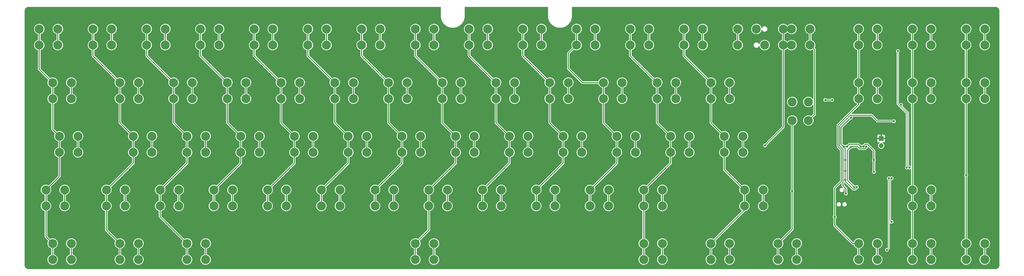
<source format=gtl>
G04 #@! TF.GenerationSoftware,KiCad,Pcbnew,(6.0.8)*
G04 #@! TF.CreationDate,2022-11-13T23:10:32+08:00*
G04 #@! TF.ProjectId,SI_FRL,53495f46-524c-42e6-9b69-6361645f7063,rev?*
G04 #@! TF.SameCoordinates,Original*
G04 #@! TF.FileFunction,Copper,L1,Top*
G04 #@! TF.FilePolarity,Positive*
%FSLAX46Y46*%
G04 Gerber Fmt 4.6, Leading zero omitted, Abs format (unit mm)*
G04 Created by KiCad (PCBNEW (6.0.8)) date 2022-11-13 23:10:32*
%MOMM*%
%LPD*%
G01*
G04 APERTURE LIST*
G04 #@! TA.AperFunction,ComponentPad*
%ADD10C,3.180000*%
G04 #@! TD*
G04 #@! TA.AperFunction,ComponentPad*
%ADD11R,1.700000X1.700000*%
G04 #@! TD*
G04 #@! TA.AperFunction,ComponentPad*
%ADD12O,1.700000X1.700000*%
G04 #@! TD*
G04 #@! TA.AperFunction,ViaPad*
%ADD13C,0.800000*%
G04 #@! TD*
G04 #@! TA.AperFunction,ViaPad*
%ADD14C,3.810000*%
G04 #@! TD*
G04 #@! TA.AperFunction,Conductor*
%ADD15C,0.375000*%
G04 #@! TD*
G04 #@! TA.AperFunction,Conductor*
%ADD16C,0.200000*%
G04 #@! TD*
G04 APERTURE END LIST*
D10*
X168150000Y640000D03*
X168150000Y-5080000D03*
X174750000Y640000D03*
X174750000Y-5080000D03*
X306262500Y-81280000D03*
X306262500Y-75560000D03*
X312862500Y-75560000D03*
X312862500Y-81280000D03*
X3843750Y-37460000D03*
X3843750Y-43180000D03*
X10443750Y-43180000D03*
X10443750Y-37460000D03*
X234825000Y-81280000D03*
X234825000Y-75560000D03*
X241425000Y-75560000D03*
X241425000Y-81280000D03*
X134812500Y-56510000D03*
X134812500Y-62230000D03*
X141412500Y-62230000D03*
X141412500Y-56510000D03*
X91950000Y-5080000D03*
X91950000Y640000D03*
X98550000Y640000D03*
X98550000Y-5080000D03*
X115762500Y-56510000D03*
X115762500Y-62230000D03*
X122362500Y-56510000D03*
X122362500Y-62230000D03*
X201487500Y-37460000D03*
X201487500Y-43180000D03*
X208087500Y-37460000D03*
X208087500Y-43180000D03*
X25275000Y-24130000D03*
X25275000Y-18410000D03*
X31875000Y-24130000D03*
X31875000Y-18410000D03*
X63375000Y-18410000D03*
X63375000Y-24130000D03*
X69975000Y-18410000D03*
X69975000Y-24130000D03*
X244350000Y640000D03*
X244350000Y-5080000D03*
X250950000Y640000D03*
X253875000Y-5080000D03*
X260475000Y-5080000D03*
X260475000Y640000D03*
X15750000Y640000D03*
X15750000Y-5080000D03*
X22350000Y640000D03*
X22350000Y-5080000D03*
X106237500Y-37460000D03*
X106237500Y-43180000D03*
X112837500Y-37460000D03*
X112837500Y-43180000D03*
X163387500Y-43180000D03*
X163387500Y-37460000D03*
X169987500Y-37460000D03*
X169987500Y-43180000D03*
X306262500Y-62230000D03*
X306262500Y-56510000D03*
X312862500Y-56510000D03*
X312862500Y-62230000D03*
X225300000Y-5080000D03*
X225300000Y640000D03*
X231900000Y-5080000D03*
X231900000Y640000D03*
X234825000Y-18410000D03*
X234825000Y-24130000D03*
X241425000Y-18410000D03*
X241425000Y-24130000D03*
X287212500Y-5080000D03*
X287212500Y640000D03*
X293812500Y640000D03*
X293812500Y-5080000D03*
X130050000Y640000D03*
X130050000Y-5080000D03*
X136650000Y-5080000D03*
X136650000Y640000D03*
X287212500Y-18410000D03*
X287212500Y-24130000D03*
X293812500Y-24130000D03*
X293812500Y-18410000D03*
X1462500Y-24130000D03*
X1462500Y-18410000D03*
X8062500Y-18410000D03*
X8062500Y-24130000D03*
X263660000Y-31875000D03*
X269380000Y-31875000D03*
X269380000Y-25275000D03*
X263660000Y-25275000D03*
X68137500Y-43180000D03*
X68137500Y-37460000D03*
X74737500Y-43180000D03*
X74737500Y-37460000D03*
X34800000Y640000D03*
X34800000Y-5080000D03*
X41400000Y-5080000D03*
X41400000Y640000D03*
X130050000Y-75560000D03*
X130050000Y-81280000D03*
X136650000Y-75560000D03*
X136650000Y-81280000D03*
X306262500Y-5080000D03*
X306262500Y640000D03*
X312862500Y-5080000D03*
X312862500Y640000D03*
X49087500Y-37460000D03*
X49087500Y-43180000D03*
X55687500Y-43180000D03*
X55687500Y-37460000D03*
X149100000Y640000D03*
X149100000Y-5080000D03*
X155700000Y640000D03*
X155700000Y-5080000D03*
X177675000Y-18410000D03*
X177675000Y-24130000D03*
X184275000Y-24130000D03*
X184275000Y-18410000D03*
X287212500Y-81280000D03*
X287212500Y-75560000D03*
X293812500Y-81280000D03*
X293812500Y-75560000D03*
X325312500Y640000D03*
X325312500Y-5080000D03*
X331912500Y640000D03*
X331912500Y-5080000D03*
X72900000Y-5080000D03*
X72900000Y640000D03*
X79500000Y-5080000D03*
X79500000Y640000D03*
X20512500Y-56510000D03*
X20512500Y-62230000D03*
X27112500Y-62230000D03*
X27112500Y-56510000D03*
X125287500Y-43180000D03*
X125287500Y-37460000D03*
X131887500Y-43180000D03*
X131887500Y-37460000D03*
X25275000Y-75560000D03*
X25275000Y-81280000D03*
X31875000Y-81280000D03*
X31875000Y-75560000D03*
X1462500Y-75560000D03*
X1462500Y-81280000D03*
X8062500Y-75560000D03*
X8062500Y-81280000D03*
X139575000Y-24130000D03*
X139575000Y-18410000D03*
X146175000Y-18410000D03*
X146175000Y-24130000D03*
X153862500Y-56510000D03*
X153862500Y-62230000D03*
X160462500Y-56510000D03*
X160462500Y-62230000D03*
X77662500Y-62230000D03*
X77662500Y-56510000D03*
X84262500Y-62230000D03*
X84262500Y-56510000D03*
X172912500Y-56510000D03*
X172912500Y-62230000D03*
X179512500Y-62230000D03*
X179512500Y-56510000D03*
X30037500Y-37460000D03*
X30037500Y-43180000D03*
X36637500Y-43180000D03*
X36637500Y-37460000D03*
X49087500Y-81280000D03*
X49087500Y-75560000D03*
X55687500Y-81280000D03*
X55687500Y-75560000D03*
X206250000Y-5080000D03*
X206250000Y640000D03*
X212850000Y-5080000D03*
X212850000Y640000D03*
X325312500Y-75560000D03*
X325312500Y-81280000D03*
X331912500Y-75560000D03*
X331912500Y-81280000D03*
X306262500Y-18410000D03*
X306262500Y-24130000D03*
X312862500Y-18410000D03*
X312862500Y-24130000D03*
X101475000Y-18410000D03*
X101475000Y-24130000D03*
X108075000Y-24130000D03*
X108075000Y-18410000D03*
X263400224Y640000D03*
X263400224Y-5080000D03*
X270000224Y640000D03*
X270000224Y-5080000D03*
X111000000Y-5080000D03*
X111000000Y640000D03*
X117600000Y-5080000D03*
X117600000Y640000D03*
X191962500Y-56510000D03*
X191962500Y-62230000D03*
X198562500Y-62230000D03*
X198562500Y-56510000D03*
X53850000Y-5080000D03*
X53850000Y640000D03*
X60450000Y640000D03*
X60450000Y-5080000D03*
X211012500Y-56510000D03*
X211012500Y-62230000D03*
X217612500Y-56510000D03*
X217612500Y-62230000D03*
X246731250Y-62230000D03*
X246731250Y-56510000D03*
X253331250Y-62230000D03*
X253331250Y-56510000D03*
X211012500Y-75560000D03*
X211012500Y-81280000D03*
X217612500Y-75560000D03*
X217612500Y-81280000D03*
X82425000Y-24130000D03*
X82425000Y-18410000D03*
X89025000Y-24130000D03*
X89025000Y-18410000D03*
X44325000Y-18410000D03*
X44325000Y-24130000D03*
X50925000Y-24130000D03*
X50925000Y-18410000D03*
X196725000Y-24130000D03*
X196725000Y-18410000D03*
X203325000Y-18410000D03*
X203325000Y-24130000D03*
X258637500Y-81280000D03*
X258637500Y-75560000D03*
X265237500Y-75560000D03*
X265237500Y-81280000D03*
X120525000Y-18410000D03*
X120525000Y-24130000D03*
X127125000Y-24130000D03*
X127125000Y-18410000D03*
X58612500Y-62230000D03*
X58612500Y-56510000D03*
X65212500Y-56510000D03*
X65212500Y-62230000D03*
X325312500Y-24130000D03*
X325312500Y-18410000D03*
X331912500Y-24130000D03*
X331912500Y-18410000D03*
X182437500Y-37460000D03*
X182437500Y-43180000D03*
X189037500Y-43180000D03*
X189037500Y-37460000D03*
X144337500Y-37460000D03*
X144337500Y-43180000D03*
X150937500Y-37460000D03*
X150937500Y-43180000D03*
X87187500Y-43180000D03*
X87187500Y-37460000D03*
X93787500Y-37460000D03*
X93787500Y-43180000D03*
X215775000Y-24130000D03*
X215775000Y-18410000D03*
X222375000Y-24130000D03*
X222375000Y-18410000D03*
X220537500Y-37460000D03*
X220537500Y-43180000D03*
X227137500Y-43180000D03*
X227137500Y-37460000D03*
X239587500Y-37460000D03*
X239587500Y-43180000D03*
X246187500Y-43180000D03*
X246187500Y-37460000D03*
X187200000Y-5080000D03*
X187200000Y640000D03*
X193800000Y-5080000D03*
X193800000Y640000D03*
X-918750Y-56510000D03*
X-918750Y-62230000D03*
X5681250Y-56510000D03*
X5681250Y-62230000D03*
X96712500Y-56510000D03*
X96712500Y-62230000D03*
X103312500Y-62230000D03*
X103312500Y-56510000D03*
X-3300000Y-5080000D03*
X-3300000Y640000D03*
X3300000Y-5080000D03*
X3300000Y640000D03*
X39562500Y-56510000D03*
X39562500Y-62230000D03*
X46162500Y-62230000D03*
X46162500Y-56510000D03*
X158625000Y-18410000D03*
X158625000Y-24130000D03*
X165225000Y-18410000D03*
X165225000Y-24130000D03*
D11*
X295175000Y-38250000D03*
D12*
X295175000Y-40790000D03*
D13*
X284344622Y-41355378D03*
X289900000Y-41100000D03*
X285600000Y-55500001D03*
X288100000Y-47600000D03*
X228200000Y-10100000D03*
D14*
X272030224Y5330000D03*
D13*
X301300000Y-35400000D03*
X227900000Y-13100000D03*
X208900000Y-13100000D03*
X280000000Y-45900000D03*
X285700000Y-48800000D03*
X286900000Y-47600000D03*
X101600000Y-46200000D03*
X257200000Y-44500000D03*
X158800000Y-46200000D03*
X272700000Y-10100000D03*
D14*
X333942500Y-70870000D03*
D13*
X209100000Y-10100000D03*
X272700000Y-13100000D03*
X277400000Y-44500000D03*
X282100000Y-37624480D03*
D14*
X242320000Y5330000D03*
D13*
X63500000Y-46200000D03*
X231100000Y-13100000D03*
X287900000Y-38700000D03*
X257200000Y-46200000D03*
D14*
X5330000Y5330000D03*
D13*
X234900000Y-46200000D03*
X196800000Y-46200000D03*
X259300000Y-10100000D03*
X295000000Y-50100000D03*
X270500000Y-13100000D03*
D14*
X229167500Y-32770000D03*
D13*
X286900000Y-48800000D03*
X288900000Y-38700000D03*
D14*
X10092500Y-70870000D03*
D13*
X282700000Y-59100000D03*
X82500000Y-44500000D03*
X177800000Y-46200000D03*
X225100000Y-10200000D03*
X289900000Y-38699998D03*
X215900000Y-44500000D03*
X278300000Y-23100000D03*
X187400000Y-10400000D03*
D14*
X132782500Y-51820000D03*
D13*
X18300000Y-44500000D03*
X177800000Y-44500000D03*
X261600000Y-13100000D03*
X289300000Y-34600000D03*
X275000000Y-27000000D03*
X278800000Y-38200000D03*
X215900000Y-46200000D03*
D14*
X323282500Y5330000D03*
D13*
X272100000Y-55800000D03*
X272100000Y-62200000D03*
X280999999Y-31200000D03*
X63500000Y-44500000D03*
X139700000Y-46200000D03*
X284799999Y-57200000D03*
X212100000Y-13100000D03*
X277600000Y-27000000D03*
X273500000Y-24900000D03*
X185087000Y-10400000D03*
X205900000Y-10100000D03*
X261600000Y-10100000D03*
X139700000Y-44500000D03*
X289600000Y-59500000D03*
X283600000Y-37624480D03*
D14*
X138680000Y-70870000D03*
D13*
X284200000Y-61300000D03*
X193700000Y-14100000D03*
X44500000Y-44500000D03*
X158800000Y-44500000D03*
X280000000Y-49800000D03*
X120700000Y-46200000D03*
X285700000Y-50000000D03*
X196800000Y-44500000D03*
X278900000Y-35000000D03*
X297900000Y-31100000D03*
D14*
X129155000Y-13720000D03*
D13*
X277400000Y-46200000D03*
D14*
X70870000Y5330000D03*
D13*
X82500000Y-46200000D03*
X285700000Y-47600000D03*
X270500000Y-10100000D03*
X18300000Y-46200000D03*
X301400000Y-33000000D03*
D14*
X251845000Y5330000D03*
D13*
X274600000Y-23100000D03*
D14*
X157730000Y5330000D03*
D13*
X101600000Y-44500000D03*
D14*
X232795000Y-70870000D03*
D13*
X259300000Y-13100000D03*
D14*
X38667500Y-32770000D03*
D13*
X44500000Y-46200000D03*
X288100000Y-49999999D03*
X295000000Y-45900000D03*
D14*
X262505000Y5330000D03*
D13*
X279800000Y-24900000D03*
X286900000Y-50000000D03*
X234900000Y-44500000D03*
X290500000Y-35300000D03*
X120700000Y-44500000D03*
X288100000Y-48800000D03*
X302900000Y-34300000D03*
X283100000Y-41100000D03*
X284500000Y-30800000D03*
X287900000Y-41100000D03*
X282400000Y-49800000D03*
X282400000Y-45900001D03*
X288900000Y-41099999D03*
X292600000Y-45900000D03*
X282399999Y-53000001D03*
X292600000Y-50100000D03*
X281800000Y-41099999D03*
X286600000Y-55500000D03*
X299700000Y-32100000D03*
X282700000Y-57799998D03*
X254000000Y-40700000D03*
X263660000Y-56960000D03*
X278700000Y-66100000D03*
X297193750Y-77850000D03*
X297900000Y-52400000D03*
X298899503Y-52400000D03*
X298846875Y-67865625D03*
X325312500Y-51312500D03*
X301093750Y-7206250D03*
X304300000Y-48600000D03*
X305300000Y-48600000D03*
X275350500Y-24606250D03*
X277812500Y-24606250D03*
X302256250Y-26256250D03*
D15*
X289412989Y-41887011D02*
X289900000Y-41400000D01*
X283200000Y-42500000D02*
X283200000Y-53100000D01*
X289900000Y-41400000D02*
X289900000Y-41100000D01*
X287574008Y-41887011D02*
X289412989Y-41887011D01*
X284600000Y-41100000D02*
X286786995Y-41100000D01*
X284600000Y-41100000D02*
X283200000Y-42500000D01*
X283200000Y-53100000D02*
X285600000Y-55500001D01*
X286786995Y-41100000D02*
X287574008Y-41887011D01*
X286600000Y-55613003D02*
X285925992Y-56287011D01*
X285274008Y-56287011D02*
X282400000Y-53413003D01*
X282400000Y-41700001D02*
X281800000Y-41099999D01*
X287112989Y-40312989D02*
X283887011Y-40312989D01*
X289574008Y-40312989D02*
X290312989Y-40312989D01*
X286600000Y-55500000D02*
X286600000Y-55613003D01*
X292600000Y-45900000D02*
X292600000Y-42600000D01*
X282400000Y-53413003D02*
X282399999Y-53000001D01*
X283887011Y-40312989D02*
X283100000Y-41100000D01*
X284500000Y-30800000D02*
X281012989Y-34287011D01*
X288900000Y-41099999D02*
X287900000Y-41100000D01*
X282399998Y-52700000D02*
X282400000Y-49800000D01*
X285925992Y-56287011D02*
X285274008Y-56287011D01*
X282399999Y-53000001D02*
X282399998Y-52700000D01*
X288900000Y-40986997D02*
X289574008Y-40312989D01*
X282400000Y-45900001D02*
X282400000Y-49800000D01*
X287900000Y-41100000D02*
X287112989Y-40312989D01*
X290312989Y-40312989D02*
X292600000Y-42600000D01*
X281012989Y-34287011D02*
X281012989Y-40312989D01*
X282400000Y-45900001D02*
X282400000Y-41700001D01*
X288900000Y-41099999D02*
X288900000Y-40986997D01*
X283100000Y-41100000D02*
X281800000Y-41099999D01*
X281012989Y-40312989D02*
X281800000Y-41099999D01*
X292600000Y-45900000D02*
X292600000Y-50100000D01*
X291787011Y-30012989D02*
X284174008Y-30012989D01*
X282700000Y-56100000D02*
X282700000Y-57799998D01*
X299700000Y-32100000D02*
X293874022Y-32100000D01*
X280438469Y-40938469D02*
X281612989Y-42112989D01*
X293874022Y-32100000D02*
X291787011Y-30012989D01*
X281612989Y-42112989D02*
X281612989Y-55012989D01*
X281612989Y-55012989D02*
X282700000Y-56100000D01*
X284174008Y-30012989D02*
X280438469Y-33748528D01*
X280438469Y-33748528D02*
X280438469Y-40938469D01*
X3300000Y640000D02*
X3300000Y-5080000D01*
X22350000Y640000D02*
X22350000Y-5080000D01*
X41400000Y640000D02*
X41400000Y-5080000D01*
X60450000Y640000D02*
X60450000Y-5080000D01*
X79500000Y640000D02*
X79500000Y-5080000D01*
X98550000Y640000D02*
X98550000Y-5080000D01*
X117600000Y640000D02*
X117600000Y-5080000D01*
X136650000Y640000D02*
X136650000Y-5080000D01*
X155700000Y640000D02*
X155700000Y-5080000D01*
X174750000Y640000D02*
X174750000Y-5080000D01*
X193800000Y640000D02*
X193800000Y-5080000D01*
X212850000Y640000D02*
X212850000Y-5080000D01*
X231900000Y640000D02*
X231900000Y-5080000D01*
X293812500Y640000D02*
X293812500Y-5080000D01*
X312862500Y640000D02*
X312862500Y-5080000D01*
X331912500Y640000D02*
X331912500Y-5080000D01*
X8062500Y-18410000D02*
X8062500Y-24130000D01*
X31875000Y-18410000D02*
X31875000Y-24130000D01*
X50925000Y-18410000D02*
X50925000Y-24130000D01*
X69975000Y-18410000D02*
X69975000Y-24130000D01*
X89025000Y-18410000D02*
X89025000Y-24130000D01*
X108075000Y-18410000D02*
X108075000Y-24130000D01*
X127125000Y-18410000D02*
X127125000Y-24130000D01*
X146175000Y-18410000D02*
X146175000Y-24130000D01*
X165225000Y-18410000D02*
X165225000Y-24130000D01*
X184275000Y-18410000D02*
X184275000Y-24130000D01*
X203325000Y-18410000D02*
X203325000Y-24130000D01*
X222375000Y-18410000D02*
X222375000Y-24130000D01*
X241425000Y-18410000D02*
X241425000Y-24130000D01*
X293812500Y-18410000D02*
X293812500Y-24130000D01*
X312862500Y-18410000D02*
X312862500Y-24130000D01*
X331912500Y-18410000D02*
X331912500Y-24130000D01*
X10443750Y-37460000D02*
X10443750Y-43180000D01*
X36637500Y-37460000D02*
X36637500Y-43180000D01*
X55687500Y-37460000D02*
X55687500Y-43180000D01*
X74737500Y-37460000D02*
X74737500Y-43180000D01*
X93787500Y-37460000D02*
X93787500Y-43180000D01*
X112837500Y-37460000D02*
X112837500Y-43180000D01*
X131887500Y-37460000D02*
X131887500Y-43180000D01*
X150937500Y-37460000D02*
X150937500Y-43180000D01*
X169987500Y-37460000D02*
X169987500Y-43180000D01*
X189037500Y-37460000D02*
X189037500Y-43180000D01*
X208087500Y-37460000D02*
X208087500Y-43180000D01*
X227137500Y-37460000D02*
X227137500Y-43180000D01*
X246187500Y-37460000D02*
X246187500Y-43180000D01*
X260475000Y640000D02*
X260475000Y-5080000D01*
X260475000Y-5080000D02*
X260475000Y-34225000D01*
X260475000Y-34225000D02*
X254000000Y-40700000D01*
X5681250Y-56510000D02*
X5681250Y-62230000D01*
X27112500Y-56510000D02*
X27112500Y-62230000D01*
X46162500Y-56510000D02*
X46162500Y-62230000D01*
X65212500Y-56510000D02*
X65212500Y-62230000D01*
X84262500Y-56510000D02*
X84262500Y-62230000D01*
X103312500Y-56510000D02*
X103312500Y-62230000D01*
X122362500Y-56510000D02*
X122362500Y-62230000D01*
X141412500Y-56510000D02*
X141412500Y-62230000D01*
X160462500Y-56510000D02*
X160462500Y-62230000D01*
X179512500Y-56510000D02*
X179512500Y-62230000D01*
X198562500Y-56510000D02*
X198562500Y-62230000D01*
X217612500Y-56510000D02*
X217612500Y-62230000D01*
X253331250Y-56510000D02*
X253331250Y-62230000D01*
X312862500Y-56510000D02*
X312862500Y-62230000D01*
X8062500Y-75560000D02*
X8062500Y-81280000D01*
X31875000Y-75560000D02*
X31875000Y-81280000D01*
X55687500Y-75560000D02*
X55687500Y-81280000D01*
X136650000Y-75560000D02*
X136650000Y-81280000D01*
X217612500Y-75560000D02*
X217612500Y-81280000D01*
X241425000Y-75560000D02*
X241425000Y-81280000D01*
X265237500Y-75560000D02*
X265237500Y-81280000D01*
X293812500Y-75560000D02*
X293812500Y-81280000D01*
X312862500Y-75560000D02*
X312862500Y-81280000D01*
X331912500Y-81280000D02*
X331912500Y-75560000D01*
X-918750Y-62230000D02*
X-918750Y-73178750D01*
X1462500Y-24130000D02*
X1462500Y-35078750D01*
X-3300000Y640000D02*
X-3300000Y-5080000D01*
X-3300000Y-13647500D02*
X1462500Y-18410000D01*
X3843750Y-43180000D02*
X3843750Y-51747500D01*
X-3300000Y-5080000D02*
X-3300000Y-13647500D01*
X1462500Y-18410000D02*
X1462500Y-24130000D01*
X3843750Y-51747500D02*
X-918750Y-56510000D01*
X-918750Y-56510000D02*
X-918750Y-62230000D01*
X1462500Y-75560000D02*
X1462500Y-81280000D01*
X-918750Y-73178750D02*
X1462500Y-75560000D01*
X1462500Y-35078750D02*
X3843750Y-37460000D01*
X3843750Y-37460000D02*
X3843750Y-43180000D01*
X25275000Y-24130000D02*
X25275000Y-32697500D01*
X25275000Y-75560000D02*
X25275000Y-81280000D01*
X15750000Y640000D02*
X15750000Y-5080000D01*
X30037500Y-43180000D02*
X30037500Y-46985000D01*
X25275000Y-32697500D02*
X30037500Y-37460000D01*
X30037500Y-37460000D02*
X30037500Y-43180000D01*
X20512500Y-56510000D02*
X20512500Y-62230000D01*
X25275000Y-18410000D02*
X25275000Y-24130000D01*
X30037500Y-46985000D02*
X20512500Y-56510000D01*
X15750000Y-5080000D02*
X15750000Y-8885000D01*
X20512500Y-62230000D02*
X20512500Y-70797500D01*
X15750000Y-8885000D02*
X25275000Y-18410000D01*
X20512500Y-70797500D02*
X25275000Y-75560000D01*
X34800000Y-5080000D02*
X34800000Y-8885000D01*
X49087500Y-75560000D02*
X49087500Y-81280000D01*
X39562500Y-66035000D02*
X49087500Y-75560000D01*
X49087500Y-46985000D02*
X39562500Y-56510000D01*
X39562500Y-56510000D02*
X39562500Y-62230000D01*
X34800000Y-8885000D02*
X44325000Y-18410000D01*
X44325000Y-24130000D02*
X44325000Y-32697500D01*
X44325000Y-18410000D02*
X44325000Y-24130000D01*
X44325000Y-32697500D02*
X49087500Y-37460000D01*
X39562500Y-62230000D02*
X39562500Y-66035000D01*
X49087500Y-37460000D02*
X49087500Y-43180000D01*
X34800000Y640000D02*
X34800000Y-5080000D01*
X49087500Y-43180000D02*
X49087500Y-46985000D01*
X53850000Y-5080000D02*
X53850000Y-8885000D01*
X68137500Y-37460000D02*
X68137500Y-43180000D01*
X63375000Y-18410000D02*
X63375000Y-24130000D01*
X53850000Y-8885000D02*
X63375000Y-18410000D01*
X68137500Y-46985000D02*
X58612500Y-56510000D01*
X58612500Y-56510000D02*
X58612500Y-62230000D01*
X68137500Y-43180000D02*
X68137500Y-46985000D01*
X63375000Y-24130000D02*
X63375000Y-32697500D01*
X63375000Y-32697500D02*
X68137500Y-37460000D01*
X53850000Y640000D02*
X53850000Y-5080000D01*
X87187500Y-46985000D02*
X77662500Y-56510000D01*
X72900000Y640000D02*
X72900000Y-5080000D01*
X82425000Y-18410000D02*
X82425000Y-24130000D01*
X77662500Y-56510000D02*
X77662500Y-62230000D01*
X82425000Y-32697500D02*
X87187500Y-37460000D01*
X72900000Y-5080000D02*
X72900000Y-8885000D01*
X87187500Y-43180000D02*
X87187500Y-46985000D01*
X82425000Y-24130000D02*
X82425000Y-32697500D01*
X72900000Y-8885000D02*
X82425000Y-18410000D01*
X87187500Y-37460000D02*
X87187500Y-43180000D01*
X106237500Y-43180000D02*
X106237500Y-46985000D01*
X101475000Y-32697500D02*
X106237500Y-37460000D01*
X101475000Y-18410000D02*
X101475000Y-24130000D01*
X91950000Y640000D02*
X91950000Y-5080000D01*
X91950000Y-5080000D02*
X91950000Y-8885000D01*
X91950000Y-8885000D02*
X101475000Y-18410000D01*
X106237500Y-46985000D02*
X96712500Y-56510000D01*
X106237500Y-37460000D02*
X106237500Y-43180000D01*
X96712500Y-56510000D02*
X96712500Y-62230000D01*
X101475000Y-24130000D02*
X101475000Y-32697500D01*
X111000000Y-8885000D02*
X120525000Y-18410000D01*
X125287500Y-43180000D02*
X125287500Y-46985000D01*
X120525000Y-32697500D02*
X125287500Y-37460000D01*
X111000000Y-5080000D02*
X111000000Y-8885000D01*
X120525000Y-24130000D02*
X120525000Y-32697500D01*
X111000000Y640000D02*
X111000000Y-5080000D01*
X125287500Y-46985000D02*
X115762500Y-56510000D01*
X120525000Y-18410000D02*
X120525000Y-24130000D01*
X125287500Y-37460000D02*
X125287500Y-43180000D01*
X115762500Y-56510000D02*
X115762500Y-62230000D01*
X130050000Y-75560000D02*
X130050000Y-81280000D01*
X134812500Y-62230000D02*
X134812500Y-70797500D01*
X130050000Y-8885000D02*
X139575000Y-18410000D01*
X134812500Y-56510000D02*
X134812500Y-62230000D01*
X139575000Y-32697500D02*
X144337500Y-37460000D01*
X139575000Y-24130000D02*
X139575000Y-32697500D01*
X130050000Y640000D02*
X130050000Y-5080000D01*
X144337500Y-37460000D02*
X144337500Y-43180000D01*
X144337500Y-46985000D02*
X134812500Y-56510000D01*
X144337500Y-43180000D02*
X144337500Y-46985000D01*
X139575000Y-18410000D02*
X139575000Y-24130000D01*
X130050000Y-5080000D02*
X130050000Y-8885000D01*
X134812500Y-70797500D02*
X130050000Y-75560000D01*
X158625000Y-18410000D02*
X158625000Y-24130000D01*
X163387500Y-43180000D02*
X163387500Y-46985000D01*
X149100000Y-8885000D02*
X158625000Y-18410000D01*
X149100000Y-5080000D02*
X149100000Y-8885000D01*
X158625000Y-24130000D02*
X158625000Y-32697500D01*
X153862500Y-56510000D02*
X153862500Y-62230000D01*
X158625000Y-32697500D02*
X163387500Y-37460000D01*
X149100000Y640000D02*
X149100000Y-5080000D01*
X163387500Y-37460000D02*
X163387500Y-43180000D01*
X163387500Y-46985000D02*
X153862500Y-56510000D01*
X168150000Y-5080000D02*
X168150000Y-8885000D01*
X177675000Y-32697500D02*
X182437500Y-37460000D01*
X168150000Y-8885000D02*
X177675000Y-18410000D01*
X182437500Y-37460000D02*
X182437500Y-43180000D01*
X177675000Y-18410000D02*
X177675000Y-24130000D01*
X182437500Y-43180000D02*
X182437500Y-46985000D01*
X172912500Y-56510000D02*
X172912500Y-62230000D01*
X168150000Y640000D02*
X168150000Y-5080000D01*
X182437500Y-46985000D02*
X172912500Y-56510000D01*
X177675000Y-24130000D02*
X177675000Y-32697500D01*
X184300000Y-7980000D02*
X187200000Y-5080000D01*
X201487500Y-43180000D02*
X201487500Y-46985000D01*
X187200000Y640000D02*
X187200000Y-5080000D01*
X196725000Y-18410000D02*
X196725000Y-24130000D01*
X196725000Y-24130000D02*
X196725000Y-32697500D01*
X201487500Y-46985000D02*
X191962500Y-56510000D01*
X196725000Y-18410000D02*
X189310000Y-18410000D01*
X196725000Y-32697500D02*
X201487500Y-37460000D01*
X189310000Y-18410000D02*
X184300000Y-13400000D01*
X191962500Y-56510000D02*
X191962500Y-62230000D01*
X184300000Y-13400000D02*
X184300000Y-7980000D01*
X201487500Y-37460000D02*
X201487500Y-43180000D01*
X220537500Y-43180000D02*
X220537500Y-46985000D01*
X215775000Y-24130000D02*
X215775000Y-32697500D01*
X215775000Y-32697500D02*
X220537500Y-37460000D01*
X206250000Y-5080000D02*
X206250000Y-8885000D01*
X215775000Y-18410000D02*
X215775000Y-24130000D01*
X206250000Y-8885000D02*
X215775000Y-18410000D01*
X206250000Y640000D02*
X206250000Y-5080000D01*
X220537500Y-46985000D02*
X211012500Y-56510000D01*
X211012500Y-56510000D02*
X211012500Y-62230000D01*
X211012500Y-75560000D02*
X211012500Y-81280000D01*
X220537500Y-37460000D02*
X220537500Y-43180000D01*
X211012500Y-62230000D02*
X211012500Y-75560000D01*
X234825000Y-24130000D02*
X234825000Y-32697500D01*
X246731250Y-63653750D02*
X246731250Y-62230000D01*
X239587500Y-49366250D02*
X239587500Y-43180000D01*
X225300000Y-8885000D02*
X234825000Y-18410000D01*
X234825000Y-18410000D02*
X234825000Y-24130000D01*
X225300000Y640000D02*
X225300000Y-5080000D01*
X234825000Y-75560000D02*
X234825000Y-81280000D01*
X239587500Y-37460000D02*
X239587500Y-43180000D01*
X246731250Y-56510000D02*
X246731250Y-62230000D01*
X246731250Y-56510000D02*
X239587500Y-49366250D01*
X225300000Y-5080000D02*
X225300000Y-8885000D01*
X234825000Y-32697500D02*
X239587500Y-37460000D01*
X234825000Y-75560000D02*
X246731250Y-63653750D01*
X271590000Y-6670000D02*
X271590000Y-29665000D01*
X244350000Y640000D02*
X244350000Y-5080000D01*
X270000000Y-5080000D02*
X271590000Y-6670000D01*
X263660000Y-56960000D02*
X263660000Y-70537500D01*
X270000000Y640000D02*
X270000000Y-5080000D01*
X271590000Y-29665000D02*
X269380000Y-31875000D01*
X263660000Y-70537500D02*
X258637500Y-75560000D01*
X263660000Y-31875000D02*
X263660000Y-56960000D01*
X258637500Y-75560000D02*
X258637500Y-81280000D01*
X281038469Y-42350963D02*
X281038469Y-53461531D01*
X279863950Y-33510553D02*
X279863950Y-41176444D01*
X287212500Y-5080000D02*
X287212500Y-18410000D01*
X278700000Y-66100000D02*
X278700000Y-69150000D01*
X287212500Y-75560000D02*
X287212500Y-81280000D01*
X278700000Y-55800000D02*
X278700000Y-66100000D01*
X279863950Y-41176444D02*
X281038469Y-42350963D01*
X285110000Y-75560000D02*
X287212500Y-75560000D01*
X281038469Y-53461531D02*
X278700000Y-55800000D01*
X287212500Y-18410000D02*
X287212500Y-24130000D01*
X287212500Y-26162003D02*
X279863950Y-33510553D01*
X278700000Y-69150000D02*
X285110000Y-75560000D01*
X287212500Y640000D02*
X287212500Y-5080000D01*
X287212500Y-24130000D02*
X287212500Y-26162003D01*
D16*
X297900000Y-77143750D02*
X297900000Y-52400000D01*
X297900000Y-77143750D02*
X297193750Y-77850000D01*
X298299520Y-52999983D02*
X298299520Y-66031730D01*
X298899503Y-52400000D02*
X298299520Y-52999983D01*
X298299520Y-67318270D02*
X298846875Y-67865625D01*
X298299520Y-66031730D02*
X298299520Y-67318270D01*
D15*
X306262500Y640000D02*
X306262500Y-5080000D01*
X306262500Y-18410000D02*
X306262500Y-24130000D01*
X306262500Y-5080000D02*
X306262500Y-18410000D01*
X306262500Y-24130000D02*
X306262500Y-56510000D01*
X306262500Y-56510000D02*
X306262500Y-62230000D01*
X306262500Y-62230000D02*
X306262500Y-75560000D01*
X306262500Y-75560000D02*
X306262500Y-81280000D01*
X325312500Y-75560000D02*
X325312500Y-81280000D01*
X325312500Y-51312500D02*
X325312500Y-75560000D01*
X325312500Y-18410000D02*
X325312500Y-24130000D01*
X325312500Y-5080000D02*
X325312500Y-18410000D01*
X325312500Y640000D02*
X325312500Y-5080000D01*
X325312500Y-24130000D02*
X325312500Y-51312500D01*
D16*
X304300000Y-29300000D02*
X301093750Y-26093750D01*
X301093750Y-26093750D02*
X301093750Y-7206250D01*
X304300000Y-48600000D02*
X304300000Y-29300000D01*
X302256250Y-26691244D02*
X302256250Y-26256250D01*
X305300000Y-48600000D02*
X304699520Y-47999520D01*
D15*
X277812500Y-24606250D02*
X275350500Y-24606250D01*
D16*
X304699520Y-47999520D02*
X304699519Y-29134513D01*
X304699519Y-29134513D02*
X302256250Y-26691244D01*
G04 #@! TA.AperFunction,Conductor*
G36*
X138993871Y8456748D02*
G01*
X139040364Y8403092D01*
X139051750Y8350750D01*
X139051750Y5364862D01*
X139049329Y5340283D01*
X139046764Y5327386D01*
X139046977Y5326315D01*
X139049940Y5264105D01*
X139066070Y4925503D01*
X139066071Y4925492D01*
X139066213Y4922512D01*
X139066638Y4919557D01*
X139116405Y4573422D01*
X139123898Y4521304D01*
X139219459Y4127396D01*
X139352030Y3744355D01*
X139520412Y3375651D01*
X139723079Y3024622D01*
X139958195Y2694447D01*
X139960163Y2692176D01*
X140192070Y2424541D01*
X140223632Y2388116D01*
X140225800Y2386049D01*
X140438875Y2182883D01*
X140516986Y2108404D01*
X140519338Y2106555D01*
X140519343Y2106550D01*
X140833242Y1859697D01*
X140835600Y1857843D01*
X141176588Y1638703D01*
X141536863Y1452969D01*
X141913162Y1302321D01*
X142302076Y1188126D01*
X142305022Y1187558D01*
X142305027Y1187557D01*
X142481935Y1153461D01*
X142700085Y1111416D01*
X143103583Y1072886D01*
X143508917Y1072886D01*
X143912415Y1111416D01*
X144130565Y1153461D01*
X144307473Y1187557D01*
X144307478Y1187558D01*
X144310424Y1188126D01*
X144699338Y1302321D01*
X145075637Y1452969D01*
X145435912Y1638703D01*
X145776900Y1857843D01*
X145779258Y1859697D01*
X146093157Y2106550D01*
X146093162Y2106555D01*
X146095514Y2108404D01*
X146173626Y2182883D01*
X146386700Y2386049D01*
X146388868Y2388116D01*
X146420431Y2424541D01*
X146652337Y2692176D01*
X146654305Y2694447D01*
X146889421Y3024622D01*
X147092088Y3375651D01*
X147260470Y3744355D01*
X147393041Y4127396D01*
X147488602Y4521304D01*
X147496096Y4573422D01*
X147545862Y4919557D01*
X147546287Y4922512D01*
X147546429Y4925492D01*
X147546430Y4925503D01*
X147557200Y5151589D01*
X147565523Y5326315D01*
X147565736Y5327386D01*
X147563171Y5340283D01*
X147560750Y5364862D01*
X147560750Y8350750D01*
X147580752Y8418871D01*
X147634408Y8465364D01*
X147686750Y8476750D01*
X176925750Y8476750D01*
X176993871Y8456748D01*
X177040364Y8403092D01*
X177051750Y8350750D01*
X177051750Y5364862D01*
X177049329Y5340283D01*
X177046764Y5327386D01*
X177046977Y5326315D01*
X177049940Y5264105D01*
X177066070Y4925503D01*
X177066071Y4925492D01*
X177066213Y4922512D01*
X177066638Y4919557D01*
X177116405Y4573422D01*
X177123898Y4521304D01*
X177219459Y4127396D01*
X177352030Y3744355D01*
X177520412Y3375651D01*
X177723079Y3024622D01*
X177958195Y2694447D01*
X177960163Y2692176D01*
X178192070Y2424541D01*
X178223632Y2388116D01*
X178225800Y2386049D01*
X178438875Y2182883D01*
X178516986Y2108404D01*
X178519338Y2106555D01*
X178519343Y2106550D01*
X178833242Y1859697D01*
X178835600Y1857843D01*
X179176588Y1638703D01*
X179536863Y1452969D01*
X179913162Y1302321D01*
X180302076Y1188126D01*
X180305022Y1187558D01*
X180305027Y1187557D01*
X180481935Y1153461D01*
X180700085Y1111416D01*
X181103583Y1072886D01*
X181508917Y1072886D01*
X181912415Y1111416D01*
X182130565Y1153461D01*
X182307473Y1187557D01*
X182307478Y1187558D01*
X182310424Y1188126D01*
X182699338Y1302321D01*
X183075637Y1452969D01*
X183435912Y1638703D01*
X183776900Y1857843D01*
X183779258Y1859697D01*
X184093157Y2106550D01*
X184093162Y2106555D01*
X184095514Y2108404D01*
X184173626Y2182883D01*
X184386700Y2386049D01*
X184388868Y2388116D01*
X184420431Y2424541D01*
X184652337Y2692176D01*
X184654305Y2694447D01*
X184889421Y3024622D01*
X185092088Y3375651D01*
X185260470Y3744355D01*
X185393041Y4127396D01*
X185488602Y4521304D01*
X185496096Y4573422D01*
X185545862Y4919557D01*
X185546287Y4922512D01*
X185546429Y4925492D01*
X185546430Y4925503D01*
X185557200Y5151589D01*
X185565523Y5326315D01*
X185565736Y5327386D01*
X185563171Y5340283D01*
X185560750Y5364862D01*
X185560750Y8350750D01*
X185580752Y8418871D01*
X185634408Y8465364D01*
X185686750Y8476750D01*
X335718769Y8476750D01*
X335743354Y8474328D01*
X335744070Y8474185D01*
X335744072Y8474185D01*
X335756242Y8471764D01*
X335768412Y8474184D01*
X335780824Y8474184D01*
X335780824Y8473334D01*
X335791578Y8473968D01*
X335813763Y8472221D01*
X335954887Y8461111D01*
X335974401Y8458020D01*
X336158520Y8413812D01*
X336177321Y8407703D01*
X336352245Y8335244D01*
X336369861Y8326268D01*
X336531298Y8227337D01*
X336547292Y8215716D01*
X336691268Y8092749D01*
X336705249Y8078768D01*
X336828216Y7934792D01*
X336839837Y7918798D01*
X336938768Y7757361D01*
X336947744Y7739745D01*
X337020203Y7564821D01*
X337026312Y7546020D01*
X337070520Y7361901D01*
X337073611Y7342387D01*
X337084721Y7201263D01*
X337086468Y7179078D01*
X337085834Y7168324D01*
X337086684Y7168324D01*
X337086684Y7155912D01*
X337084264Y7143742D01*
X337086685Y7131572D01*
X337086685Y7131570D01*
X337086828Y7130854D01*
X337089250Y7106269D01*
X337089250Y-83306269D01*
X337086828Y-83330853D01*
X337084264Y-83343742D01*
X337086684Y-83355912D01*
X337086684Y-83368324D01*
X337085834Y-83368324D01*
X337086468Y-83379078D01*
X337073611Y-83542387D01*
X337070520Y-83561901D01*
X337065046Y-83584700D01*
X337026313Y-83746018D01*
X337020203Y-83764821D01*
X336947744Y-83939745D01*
X336938768Y-83957361D01*
X336839837Y-84118798D01*
X336828216Y-84134792D01*
X336705249Y-84278768D01*
X336691268Y-84292749D01*
X336547292Y-84415716D01*
X336531298Y-84427337D01*
X336369861Y-84526268D01*
X336352245Y-84535244D01*
X336177321Y-84607703D01*
X336158520Y-84613812D01*
X335974401Y-84658020D01*
X335954887Y-84661111D01*
X335819574Y-84671764D01*
X335791578Y-84673968D01*
X335780824Y-84673334D01*
X335780824Y-84674184D01*
X335768412Y-84674184D01*
X335756242Y-84671764D01*
X335744072Y-84674185D01*
X335744070Y-84674185D01*
X335743354Y-84674328D01*
X335718769Y-84676750D01*
X-7106274Y-84676750D01*
X-7130853Y-84674329D01*
X-7143750Y-84671764D01*
X-7155923Y-84674186D01*
X-7168332Y-84674186D01*
X-7168332Y-84673334D01*
X-7179081Y-84673970D01*
X-7342392Y-84661117D01*
X-7361920Y-84658024D01*
X-7546033Y-84613822D01*
X-7564828Y-84607715D01*
X-7652294Y-84571485D01*
X-7739756Y-84535257D01*
X-7757373Y-84526281D01*
X-7918813Y-84427351D01*
X-7934809Y-84415729D01*
X-8078783Y-84292763D01*
X-8092763Y-84278783D01*
X-8103067Y-84266718D01*
X-8215729Y-84134809D01*
X-8227351Y-84118813D01*
X-8326281Y-83957373D01*
X-8335257Y-83939756D01*
X-8407713Y-83764833D01*
X-8413823Y-83746029D01*
X-8413825Y-83746018D01*
X-8458024Y-83561919D01*
X-8461117Y-83542392D01*
X-8473970Y-83379084D01*
X-8473334Y-83368332D01*
X-8474186Y-83368332D01*
X-8474186Y-83355923D01*
X-8471764Y-83343750D01*
X-8474329Y-83330853D01*
X-8476750Y-83306274D01*
X-8476750Y-5021915D01*
X-5148300Y-5021915D01*
X-5138045Y-5282922D01*
X-5131529Y-5318599D01*
X-5107423Y-5450589D01*
X-5091116Y-5539880D01*
X-5008449Y-5787663D01*
X-5006459Y-5791646D01*
X-5006458Y-5791648D01*
X-4925792Y-5953084D01*
X-4891694Y-6021325D01*
X-4889167Y-6024981D01*
X-4889166Y-6024983D01*
X-4877023Y-6042552D01*
X-4743181Y-6236206D01*
X-4740159Y-6239475D01*
X-4574437Y-6418753D01*
X-4565873Y-6428018D01*
X-4562419Y-6430830D01*
X-4366764Y-6590118D01*
X-4366760Y-6590121D01*
X-4363307Y-6592932D01*
X-4139525Y-6727660D01*
X-4135430Y-6729394D01*
X-4135428Y-6729395D01*
X-3903093Y-6827776D01*
X-3903086Y-6827778D01*
X-3898992Y-6829512D01*
X-3894693Y-6830652D01*
X-3894675Y-6830658D01*
X-3835707Y-6846293D01*
X-3774988Y-6883085D01*
X-3743800Y-6946865D01*
X-3742000Y-6968084D01*
X-3742000Y-13613779D01*
X-3742873Y-13628589D01*
X-3746773Y-13661540D01*
X-3745081Y-13670804D01*
X-3745081Y-13670807D01*
X-3736436Y-13718143D01*
X-3735786Y-13722046D01*
X-3731081Y-13753341D01*
X-3727233Y-13778934D01*
X-3724167Y-13785319D01*
X-3722894Y-13792289D01*
X-3718554Y-13800644D01*
X-3718551Y-13800652D01*
X-3696356Y-13843377D01*
X-3694606Y-13846879D01*
X-3669699Y-13898747D01*
X-3664892Y-13903948D01*
X-3661625Y-13910236D01*
X-3657404Y-13915179D01*
X-3620891Y-13951692D01*
X-3617461Y-13955258D01*
X-3585870Y-13989434D01*
X-3585867Y-13989436D01*
X-3579479Y-13996347D01*
X-3573218Y-13999984D01*
X-3567286Y-14005297D01*
X-185118Y-17387465D01*
X-151092Y-17449777D01*
X-156157Y-17520592D01*
X-165260Y-17539846D01*
X-195899Y-17592595D01*
X-198143Y-17596459D01*
X-296205Y-17838562D01*
X-359176Y-18092067D01*
X-385800Y-18351915D01*
X-375545Y-18612922D01*
X-374745Y-18617302D01*
X-331742Y-18852761D01*
X-328616Y-18869880D01*
X-245949Y-19117663D01*
X-243959Y-19121646D01*
X-243958Y-19121648D01*
X-167181Y-19275301D01*
X-129194Y-19351325D01*
X19319Y-19566206D01*
X196627Y-19758018D01*
X200081Y-19760830D01*
X395736Y-19920118D01*
X395740Y-19920121D01*
X399193Y-19922932D01*
X622975Y-20057660D01*
X627070Y-20059394D01*
X627072Y-20059395D01*
X859407Y-20157776D01*
X859414Y-20157778D01*
X863508Y-20159512D01*
X867807Y-20160652D01*
X867825Y-20160658D01*
X926793Y-20176293D01*
X987512Y-20213085D01*
X1018700Y-20276865D01*
X1020500Y-20298084D01*
X1020500Y-22240894D01*
X1000498Y-22309015D01*
X946842Y-22355508D01*
X936248Y-22359777D01*
X732297Y-22431399D01*
X732294Y-22431400D01*
X728089Y-22432877D01*
X724136Y-22434930D01*
X724130Y-22434933D01*
X677875Y-22458961D01*
X496289Y-22553288D01*
X492674Y-22555871D01*
X492668Y-22555875D01*
X452731Y-22584415D01*
X283768Y-22705158D01*
X280541Y-22708236D01*
X280539Y-22708238D01*
X244219Y-22742886D01*
X94765Y-22885457D01*
X-66947Y-23090589D01*
X-93069Y-23135561D01*
X-195905Y-23312605D01*
X-195908Y-23312611D01*
X-198143Y-23316459D01*
X-296205Y-23558562D01*
X-359176Y-23812067D01*
X-385800Y-24071915D01*
X-385625Y-24076367D01*
X-381503Y-24181269D01*
X-375545Y-24332922D01*
X-374745Y-24337302D01*
X-344923Y-24500589D01*
X-328616Y-24589880D01*
X-245949Y-24837663D01*
X-243959Y-24841646D01*
X-243958Y-24841648D01*
X-140145Y-25049408D01*
X-129194Y-25071325D01*
X-126667Y-25074981D01*
X-126666Y-25074983D01*
X-26201Y-25220344D01*
X19319Y-25286206D01*
X22341Y-25289475D01*
X192426Y-25473473D01*
X196627Y-25478018D01*
X200081Y-25480830D01*
X395736Y-25640118D01*
X395740Y-25640121D01*
X399193Y-25642932D01*
X622975Y-25777660D01*
X627070Y-25779394D01*
X627072Y-25779395D01*
X859407Y-25877776D01*
X859414Y-25877778D01*
X863508Y-25879512D01*
X867807Y-25880652D01*
X867825Y-25880658D01*
X926793Y-25896293D01*
X987512Y-25933085D01*
X1018700Y-25996865D01*
X1020500Y-26018084D01*
X1020500Y-35045029D01*
X1019627Y-35059839D01*
X1015727Y-35092790D01*
X1017419Y-35102054D01*
X1017419Y-35102057D01*
X1026064Y-35149393D01*
X1026714Y-35153296D01*
X1035267Y-35210184D01*
X1038333Y-35216569D01*
X1039606Y-35223539D01*
X1043946Y-35231894D01*
X1043949Y-35231902D01*
X1066144Y-35274627D01*
X1067894Y-35278129D01*
X1092801Y-35329997D01*
X1097608Y-35335198D01*
X1100875Y-35341486D01*
X1105096Y-35346429D01*
X1141609Y-35382942D01*
X1145039Y-35386508D01*
X1176630Y-35420684D01*
X1176633Y-35420686D01*
X1183021Y-35427597D01*
X1189282Y-35431234D01*
X1195214Y-35436547D01*
X2196132Y-36437465D01*
X2230158Y-36499777D01*
X2225093Y-36570592D01*
X2215990Y-36589846D01*
X2185351Y-36642595D01*
X2183107Y-36646459D01*
X2085045Y-36888562D01*
X2022074Y-37142067D01*
X1995450Y-37401915D01*
X2005705Y-37662922D01*
X2006505Y-37667302D01*
X2036327Y-37830589D01*
X2052634Y-37919880D01*
X2135301Y-38167663D01*
X2137291Y-38171646D01*
X2137292Y-38171648D01*
X2214069Y-38325301D01*
X2252056Y-38401325D01*
X2254583Y-38404981D01*
X2254584Y-38404983D01*
X2326112Y-38508475D01*
X2400569Y-38616206D01*
X2577877Y-38808018D01*
X2581331Y-38810830D01*
X2776986Y-38970118D01*
X2776990Y-38970121D01*
X2780443Y-38972932D01*
X3004225Y-39107660D01*
X3008320Y-39109394D01*
X3008322Y-39109395D01*
X3240657Y-39207776D01*
X3240664Y-39207778D01*
X3244758Y-39209512D01*
X3249057Y-39210652D01*
X3249075Y-39210658D01*
X3308043Y-39226293D01*
X3368762Y-39263085D01*
X3399950Y-39326865D01*
X3401750Y-39348084D01*
X3401750Y-41290894D01*
X3381748Y-41359015D01*
X3328092Y-41405508D01*
X3317498Y-41409777D01*
X3113547Y-41481399D01*
X3113544Y-41481400D01*
X3109339Y-41482877D01*
X3105386Y-41484930D01*
X3105380Y-41484933D01*
X2974785Y-41552773D01*
X2877539Y-41603288D01*
X2873924Y-41605871D01*
X2873918Y-41605875D01*
X2779984Y-41673002D01*
X2665018Y-41755158D01*
X2661791Y-41758236D01*
X2661789Y-41758238D01*
X2523937Y-41889742D01*
X2476015Y-41935457D01*
X2473259Y-41938953D01*
X2416405Y-42011073D01*
X2314303Y-42140589D01*
X2269218Y-42218209D01*
X2185345Y-42362605D01*
X2185342Y-42362611D01*
X2183107Y-42366459D01*
X2085045Y-42608562D01*
X2022074Y-42862067D01*
X1995450Y-43121915D01*
X2005705Y-43382922D01*
X2006505Y-43387302D01*
X2036327Y-43550589D01*
X2052634Y-43639880D01*
X2135301Y-43887663D01*
X2137291Y-43891646D01*
X2137292Y-43891648D01*
X2214069Y-44045301D01*
X2252056Y-44121325D01*
X2400569Y-44336206D01*
X2577877Y-44528018D01*
X2581331Y-44530830D01*
X2776986Y-44690118D01*
X2776990Y-44690121D01*
X2780443Y-44692932D01*
X3004225Y-44827660D01*
X3008320Y-44829394D01*
X3008322Y-44829395D01*
X3240657Y-44927776D01*
X3240664Y-44927778D01*
X3244758Y-44929512D01*
X3249057Y-44930652D01*
X3249075Y-44930658D01*
X3308043Y-44946293D01*
X3368762Y-44983085D01*
X3399950Y-45046865D01*
X3401750Y-45068084D01*
X3401750Y-51512227D01*
X3381748Y-51580348D01*
X3364845Y-51601322D01*
X103212Y-54862956D01*
X40900Y-54896982D01*
X-29915Y-54891917D01*
X-47440Y-54883800D01*
X-131394Y-54836783D01*
X-161290Y-54825217D01*
X-370852Y-54744143D01*
X-370858Y-54744141D01*
X-375007Y-54742536D01*
X-379339Y-54741532D01*
X-379342Y-54741531D01*
X-484366Y-54717188D01*
X-629470Y-54683555D01*
X-889704Y-54661016D01*
X-894139Y-54661260D01*
X-894143Y-54661260D01*
X-1146075Y-54675125D01*
X-1146082Y-54675126D01*
X-1150518Y-54675370D01*
X-1277662Y-54700660D01*
X-1402335Y-54725459D01*
X-1402340Y-54725460D01*
X-1406707Y-54726329D01*
X-1410910Y-54727805D01*
X-1648953Y-54811399D01*
X-1648956Y-54811400D01*
X-1653161Y-54812877D01*
X-1657114Y-54814930D01*
X-1657120Y-54814933D01*
X-1782899Y-54880271D01*
X-1884961Y-54933288D01*
X-1888576Y-54935871D01*
X-1888582Y-54935875D01*
X-1970028Y-54994078D01*
X-2097482Y-55085158D01*
X-2100709Y-55088236D01*
X-2100711Y-55088238D01*
X-2281478Y-55260681D01*
X-2286485Y-55265457D01*
X-2448197Y-55470589D01*
X-2491181Y-55544591D01*
X-2577155Y-55692605D01*
X-2577158Y-55692611D01*
X-2579393Y-55696459D01*
X-2677455Y-55938562D01*
X-2740426Y-56192067D01*
X-2767050Y-56451915D01*
X-2764768Y-56510000D01*
X-2757052Y-56706371D01*
X-2756795Y-56712922D01*
X-2739015Y-56810273D01*
X-2716414Y-56934024D01*
X-2709866Y-56969880D01*
X-2627199Y-57217663D01*
X-2625209Y-57221646D01*
X-2625208Y-57221648D01*
X-2514472Y-57443263D01*
X-2510444Y-57451325D01*
X-2507917Y-57454981D01*
X-2507916Y-57454983D01*
X-2412415Y-57593161D01*
X-2361931Y-57666206D01*
X-2184623Y-57858018D01*
X-2181169Y-57860830D01*
X-1985514Y-58020118D01*
X-1985510Y-58020121D01*
X-1982057Y-58022932D01*
X-1758275Y-58157660D01*
X-1754180Y-58159394D01*
X-1754178Y-58159395D01*
X-1521843Y-58257776D01*
X-1521836Y-58257778D01*
X-1517742Y-58259512D01*
X-1513443Y-58260652D01*
X-1513425Y-58260658D01*
X-1454457Y-58276293D01*
X-1393738Y-58313085D01*
X-1362550Y-58376865D01*
X-1360750Y-58398084D01*
X-1360750Y-60340894D01*
X-1380752Y-60409015D01*
X-1434408Y-60455508D01*
X-1445002Y-60459777D01*
X-1648953Y-60531399D01*
X-1648956Y-60531400D01*
X-1653161Y-60532877D01*
X-1657114Y-60534930D01*
X-1657120Y-60534933D01*
X-1703375Y-60558961D01*
X-1884961Y-60653288D01*
X-1888576Y-60655871D01*
X-1888582Y-60655875D01*
X-1928519Y-60684415D01*
X-2097482Y-60805158D01*
X-2100709Y-60808236D01*
X-2100711Y-60808238D01*
X-2269246Y-60969012D01*
X-2286485Y-60985457D01*
X-2448197Y-61190589D01*
X-2510015Y-61297016D01*
X-2577155Y-61412605D01*
X-2577158Y-61412611D01*
X-2579393Y-61416459D01*
X-2643493Y-61574714D01*
X-2656362Y-61606487D01*
X-2677455Y-61658562D01*
X-2740426Y-61912067D01*
X-2767050Y-62171915D01*
X-2756795Y-62432922D01*
X-2755995Y-62437302D01*
X-2726173Y-62600589D01*
X-2709866Y-62689880D01*
X-2627199Y-62937663D01*
X-2625209Y-62941646D01*
X-2625208Y-62941648D01*
X-2548431Y-63095301D01*
X-2510444Y-63171325D01*
X-2361931Y-63386206D01*
X-2184623Y-63578018D01*
X-2181169Y-63580830D01*
X-1985514Y-63740118D01*
X-1985510Y-63740121D01*
X-1982057Y-63742932D01*
X-1758275Y-63877660D01*
X-1754180Y-63879394D01*
X-1754178Y-63879395D01*
X-1521843Y-63977776D01*
X-1521836Y-63977778D01*
X-1517742Y-63979512D01*
X-1513443Y-63980652D01*
X-1513425Y-63980658D01*
X-1454457Y-63996293D01*
X-1393738Y-64033085D01*
X-1362550Y-64096865D01*
X-1360750Y-64118084D01*
X-1360750Y-73145029D01*
X-1361623Y-73159839D01*
X-1365523Y-73192790D01*
X-1363831Y-73202054D01*
X-1363831Y-73202057D01*
X-1355186Y-73249393D01*
X-1354536Y-73253296D01*
X-1345983Y-73310184D01*
X-1342917Y-73316569D01*
X-1341644Y-73323539D01*
X-1337304Y-73331894D01*
X-1337301Y-73331902D01*
X-1315106Y-73374627D01*
X-1313356Y-73378129D01*
X-1288449Y-73429997D01*
X-1283642Y-73435198D01*
X-1280375Y-73441486D01*
X-1276154Y-73446429D01*
X-1239641Y-73482942D01*
X-1236211Y-73486508D01*
X-1204620Y-73520684D01*
X-1204617Y-73520686D01*
X-1198229Y-73527597D01*
X-1191968Y-73531234D01*
X-1186036Y-73536547D01*
X-185118Y-74537465D01*
X-151092Y-74599777D01*
X-156157Y-74670592D01*
X-165260Y-74689846D01*
X-195899Y-74742595D01*
X-198143Y-74746459D01*
X-296205Y-74988562D01*
X-359176Y-75242067D01*
X-385800Y-75501915D01*
X-375545Y-75762922D01*
X-374745Y-75767302D01*
X-331742Y-76002761D01*
X-328616Y-76019880D01*
X-245949Y-76267663D01*
X-243959Y-76271646D01*
X-243958Y-76271648D01*
X-167181Y-76425301D01*
X-129194Y-76501325D01*
X19319Y-76716206D01*
X196627Y-76908018D01*
X200081Y-76910830D01*
X395736Y-77070118D01*
X395740Y-77070121D01*
X399193Y-77072932D01*
X403015Y-77075233D01*
X610827Y-77200346D01*
X622975Y-77207660D01*
X627070Y-77209394D01*
X627072Y-77209395D01*
X859407Y-77307776D01*
X859414Y-77307778D01*
X863508Y-77309512D01*
X867807Y-77310652D01*
X867825Y-77310658D01*
X926793Y-77326293D01*
X987512Y-77363085D01*
X1018700Y-77426865D01*
X1020500Y-77448084D01*
X1020500Y-79390894D01*
X1000498Y-79459015D01*
X946842Y-79505508D01*
X936248Y-79509777D01*
X732297Y-79581399D01*
X732294Y-79581400D01*
X728089Y-79582877D01*
X724136Y-79584930D01*
X724130Y-79584933D01*
X677875Y-79608961D01*
X496289Y-79703288D01*
X492674Y-79705871D01*
X492668Y-79705875D01*
X452731Y-79734415D01*
X283768Y-79855158D01*
X280541Y-79858236D01*
X280539Y-79858238D01*
X244219Y-79892886D01*
X94765Y-80035457D01*
X-66947Y-80240589D01*
X-93069Y-80285561D01*
X-195905Y-80462605D01*
X-195908Y-80462611D01*
X-198143Y-80466459D01*
X-296205Y-80708562D01*
X-359176Y-80962067D01*
X-385800Y-81221915D01*
X-375545Y-81482922D01*
X-374745Y-81487302D01*
X-344923Y-81650589D01*
X-328616Y-81739880D01*
X-245949Y-81987663D01*
X-243959Y-81991646D01*
X-243958Y-81991648D01*
X-167181Y-82145301D01*
X-129194Y-82221325D01*
X19319Y-82436206D01*
X196627Y-82628018D01*
X200081Y-82630830D01*
X395736Y-82790118D01*
X395740Y-82790121D01*
X399193Y-82792932D01*
X622975Y-82927660D01*
X627070Y-82929394D01*
X627072Y-82929395D01*
X859415Y-83027779D01*
X863508Y-83029512D01*
X867805Y-83030651D01*
X867807Y-83030652D01*
X938149Y-83049303D01*
X1115992Y-83096457D01*
X1375390Y-83127159D01*
X1636526Y-83121005D01*
X1640924Y-83120273D01*
X1889800Y-83078849D01*
X1889804Y-83078848D01*
X1894190Y-83078118D01*
X1898431Y-83076777D01*
X1898434Y-83076776D01*
X2138994Y-83000697D01*
X2138996Y-83000696D01*
X2143240Y-82999354D01*
X2147251Y-82997428D01*
X2147256Y-82997426D01*
X2374689Y-82888214D01*
X2374690Y-82888213D01*
X2378708Y-82886284D01*
X2522630Y-82790118D01*
X2592187Y-82743642D01*
X2592191Y-82743639D01*
X2595895Y-82741164D01*
X2599212Y-82738193D01*
X2599216Y-82738190D01*
X2787152Y-82569860D01*
X2790468Y-82566890D01*
X2958544Y-82366940D01*
X3096770Y-82145301D01*
X3202388Y-81906398D01*
X3273291Y-81654997D01*
X3308063Y-81396113D01*
X3311712Y-81280000D01*
X3307599Y-81221915D01*
X6214200Y-81221915D01*
X6224455Y-81482922D01*
X6225255Y-81487302D01*
X6255077Y-81650589D01*
X6271384Y-81739880D01*
X6354051Y-81987663D01*
X6356041Y-81991646D01*
X6356042Y-81991648D01*
X6432819Y-82145301D01*
X6470806Y-82221325D01*
X6619319Y-82436206D01*
X6796627Y-82628018D01*
X6800081Y-82630830D01*
X6995736Y-82790118D01*
X6995740Y-82790121D01*
X6999193Y-82792932D01*
X7222975Y-82927660D01*
X7227070Y-82929394D01*
X7227072Y-82929395D01*
X7459415Y-83027779D01*
X7463508Y-83029512D01*
X7467805Y-83030651D01*
X7467807Y-83030652D01*
X7538149Y-83049303D01*
X7715992Y-83096457D01*
X7975390Y-83127159D01*
X8236526Y-83121005D01*
X8240924Y-83120273D01*
X8489800Y-83078849D01*
X8489804Y-83078848D01*
X8494190Y-83078118D01*
X8498431Y-83076777D01*
X8498434Y-83076776D01*
X8738994Y-83000697D01*
X8738996Y-83000696D01*
X8743240Y-82999354D01*
X8747251Y-82997428D01*
X8747256Y-82997426D01*
X8974689Y-82888214D01*
X8974690Y-82888213D01*
X8978708Y-82886284D01*
X9122630Y-82790118D01*
X9192187Y-82743642D01*
X9192191Y-82743639D01*
X9195895Y-82741164D01*
X9199212Y-82738193D01*
X9199216Y-82738190D01*
X9387152Y-82569860D01*
X9390468Y-82566890D01*
X9558544Y-82366940D01*
X9696770Y-82145301D01*
X9802388Y-81906398D01*
X9873291Y-81654997D01*
X9908063Y-81396113D01*
X9911712Y-81280000D01*
X9893264Y-81019444D01*
X9838287Y-80764086D01*
X9747878Y-80519023D01*
X9721747Y-80470593D01*
X9625954Y-80293059D01*
X9623841Y-80289143D01*
X9468652Y-80079033D01*
X9285406Y-79892886D01*
X9281866Y-79890185D01*
X9281860Y-79890179D01*
X9081301Y-79737117D01*
X9081297Y-79737114D01*
X9077760Y-79734415D01*
X8945424Y-79660304D01*
X8853746Y-79608961D01*
X8853740Y-79608958D01*
X8849856Y-79606783D01*
X8845698Y-79605175D01*
X8845693Y-79605172D01*
X8610398Y-79514143D01*
X8610392Y-79514141D01*
X8606243Y-79512536D01*
X8601910Y-79511532D01*
X8597640Y-79510218D01*
X8597939Y-79509246D01*
X8540206Y-79476699D01*
X8507028Y-79413932D01*
X8504500Y-79388818D01*
X8504500Y-77447160D01*
X8524502Y-77379039D01*
X8578158Y-77332546D01*
X8592506Y-77327025D01*
X8738994Y-77280697D01*
X8738996Y-77280696D01*
X8743240Y-77279354D01*
X8747251Y-77277428D01*
X8747256Y-77277426D01*
X8974689Y-77168214D01*
X8974690Y-77168213D01*
X8978708Y-77166284D01*
X9176960Y-77033816D01*
X9192187Y-77023642D01*
X9192191Y-77023639D01*
X9195895Y-77021164D01*
X9199212Y-77018193D01*
X9199216Y-77018190D01*
X9387152Y-76849860D01*
X9390468Y-76846890D01*
X9558544Y-76646940D01*
X9696770Y-76425301D01*
X9802388Y-76186398D01*
X9873291Y-75934997D01*
X9908063Y-75676113D01*
X9911712Y-75560000D01*
X9893264Y-75299444D01*
X9842987Y-75065914D01*
X9839223Y-75048433D01*
X9839223Y-75048431D01*
X9838287Y-75044086D01*
X9747878Y-74799023D01*
X9721747Y-74750593D01*
X9625954Y-74573059D01*
X9623841Y-74569143D01*
X9468652Y-74359033D01*
X9285406Y-74172886D01*
X9281866Y-74170185D01*
X9281860Y-74170179D01*
X9081301Y-74017117D01*
X9081297Y-74017114D01*
X9077760Y-74014415D01*
X8933802Y-73933795D01*
X8853746Y-73888961D01*
X8853740Y-73888958D01*
X8849856Y-73886783D01*
X8845697Y-73885174D01*
X8845693Y-73885172D01*
X8610398Y-73794143D01*
X8610392Y-73794141D01*
X8606243Y-73792536D01*
X8601911Y-73791532D01*
X8601908Y-73791531D01*
X8496884Y-73767188D01*
X8351780Y-73733555D01*
X8091546Y-73711016D01*
X8087111Y-73711260D01*
X8087107Y-73711260D01*
X7835175Y-73725125D01*
X7835168Y-73725126D01*
X7830732Y-73725370D01*
X7703588Y-73750660D01*
X7578915Y-73775459D01*
X7578910Y-73775460D01*
X7574543Y-73776329D01*
X7570340Y-73777805D01*
X7332297Y-73861399D01*
X7332294Y-73861400D01*
X7328089Y-73862877D01*
X7324136Y-73864930D01*
X7324130Y-73864933D01*
X7193535Y-73932773D01*
X7096289Y-73983288D01*
X7092674Y-73985871D01*
X7092668Y-73985875D01*
X7052731Y-74014415D01*
X6883768Y-74135158D01*
X6880541Y-74138236D01*
X6880539Y-74138238D01*
X6844219Y-74172886D01*
X6694765Y-74315457D01*
X6533053Y-74520589D01*
X6506931Y-74565561D01*
X6404095Y-74742605D01*
X6404092Y-74742611D01*
X6401857Y-74746459D01*
X6303795Y-74988562D01*
X6240824Y-75242067D01*
X6214200Y-75501915D01*
X6224455Y-75762922D01*
X6225255Y-75767302D01*
X6268258Y-76002761D01*
X6271384Y-76019880D01*
X6354051Y-76267663D01*
X6356041Y-76271646D01*
X6356042Y-76271648D01*
X6432819Y-76425301D01*
X6470806Y-76501325D01*
X6619319Y-76716206D01*
X6796627Y-76908018D01*
X6800081Y-76910830D01*
X6995736Y-77070118D01*
X6995740Y-77070121D01*
X6999193Y-77072932D01*
X7003015Y-77075233D01*
X7210827Y-77200346D01*
X7222975Y-77207660D01*
X7227070Y-77209394D01*
X7227072Y-77209395D01*
X7459407Y-77307776D01*
X7459414Y-77307778D01*
X7463508Y-77309512D01*
X7467807Y-77310652D01*
X7467825Y-77310658D01*
X7526793Y-77326293D01*
X7587512Y-77363085D01*
X7618700Y-77426865D01*
X7620500Y-77448084D01*
X7620500Y-79390894D01*
X7600498Y-79459015D01*
X7546842Y-79505508D01*
X7536248Y-79509777D01*
X7332297Y-79581399D01*
X7332294Y-79581400D01*
X7328089Y-79582877D01*
X7324136Y-79584930D01*
X7324130Y-79584933D01*
X7277875Y-79608961D01*
X7096289Y-79703288D01*
X7092674Y-79705871D01*
X7092668Y-79705875D01*
X7052731Y-79734415D01*
X6883768Y-79855158D01*
X6880541Y-79858236D01*
X6880539Y-79858238D01*
X6844219Y-79892886D01*
X6694765Y-80035457D01*
X6533053Y-80240589D01*
X6506931Y-80285561D01*
X6404095Y-80462605D01*
X6404092Y-80462611D01*
X6401857Y-80466459D01*
X6303795Y-80708562D01*
X6240824Y-80962067D01*
X6214200Y-81221915D01*
X3307599Y-81221915D01*
X3293264Y-81019444D01*
X3238287Y-80764086D01*
X3147878Y-80519023D01*
X3121747Y-80470593D01*
X3025954Y-80293059D01*
X3023841Y-80289143D01*
X2868652Y-80079033D01*
X2685406Y-79892886D01*
X2681866Y-79890185D01*
X2681860Y-79890179D01*
X2481301Y-79737117D01*
X2481297Y-79737114D01*
X2477760Y-79734415D01*
X2345424Y-79660304D01*
X2253746Y-79608961D01*
X2253740Y-79608958D01*
X2249856Y-79606783D01*
X2245698Y-79605175D01*
X2245693Y-79605172D01*
X2010398Y-79514143D01*
X2010392Y-79514141D01*
X2006243Y-79512536D01*
X2001910Y-79511532D01*
X1997640Y-79510218D01*
X1997939Y-79509246D01*
X1940206Y-79476699D01*
X1907028Y-79413932D01*
X1904500Y-79388818D01*
X1904500Y-77447160D01*
X1924502Y-77379039D01*
X1978158Y-77332546D01*
X1992506Y-77327025D01*
X2138994Y-77280697D01*
X2138996Y-77280696D01*
X2143240Y-77279354D01*
X2147251Y-77277428D01*
X2147256Y-77277426D01*
X2374689Y-77168214D01*
X2374690Y-77168213D01*
X2378708Y-77166284D01*
X2576960Y-77033816D01*
X2592187Y-77023642D01*
X2592191Y-77023639D01*
X2595895Y-77021164D01*
X2599212Y-77018193D01*
X2599216Y-77018190D01*
X2787152Y-76849860D01*
X2790468Y-76846890D01*
X2958544Y-76646940D01*
X3096770Y-76425301D01*
X3202388Y-76186398D01*
X3273291Y-75934997D01*
X3308063Y-75676113D01*
X3311712Y-75560000D01*
X3293264Y-75299444D01*
X3242987Y-75065914D01*
X3239223Y-75048433D01*
X3239223Y-75048431D01*
X3238287Y-75044086D01*
X3147878Y-74799023D01*
X3121747Y-74750593D01*
X3025954Y-74573059D01*
X3023841Y-74569143D01*
X2868652Y-74359033D01*
X2685406Y-74172886D01*
X2681866Y-74170185D01*
X2681860Y-74170179D01*
X2481301Y-74017117D01*
X2481297Y-74017114D01*
X2477760Y-74014415D01*
X2333802Y-73933795D01*
X2253746Y-73888961D01*
X2253740Y-73888958D01*
X2249856Y-73886783D01*
X2245697Y-73885174D01*
X2245693Y-73885172D01*
X2010398Y-73794143D01*
X2010392Y-73794141D01*
X2006243Y-73792536D01*
X2001911Y-73791532D01*
X2001908Y-73791531D01*
X1896884Y-73767188D01*
X1751780Y-73733555D01*
X1491546Y-73711016D01*
X1487111Y-73711260D01*
X1487107Y-73711260D01*
X1235175Y-73725125D01*
X1235168Y-73725126D01*
X1230732Y-73725370D01*
X1103588Y-73750660D01*
X978915Y-73775459D01*
X978910Y-73775460D01*
X974543Y-73776329D01*
X970340Y-73777805D01*
X732297Y-73861399D01*
X732294Y-73861400D01*
X728089Y-73862877D01*
X724136Y-73864930D01*
X724130Y-73864933D01*
X587795Y-73935754D01*
X518123Y-73949406D01*
X452131Y-73923223D01*
X440617Y-73913035D01*
X-439845Y-73032573D01*
X-473871Y-72970261D01*
X-476750Y-72943478D01*
X-476750Y-64117160D01*
X-456748Y-64049039D01*
X-403092Y-64002546D01*
X-388744Y-63997025D01*
X-242256Y-63950697D01*
X-242254Y-63950696D01*
X-238010Y-63949354D01*
X-233999Y-63947428D01*
X-233994Y-63947426D01*
X-6561Y-63838214D01*
X-6560Y-63838213D01*
X-2542Y-63836284D01*
X141380Y-63740118D01*
X210937Y-63693642D01*
X210941Y-63693639D01*
X214645Y-63691164D01*
X217962Y-63688193D01*
X217966Y-63688190D01*
X405902Y-63519860D01*
X409218Y-63516890D01*
X577294Y-63316940D01*
X715520Y-63095301D01*
X821138Y-62856398D01*
X892041Y-62604997D01*
X920945Y-62389800D01*
X926386Y-62349295D01*
X926387Y-62349287D01*
X926813Y-62346113D01*
X929162Y-62271373D01*
X930361Y-62233222D01*
X930361Y-62233217D01*
X930462Y-62230000D01*
X926349Y-62171915D01*
X3832950Y-62171915D01*
X3843205Y-62432922D01*
X3844005Y-62437302D01*
X3873827Y-62600589D01*
X3890134Y-62689880D01*
X3972801Y-62937663D01*
X3974791Y-62941646D01*
X3974792Y-62941648D01*
X4051569Y-63095301D01*
X4089556Y-63171325D01*
X4238069Y-63386206D01*
X4415377Y-63578018D01*
X4418831Y-63580830D01*
X4614486Y-63740118D01*
X4614490Y-63740121D01*
X4617943Y-63742932D01*
X4841725Y-63877660D01*
X4845820Y-63879394D01*
X4845822Y-63879395D01*
X5078158Y-63977776D01*
X5082258Y-63979512D01*
X5086555Y-63980651D01*
X5086557Y-63980652D01*
X5156899Y-63999303D01*
X5334742Y-64046457D01*
X5594140Y-64077159D01*
X5855276Y-64071005D01*
X5935675Y-64057623D01*
X6108550Y-64028849D01*
X6108554Y-64028848D01*
X6112940Y-64028118D01*
X6117181Y-64026777D01*
X6117184Y-64026776D01*
X6357744Y-63950697D01*
X6357746Y-63950696D01*
X6361990Y-63949354D01*
X6366001Y-63947428D01*
X6366006Y-63947426D01*
X6593439Y-63838214D01*
X6593440Y-63838213D01*
X6597458Y-63836284D01*
X6741380Y-63740118D01*
X6810937Y-63693642D01*
X6810941Y-63693639D01*
X6814645Y-63691164D01*
X6817962Y-63688193D01*
X6817966Y-63688190D01*
X7005902Y-63519860D01*
X7009218Y-63516890D01*
X7177294Y-63316940D01*
X7315520Y-63095301D01*
X7421138Y-62856398D01*
X7492041Y-62604997D01*
X7520945Y-62389800D01*
X7526386Y-62349295D01*
X7526387Y-62349287D01*
X7526813Y-62346113D01*
X7529162Y-62271373D01*
X7530361Y-62233222D01*
X7530361Y-62233217D01*
X7530462Y-62230000D01*
X7512014Y-61969444D01*
X7457037Y-61714086D01*
X7366628Y-61469023D01*
X7340497Y-61420593D01*
X7244704Y-61243059D01*
X7242591Y-61239143D01*
X7087402Y-61029033D01*
X7075257Y-61016695D01*
X6968098Y-60907840D01*
X6904156Y-60842886D01*
X6900616Y-60840185D01*
X6900610Y-60840179D01*
X6700051Y-60687117D01*
X6700047Y-60687114D01*
X6696510Y-60684415D01*
X6564174Y-60610304D01*
X6472496Y-60558961D01*
X6472490Y-60558958D01*
X6468606Y-60556783D01*
X6464448Y-60555175D01*
X6464443Y-60555172D01*
X6229148Y-60464143D01*
X6229142Y-60464141D01*
X6224993Y-60462536D01*
X6220660Y-60461532D01*
X6216390Y-60460218D01*
X6216689Y-60459246D01*
X6158956Y-60426699D01*
X6125778Y-60363932D01*
X6123250Y-60338818D01*
X6123250Y-58397160D01*
X6143252Y-58329039D01*
X6196908Y-58282546D01*
X6211256Y-58277025D01*
X6357744Y-58230697D01*
X6357746Y-58230696D01*
X6361990Y-58229354D01*
X6366001Y-58227428D01*
X6366006Y-58227426D01*
X6593439Y-58118214D01*
X6593440Y-58118213D01*
X6597458Y-58116284D01*
X6804874Y-57977693D01*
X6810937Y-57973642D01*
X6810941Y-57973639D01*
X6814645Y-57971164D01*
X6817962Y-57968193D01*
X6817966Y-57968190D01*
X7005902Y-57799860D01*
X7009218Y-57796890D01*
X7177294Y-57596940D01*
X7315520Y-57375301D01*
X7317754Y-57370249D01*
X7364008Y-57265623D01*
X7421138Y-57136398D01*
X7426416Y-57117686D01*
X7468157Y-56969682D01*
X7492041Y-56884997D01*
X7512500Y-56732677D01*
X7526386Y-56629295D01*
X7526387Y-56629287D01*
X7526813Y-56626113D01*
X7527608Y-56600824D01*
X7530361Y-56513222D01*
X7530361Y-56513217D01*
X7530462Y-56510000D01*
X7528138Y-56477169D01*
X7518911Y-56346859D01*
X7512014Y-56249444D01*
X7489227Y-56143600D01*
X7457973Y-55998433D01*
X7457973Y-55998431D01*
X7457037Y-55994086D01*
X7366628Y-55749023D01*
X7340497Y-55700593D01*
X7244704Y-55523059D01*
X7242591Y-55519143D01*
X7087402Y-55309033D01*
X7059326Y-55280512D01*
X6988796Y-55208866D01*
X6904156Y-55122886D01*
X6900616Y-55120185D01*
X6900610Y-55120179D01*
X6700051Y-54967117D01*
X6700047Y-54967114D01*
X6696510Y-54964415D01*
X6546260Y-54880271D01*
X6472496Y-54838961D01*
X6472490Y-54838958D01*
X6468606Y-54836783D01*
X6464447Y-54835174D01*
X6464443Y-54835172D01*
X6229148Y-54744143D01*
X6229142Y-54744141D01*
X6224993Y-54742536D01*
X6220661Y-54741532D01*
X6220658Y-54741531D01*
X6115634Y-54717188D01*
X5970530Y-54683555D01*
X5710296Y-54661016D01*
X5705861Y-54661260D01*
X5705857Y-54661260D01*
X5453925Y-54675125D01*
X5453918Y-54675126D01*
X5449482Y-54675370D01*
X5322338Y-54700660D01*
X5197665Y-54725459D01*
X5197660Y-54725460D01*
X5193293Y-54726329D01*
X5189090Y-54727805D01*
X4951047Y-54811399D01*
X4951044Y-54811400D01*
X4946839Y-54812877D01*
X4942886Y-54814930D01*
X4942880Y-54814933D01*
X4817101Y-54880271D01*
X4715039Y-54933288D01*
X4711424Y-54935871D01*
X4711418Y-54935875D01*
X4629972Y-54994078D01*
X4502518Y-55085158D01*
X4499291Y-55088236D01*
X4499289Y-55088238D01*
X4318522Y-55260681D01*
X4313515Y-55265457D01*
X4151803Y-55470589D01*
X4108819Y-55544591D01*
X4022845Y-55692605D01*
X4022842Y-55692611D01*
X4020607Y-55696459D01*
X3922545Y-55938562D01*
X3859574Y-56192067D01*
X3832950Y-56451915D01*
X3835232Y-56510000D01*
X3842948Y-56706371D01*
X3843205Y-56712922D01*
X3860985Y-56810273D01*
X3883586Y-56934024D01*
X3890134Y-56969880D01*
X3972801Y-57217663D01*
X3974791Y-57221646D01*
X3974792Y-57221648D01*
X4085528Y-57443263D01*
X4089556Y-57451325D01*
X4092083Y-57454981D01*
X4092084Y-57454983D01*
X4187585Y-57593161D01*
X4238069Y-57666206D01*
X4415377Y-57858018D01*
X4418831Y-57860830D01*
X4614486Y-58020118D01*
X4614490Y-58020121D01*
X4617943Y-58022932D01*
X4841725Y-58157660D01*
X4845820Y-58159394D01*
X4845822Y-58159395D01*
X5078157Y-58257776D01*
X5078164Y-58257778D01*
X5082258Y-58259512D01*
X5086557Y-58260652D01*
X5086575Y-58260658D01*
X5145543Y-58276293D01*
X5206262Y-58313085D01*
X5237450Y-58376865D01*
X5239250Y-58398084D01*
X5239250Y-60340894D01*
X5219248Y-60409015D01*
X5165592Y-60455508D01*
X5154998Y-60459777D01*
X4951047Y-60531399D01*
X4951044Y-60531400D01*
X4946839Y-60532877D01*
X4942886Y-60534930D01*
X4942880Y-60534933D01*
X4896625Y-60558961D01*
X4715039Y-60653288D01*
X4711424Y-60655871D01*
X4711418Y-60655875D01*
X4671481Y-60684415D01*
X4502518Y-60805158D01*
X4499291Y-60808236D01*
X4499289Y-60808238D01*
X4330754Y-60969012D01*
X4313515Y-60985457D01*
X4151803Y-61190589D01*
X4089985Y-61297016D01*
X4022845Y-61412605D01*
X4022842Y-61412611D01*
X4020607Y-61416459D01*
X3956507Y-61574714D01*
X3943638Y-61606487D01*
X3922545Y-61658562D01*
X3859574Y-61912067D01*
X3832950Y-62171915D01*
X926349Y-62171915D01*
X912014Y-61969444D01*
X857037Y-61714086D01*
X766628Y-61469023D01*
X740497Y-61420593D01*
X644704Y-61243059D01*
X642591Y-61239143D01*
X487402Y-61029033D01*
X475257Y-61016695D01*
X368098Y-60907840D01*
X304156Y-60842886D01*
X300616Y-60840185D01*
X300610Y-60840179D01*
X100051Y-60687117D01*
X100047Y-60687114D01*
X96510Y-60684415D01*
X-35826Y-60610304D01*
X-127504Y-60558961D01*
X-127510Y-60558958D01*
X-131394Y-60556783D01*
X-135552Y-60555175D01*
X-135557Y-60555172D01*
X-370852Y-60464143D01*
X-370858Y-60464141D01*
X-375007Y-60462536D01*
X-379340Y-60461532D01*
X-383610Y-60460218D01*
X-383311Y-60459246D01*
X-441044Y-60426699D01*
X-474222Y-60363932D01*
X-476750Y-60338818D01*
X-476750Y-58397160D01*
X-456748Y-58329039D01*
X-403092Y-58282546D01*
X-388744Y-58277025D01*
X-242256Y-58230697D01*
X-242254Y-58230696D01*
X-238010Y-58229354D01*
X-233999Y-58227428D01*
X-233994Y-58227426D01*
X-6561Y-58118214D01*
X-6560Y-58118213D01*
X-2542Y-58116284D01*
X204874Y-57977693D01*
X210937Y-57973642D01*
X210941Y-57973639D01*
X214645Y-57971164D01*
X217962Y-57968193D01*
X217966Y-57968190D01*
X405902Y-57799860D01*
X409218Y-57796890D01*
X577294Y-57596940D01*
X715520Y-57375301D01*
X717754Y-57370249D01*
X764008Y-57265623D01*
X821138Y-57136398D01*
X826416Y-57117686D01*
X868157Y-56969682D01*
X892041Y-56884997D01*
X912500Y-56732677D01*
X926386Y-56629295D01*
X926387Y-56629287D01*
X926813Y-56626113D01*
X927608Y-56600824D01*
X930361Y-56513222D01*
X930361Y-56513217D01*
X930462Y-56510000D01*
X928138Y-56477169D01*
X918911Y-56346859D01*
X912014Y-56249444D01*
X889227Y-56143600D01*
X857973Y-55998433D01*
X857973Y-55998431D01*
X857037Y-55994086D01*
X766628Y-55749023D01*
X748940Y-55716242D01*
X706283Y-55637184D01*
X691539Y-55567735D01*
X716681Y-55501340D01*
X728076Y-55488257D01*
X4132450Y-52083883D01*
X4143539Y-52074028D01*
X4162199Y-52059318D01*
X4162200Y-52059317D01*
X4169594Y-52053488D01*
X4174948Y-52045741D01*
X4174952Y-52045737D01*
X4202316Y-52006145D01*
X4204597Y-52002951D01*
X4238787Y-51956662D01*
X4241134Y-51949977D01*
X4245162Y-51944150D01*
X4262505Y-51889311D01*
X4263756Y-51885561D01*
X4279704Y-51840149D01*
X4279706Y-51840141D01*
X4282825Y-51831258D01*
X4283103Y-51824182D01*
X4285240Y-51817425D01*
X4285750Y-51810945D01*
X4285750Y-51759305D01*
X4285847Y-51754357D01*
X4287674Y-51707858D01*
X4288044Y-51698449D01*
X4286188Y-51691448D01*
X4285750Y-51683495D01*
X4285750Y-45067160D01*
X4305752Y-44999039D01*
X4359408Y-44952546D01*
X4373756Y-44947025D01*
X4520244Y-44900697D01*
X4520246Y-44900696D01*
X4524490Y-44899354D01*
X4528501Y-44897428D01*
X4528506Y-44897426D01*
X4755939Y-44788214D01*
X4755940Y-44788213D01*
X4759958Y-44786284D01*
X4903880Y-44690118D01*
X4973437Y-44643642D01*
X4973441Y-44643639D01*
X4977145Y-44641164D01*
X4980462Y-44638193D01*
X4980466Y-44638190D01*
X5168402Y-44469860D01*
X5171718Y-44466890D01*
X5339794Y-44266940D01*
X5478020Y-44045301D01*
X5583638Y-43806398D01*
X5654541Y-43554997D01*
X5689313Y-43296113D01*
X5692962Y-43180000D01*
X5688849Y-43121915D01*
X8595450Y-43121915D01*
X8605705Y-43382922D01*
X8606505Y-43387302D01*
X8636327Y-43550589D01*
X8652634Y-43639880D01*
X8735301Y-43887663D01*
X8737291Y-43891646D01*
X8737292Y-43891648D01*
X8814069Y-44045301D01*
X8852056Y-44121325D01*
X9000569Y-44336206D01*
X9177877Y-44528018D01*
X9181331Y-44530830D01*
X9376986Y-44690118D01*
X9376990Y-44690121D01*
X9380443Y-44692932D01*
X9604225Y-44827660D01*
X9608320Y-44829394D01*
X9608322Y-44829395D01*
X9840658Y-44927776D01*
X9844758Y-44929512D01*
X9849055Y-44930651D01*
X9849057Y-44930652D01*
X9919399Y-44949303D01*
X10097242Y-44996457D01*
X10356640Y-45027159D01*
X10617776Y-45021005D01*
X10622174Y-45020273D01*
X10871050Y-44978849D01*
X10871054Y-44978848D01*
X10875440Y-44978118D01*
X10879681Y-44976777D01*
X10879684Y-44976776D01*
X11120244Y-44900697D01*
X11120246Y-44900696D01*
X11124490Y-44899354D01*
X11128501Y-44897428D01*
X11128506Y-44897426D01*
X11355939Y-44788214D01*
X11355940Y-44788213D01*
X11359958Y-44786284D01*
X11503880Y-44690118D01*
X11573437Y-44643642D01*
X11573441Y-44643639D01*
X11577145Y-44641164D01*
X11580462Y-44638193D01*
X11580466Y-44638190D01*
X11768402Y-44469860D01*
X11771718Y-44466890D01*
X11939794Y-44266940D01*
X12078020Y-44045301D01*
X12183638Y-43806398D01*
X12254541Y-43554997D01*
X12289313Y-43296113D01*
X12292962Y-43180000D01*
X12274514Y-42919444D01*
X12219537Y-42664086D01*
X12129128Y-42419023D01*
X12102997Y-42370593D01*
X12007204Y-42193059D01*
X12005091Y-42189143D01*
X11849902Y-41979033D01*
X11666656Y-41792886D01*
X11663116Y-41790185D01*
X11663110Y-41790179D01*
X11462551Y-41637117D01*
X11462547Y-41637114D01*
X11459010Y-41634415D01*
X11290589Y-41540095D01*
X11234996Y-41508961D01*
X11234990Y-41508958D01*
X11231106Y-41506783D01*
X11226948Y-41505175D01*
X11226943Y-41505172D01*
X10991648Y-41414143D01*
X10991642Y-41414141D01*
X10987493Y-41412536D01*
X10983160Y-41411532D01*
X10978890Y-41410218D01*
X10979189Y-41409246D01*
X10921456Y-41376699D01*
X10888278Y-41313932D01*
X10885750Y-41288818D01*
X10885750Y-39347160D01*
X10905752Y-39279039D01*
X10959408Y-39232546D01*
X10973756Y-39227025D01*
X11120244Y-39180697D01*
X11120246Y-39180696D01*
X11124490Y-39179354D01*
X11128501Y-39177428D01*
X11128506Y-39177426D01*
X11355939Y-39068214D01*
X11355940Y-39068213D01*
X11359958Y-39066284D01*
X11503880Y-38970118D01*
X11573437Y-38923642D01*
X11573441Y-38923639D01*
X11577145Y-38921164D01*
X11580462Y-38918193D01*
X11580466Y-38918190D01*
X11768402Y-38749860D01*
X11771718Y-38746890D01*
X11939794Y-38546940D01*
X11958125Y-38517548D01*
X12030607Y-38401325D01*
X12078020Y-38325301D01*
X12183638Y-38086398D01*
X12254541Y-37834997D01*
X12289313Y-37576113D01*
X12292962Y-37460000D01*
X12274514Y-37199444D01*
X12263084Y-37146351D01*
X12220473Y-36948433D01*
X12220473Y-36948431D01*
X12219537Y-36944086D01*
X12129128Y-36699023D01*
X12102997Y-36650593D01*
X12007204Y-36473059D01*
X12005091Y-36469143D01*
X11849902Y-36259033D01*
X11666656Y-36072886D01*
X11663116Y-36070185D01*
X11663110Y-36070179D01*
X11462551Y-35917117D01*
X11462547Y-35917114D01*
X11459010Y-35914415D01*
X11318550Y-35835754D01*
X11234996Y-35788961D01*
X11234990Y-35788958D01*
X11231106Y-35786783D01*
X11226948Y-35785175D01*
X11226943Y-35785172D01*
X10991648Y-35694143D01*
X10991642Y-35694141D01*
X10987493Y-35692536D01*
X10983161Y-35691532D01*
X10983158Y-35691531D01*
X10878652Y-35667308D01*
X10733030Y-35633555D01*
X10472796Y-35611016D01*
X10468361Y-35611260D01*
X10468357Y-35611260D01*
X10216425Y-35625125D01*
X10216418Y-35625126D01*
X10211982Y-35625370D01*
X10084838Y-35650660D01*
X9960165Y-35675459D01*
X9960160Y-35675460D01*
X9955793Y-35676329D01*
X9951590Y-35677805D01*
X9713547Y-35761399D01*
X9713544Y-35761400D01*
X9709339Y-35762877D01*
X9705386Y-35764930D01*
X9705380Y-35764933D01*
X9574785Y-35832773D01*
X9477539Y-35883288D01*
X9473924Y-35885871D01*
X9473918Y-35885875D01*
X9433981Y-35914415D01*
X9265018Y-36035158D01*
X9261791Y-36038236D01*
X9261789Y-36038238D01*
X9225469Y-36072886D01*
X9076015Y-36215457D01*
X8914303Y-36420589D01*
X8904501Y-36437465D01*
X8785345Y-36642605D01*
X8785342Y-36642611D01*
X8783107Y-36646459D01*
X8685045Y-36888562D01*
X8622074Y-37142067D01*
X8595450Y-37401915D01*
X8605705Y-37662922D01*
X8606505Y-37667302D01*
X8636327Y-37830589D01*
X8652634Y-37919880D01*
X8735301Y-38167663D01*
X8737291Y-38171646D01*
X8737292Y-38171648D01*
X8814069Y-38325301D01*
X8852056Y-38401325D01*
X8854583Y-38404981D01*
X8854584Y-38404983D01*
X8926112Y-38508475D01*
X9000569Y-38616206D01*
X9177877Y-38808018D01*
X9181331Y-38810830D01*
X9376986Y-38970118D01*
X9376990Y-38970121D01*
X9380443Y-38972932D01*
X9604225Y-39107660D01*
X9608320Y-39109394D01*
X9608322Y-39109395D01*
X9840657Y-39207776D01*
X9840664Y-39207778D01*
X9844758Y-39209512D01*
X9849057Y-39210652D01*
X9849075Y-39210658D01*
X9908043Y-39226293D01*
X9968762Y-39263085D01*
X9999950Y-39326865D01*
X10001750Y-39348084D01*
X10001750Y-41290894D01*
X9981748Y-41359015D01*
X9928092Y-41405508D01*
X9917498Y-41409777D01*
X9713547Y-41481399D01*
X9713544Y-41481400D01*
X9709339Y-41482877D01*
X9705386Y-41484930D01*
X9705380Y-41484933D01*
X9574785Y-41552773D01*
X9477539Y-41603288D01*
X9473924Y-41605871D01*
X9473918Y-41605875D01*
X9379984Y-41673002D01*
X9265018Y-41755158D01*
X9261791Y-41758236D01*
X9261789Y-41758238D01*
X9123937Y-41889742D01*
X9076015Y-41935457D01*
X9073259Y-41938953D01*
X9016405Y-42011073D01*
X8914303Y-42140589D01*
X8869218Y-42218209D01*
X8785345Y-42362605D01*
X8785342Y-42362611D01*
X8783107Y-42366459D01*
X8685045Y-42608562D01*
X8622074Y-42862067D01*
X8595450Y-43121915D01*
X5688849Y-43121915D01*
X5674514Y-42919444D01*
X5619537Y-42664086D01*
X5529128Y-42419023D01*
X5502997Y-42370593D01*
X5407204Y-42193059D01*
X5405091Y-42189143D01*
X5249902Y-41979033D01*
X5066656Y-41792886D01*
X5063116Y-41790185D01*
X5063110Y-41790179D01*
X4862551Y-41637117D01*
X4862547Y-41637114D01*
X4859010Y-41634415D01*
X4690589Y-41540095D01*
X4634996Y-41508961D01*
X4634990Y-41508958D01*
X4631106Y-41506783D01*
X4626948Y-41505175D01*
X4626943Y-41505172D01*
X4391648Y-41414143D01*
X4391642Y-41414141D01*
X4387493Y-41412536D01*
X4383160Y-41411532D01*
X4378890Y-41410218D01*
X4379189Y-41409246D01*
X4321456Y-41376699D01*
X4288278Y-41313932D01*
X4285750Y-41288818D01*
X4285750Y-39347160D01*
X4305752Y-39279039D01*
X4359408Y-39232546D01*
X4373756Y-39227025D01*
X4520244Y-39180697D01*
X4520246Y-39180696D01*
X4524490Y-39179354D01*
X4528501Y-39177428D01*
X4528506Y-39177426D01*
X4755939Y-39068214D01*
X4755940Y-39068213D01*
X4759958Y-39066284D01*
X4903880Y-38970118D01*
X4973437Y-38923642D01*
X4973441Y-38923639D01*
X4977145Y-38921164D01*
X4980462Y-38918193D01*
X4980466Y-38918190D01*
X5168402Y-38749860D01*
X5171718Y-38746890D01*
X5339794Y-38546940D01*
X5358125Y-38517548D01*
X5430607Y-38401325D01*
X5478020Y-38325301D01*
X5583638Y-38086398D01*
X5654541Y-37834997D01*
X5689313Y-37576113D01*
X5692962Y-37460000D01*
X5674514Y-37199444D01*
X5663084Y-37146351D01*
X5620473Y-36948433D01*
X5620473Y-36948431D01*
X5619537Y-36944086D01*
X5529128Y-36699023D01*
X5502997Y-36650593D01*
X5407204Y-36473059D01*
X5405091Y-36469143D01*
X5249902Y-36259033D01*
X5066656Y-36072886D01*
X5063116Y-36070185D01*
X5063110Y-36070179D01*
X4862551Y-35917117D01*
X4862547Y-35917114D01*
X4859010Y-35914415D01*
X4718550Y-35835754D01*
X4634996Y-35788961D01*
X4634990Y-35788958D01*
X4631106Y-35786783D01*
X4626948Y-35785175D01*
X4626943Y-35785172D01*
X4391648Y-35694143D01*
X4391642Y-35694141D01*
X4387493Y-35692536D01*
X4383161Y-35691532D01*
X4383158Y-35691531D01*
X4278652Y-35667308D01*
X4133030Y-35633555D01*
X3872796Y-35611016D01*
X3868361Y-35611260D01*
X3868357Y-35611260D01*
X3616425Y-35625125D01*
X3616418Y-35625126D01*
X3611982Y-35625370D01*
X3484838Y-35650660D01*
X3360165Y-35675459D01*
X3360160Y-35675460D01*
X3355793Y-35676329D01*
X3351590Y-35677805D01*
X3113547Y-35761399D01*
X3113544Y-35761400D01*
X3109339Y-35762877D01*
X3105386Y-35764930D01*
X3105380Y-35764933D01*
X2969045Y-35835754D01*
X2899373Y-35849406D01*
X2833381Y-35823223D01*
X2821867Y-35813035D01*
X1941405Y-34932573D01*
X1907379Y-34870261D01*
X1904500Y-34843478D01*
X1904500Y-26017160D01*
X1924502Y-25949039D01*
X1978158Y-25902546D01*
X1992506Y-25897025D01*
X2138994Y-25850697D01*
X2138996Y-25850696D01*
X2143240Y-25849354D01*
X2147251Y-25847428D01*
X2147256Y-25847426D01*
X2374689Y-25738214D01*
X2374690Y-25738213D01*
X2378708Y-25736284D01*
X2507845Y-25649997D01*
X2592187Y-25593642D01*
X2592191Y-25593639D01*
X2595895Y-25591164D01*
X2599212Y-25588193D01*
X2599216Y-25588190D01*
X2787152Y-25419860D01*
X2790468Y-25416890D01*
X2958544Y-25216940D01*
X3096770Y-24995301D01*
X3202388Y-24756398D01*
X3217290Y-24703562D01*
X3225883Y-24673090D01*
X3273291Y-24504997D01*
X3300587Y-24301774D01*
X3307636Y-24249295D01*
X3307637Y-24249287D01*
X3308063Y-24246113D01*
X3310414Y-24171302D01*
X3311611Y-24133222D01*
X3311611Y-24133199D01*
X3311712Y-24130000D01*
X3307599Y-24071915D01*
X6214200Y-24071915D01*
X6214375Y-24076367D01*
X6218497Y-24181269D01*
X6224455Y-24332922D01*
X6225255Y-24337302D01*
X6255077Y-24500589D01*
X6271384Y-24589880D01*
X6354051Y-24837663D01*
X6356041Y-24841646D01*
X6356042Y-24841648D01*
X6459855Y-25049408D01*
X6470806Y-25071325D01*
X6473333Y-25074981D01*
X6473334Y-25074983D01*
X6573799Y-25220344D01*
X6619319Y-25286206D01*
X6622341Y-25289475D01*
X6792426Y-25473473D01*
X6796627Y-25478018D01*
X6800081Y-25480830D01*
X6995736Y-25640118D01*
X6995740Y-25640121D01*
X6999193Y-25642932D01*
X7222975Y-25777660D01*
X7227070Y-25779394D01*
X7227072Y-25779395D01*
X7439160Y-25869202D01*
X7463508Y-25879512D01*
X7467805Y-25880651D01*
X7467807Y-25880652D01*
X7529860Y-25897105D01*
X7715992Y-25946457D01*
X7975390Y-25977159D01*
X8236526Y-25971005D01*
X8240924Y-25970273D01*
X8489800Y-25928849D01*
X8489804Y-25928848D01*
X8494190Y-25928118D01*
X8498431Y-25926777D01*
X8498434Y-25926776D01*
X8738994Y-25850697D01*
X8738996Y-25850696D01*
X8743240Y-25849354D01*
X8747251Y-25847428D01*
X8747256Y-25847426D01*
X8974689Y-25738214D01*
X8974690Y-25738213D01*
X8978708Y-25736284D01*
X9107845Y-25649997D01*
X9192187Y-25593642D01*
X9192191Y-25593639D01*
X9195895Y-25591164D01*
X9199212Y-25588193D01*
X9199216Y-25588190D01*
X9387152Y-25419860D01*
X9390468Y-25416890D01*
X9558544Y-25216940D01*
X9696770Y-24995301D01*
X9802388Y-24756398D01*
X9817290Y-24703562D01*
X9825883Y-24673090D01*
X9873291Y-24504997D01*
X9900587Y-24301774D01*
X9907636Y-24249295D01*
X9907637Y-24249287D01*
X9908063Y-24246113D01*
X9910414Y-24171302D01*
X9911611Y-24133222D01*
X9911611Y-24133199D01*
X9911712Y-24130000D01*
X9893264Y-23869444D01*
X9863699Y-23732117D01*
X9839223Y-23618433D01*
X9839223Y-23618431D01*
X9838287Y-23614086D01*
X9747878Y-23369023D01*
X9721747Y-23320593D01*
X9625954Y-23143059D01*
X9623841Y-23139143D01*
X9468652Y-22929033D01*
X9285406Y-22742886D01*
X9281866Y-22740185D01*
X9281860Y-22740179D01*
X9081301Y-22587117D01*
X9081297Y-22587114D01*
X9077760Y-22584415D01*
X8945424Y-22510304D01*
X8853746Y-22458961D01*
X8853740Y-22458958D01*
X8849856Y-22456783D01*
X8845698Y-22455175D01*
X8845693Y-22455172D01*
X8610398Y-22364143D01*
X8610392Y-22364141D01*
X8606243Y-22362536D01*
X8601910Y-22361532D01*
X8597640Y-22360218D01*
X8597939Y-22359246D01*
X8540206Y-22326699D01*
X8507028Y-22263932D01*
X8504500Y-22238818D01*
X8504500Y-20297160D01*
X8524502Y-20229039D01*
X8578158Y-20182546D01*
X8592506Y-20177025D01*
X8738994Y-20130697D01*
X8738996Y-20130696D01*
X8743240Y-20129354D01*
X8747251Y-20127428D01*
X8747256Y-20127426D01*
X8974689Y-20018214D01*
X8974690Y-20018213D01*
X8978708Y-20016284D01*
X9122630Y-19920118D01*
X9192187Y-19873642D01*
X9192191Y-19873639D01*
X9195895Y-19871164D01*
X9199212Y-19868193D01*
X9199216Y-19868190D01*
X9387152Y-19699860D01*
X9390468Y-19696890D01*
X9558544Y-19496940D01*
X9696770Y-19275301D01*
X9802388Y-19036398D01*
X9873291Y-18784997D01*
X9908063Y-18526113D01*
X9911712Y-18410000D01*
X9893264Y-18149444D01*
X9838287Y-17894086D01*
X9747878Y-17649023D01*
X9721747Y-17600593D01*
X9625954Y-17423059D01*
X9623841Y-17419143D01*
X9468652Y-17209033D01*
X9285406Y-17022886D01*
X9281866Y-17020185D01*
X9281860Y-17020179D01*
X9081301Y-16867117D01*
X9081297Y-16867114D01*
X9077760Y-16864415D01*
X8937300Y-16785754D01*
X8853746Y-16738961D01*
X8853740Y-16738958D01*
X8849856Y-16736783D01*
X8845698Y-16735175D01*
X8845693Y-16735172D01*
X8610398Y-16644143D01*
X8610392Y-16644141D01*
X8606243Y-16642536D01*
X8601911Y-16641532D01*
X8601908Y-16641531D01*
X8496884Y-16617188D01*
X8351780Y-16583555D01*
X8091546Y-16561016D01*
X8087111Y-16561260D01*
X8087107Y-16561260D01*
X7835175Y-16575125D01*
X7835168Y-16575126D01*
X7830732Y-16575370D01*
X7703588Y-16600660D01*
X7578915Y-16625459D01*
X7578910Y-16625460D01*
X7574543Y-16626329D01*
X7570340Y-16627805D01*
X7332297Y-16711399D01*
X7332294Y-16711400D01*
X7328089Y-16712877D01*
X7324136Y-16714930D01*
X7324130Y-16714933D01*
X7193535Y-16782773D01*
X7096289Y-16833288D01*
X7092674Y-16835871D01*
X7092668Y-16835875D01*
X7052731Y-16864415D01*
X6883768Y-16985158D01*
X6880541Y-16988236D01*
X6880539Y-16988238D01*
X6844219Y-17022886D01*
X6694765Y-17165457D01*
X6533053Y-17370589D01*
X6523251Y-17387465D01*
X6404095Y-17592605D01*
X6404092Y-17592611D01*
X6401857Y-17596459D01*
X6303795Y-17838562D01*
X6240824Y-18092067D01*
X6214200Y-18351915D01*
X6224455Y-18612922D01*
X6225255Y-18617302D01*
X6268258Y-18852761D01*
X6271384Y-18869880D01*
X6354051Y-19117663D01*
X6356041Y-19121646D01*
X6356042Y-19121648D01*
X6432819Y-19275301D01*
X6470806Y-19351325D01*
X6619319Y-19566206D01*
X6796627Y-19758018D01*
X6800081Y-19760830D01*
X6995736Y-19920118D01*
X6995740Y-19920121D01*
X6999193Y-19922932D01*
X7222975Y-20057660D01*
X7227070Y-20059394D01*
X7227072Y-20059395D01*
X7459407Y-20157776D01*
X7459414Y-20157778D01*
X7463508Y-20159512D01*
X7467807Y-20160652D01*
X7467825Y-20160658D01*
X7526793Y-20176293D01*
X7587512Y-20213085D01*
X7618700Y-20276865D01*
X7620500Y-20298084D01*
X7620500Y-22240894D01*
X7600498Y-22309015D01*
X7546842Y-22355508D01*
X7536248Y-22359777D01*
X7332297Y-22431399D01*
X7332294Y-22431400D01*
X7328089Y-22432877D01*
X7324136Y-22434930D01*
X7324130Y-22434933D01*
X7277875Y-22458961D01*
X7096289Y-22553288D01*
X7092674Y-22555871D01*
X7092668Y-22555875D01*
X7052731Y-22584415D01*
X6883768Y-22705158D01*
X6880541Y-22708236D01*
X6880539Y-22708238D01*
X6844219Y-22742886D01*
X6694765Y-22885457D01*
X6533053Y-23090589D01*
X6506931Y-23135561D01*
X6404095Y-23312605D01*
X6404092Y-23312611D01*
X6401857Y-23316459D01*
X6303795Y-23558562D01*
X6240824Y-23812067D01*
X6214200Y-24071915D01*
X3307599Y-24071915D01*
X3293264Y-23869444D01*
X3263699Y-23732117D01*
X3239223Y-23618433D01*
X3239223Y-23618431D01*
X3238287Y-23614086D01*
X3147878Y-23369023D01*
X3121747Y-23320593D01*
X3025954Y-23143059D01*
X3023841Y-23139143D01*
X2868652Y-22929033D01*
X2685406Y-22742886D01*
X2681866Y-22740185D01*
X2681860Y-22740179D01*
X2481301Y-22587117D01*
X2481297Y-22587114D01*
X2477760Y-22584415D01*
X2345424Y-22510304D01*
X2253746Y-22458961D01*
X2253740Y-22458958D01*
X2249856Y-22456783D01*
X2245698Y-22455175D01*
X2245693Y-22455172D01*
X2010398Y-22364143D01*
X2010392Y-22364141D01*
X2006243Y-22362536D01*
X2001910Y-22361532D01*
X1997640Y-22360218D01*
X1997939Y-22359246D01*
X1940206Y-22326699D01*
X1907028Y-22263932D01*
X1904500Y-22238818D01*
X1904500Y-20297160D01*
X1924502Y-20229039D01*
X1978158Y-20182546D01*
X1992506Y-20177025D01*
X2138994Y-20130697D01*
X2138996Y-20130696D01*
X2143240Y-20129354D01*
X2147251Y-20127428D01*
X2147256Y-20127426D01*
X2374689Y-20018214D01*
X2374690Y-20018213D01*
X2378708Y-20016284D01*
X2522630Y-19920118D01*
X2592187Y-19873642D01*
X2592191Y-19873639D01*
X2595895Y-19871164D01*
X2599212Y-19868193D01*
X2599216Y-19868190D01*
X2787152Y-19699860D01*
X2790468Y-19696890D01*
X2958544Y-19496940D01*
X3096770Y-19275301D01*
X3202388Y-19036398D01*
X3273291Y-18784997D01*
X3308063Y-18526113D01*
X3311712Y-18410000D01*
X3293264Y-18149444D01*
X3238287Y-17894086D01*
X3147878Y-17649023D01*
X3121747Y-17600593D01*
X3025954Y-17423059D01*
X3023841Y-17419143D01*
X2868652Y-17209033D01*
X2685406Y-17022886D01*
X2681866Y-17020185D01*
X2681860Y-17020179D01*
X2481301Y-16867117D01*
X2481297Y-16867114D01*
X2477760Y-16864415D01*
X2337300Y-16785754D01*
X2253746Y-16738961D01*
X2253740Y-16738958D01*
X2249856Y-16736783D01*
X2245698Y-16735175D01*
X2245693Y-16735172D01*
X2010398Y-16644143D01*
X2010392Y-16644141D01*
X2006243Y-16642536D01*
X2001911Y-16641532D01*
X2001908Y-16641531D01*
X1896884Y-16617188D01*
X1751780Y-16583555D01*
X1491546Y-16561016D01*
X1487111Y-16561260D01*
X1487107Y-16561260D01*
X1235175Y-16575125D01*
X1235168Y-16575126D01*
X1230732Y-16575370D01*
X1103588Y-16600660D01*
X978915Y-16625459D01*
X978910Y-16625460D01*
X974543Y-16626329D01*
X970340Y-16627805D01*
X732297Y-16711399D01*
X732294Y-16711400D01*
X728089Y-16712877D01*
X631532Y-16763035D01*
X587796Y-16785754D01*
X518125Y-16799406D01*
X452132Y-16773223D01*
X440618Y-16763035D01*
X-2821095Y-13501323D01*
X-2855121Y-13439011D01*
X-2858000Y-13412228D01*
X-2858000Y-6967160D01*
X-2837998Y-6899039D01*
X-2784342Y-6852546D01*
X-2769994Y-6847025D01*
X-2623506Y-6800697D01*
X-2623504Y-6800696D01*
X-2619260Y-6799354D01*
X-2615249Y-6797428D01*
X-2615244Y-6797426D01*
X-2387811Y-6688214D01*
X-2387810Y-6688213D01*
X-2383792Y-6686284D01*
X-2242348Y-6591774D01*
X-2170313Y-6543642D01*
X-2170309Y-6543639D01*
X-2166605Y-6541164D01*
X-2163288Y-6538193D01*
X-2163284Y-6538190D01*
X-1975348Y-6369860D01*
X-1972032Y-6366890D01*
X-1803956Y-6166940D01*
X-1665730Y-5945301D01*
X-1560112Y-5706398D01*
X-1548545Y-5665387D01*
X-1511914Y-5535502D01*
X-1489209Y-5454997D01*
X-1480570Y-5390676D01*
X-1454864Y-5199295D01*
X-1454863Y-5199287D01*
X-1454437Y-5196113D01*
X-1450788Y-5080000D01*
X-1454901Y-5021915D01*
X1451700Y-5021915D01*
X1461955Y-5282922D01*
X1468471Y-5318599D01*
X1492577Y-5450589D01*
X1508884Y-5539880D01*
X1591551Y-5787663D01*
X1593541Y-5791646D01*
X1593542Y-5791648D01*
X1674208Y-5953084D01*
X1708306Y-6021325D01*
X1710833Y-6024981D01*
X1710834Y-6024983D01*
X1722977Y-6042552D01*
X1856819Y-6236206D01*
X1859841Y-6239475D01*
X2025563Y-6418753D01*
X2034127Y-6428018D01*
X2037581Y-6430830D01*
X2233236Y-6590118D01*
X2233240Y-6590121D01*
X2236693Y-6592932D01*
X2460475Y-6727660D01*
X2464570Y-6729394D01*
X2464572Y-6729395D01*
X2669516Y-6816177D01*
X2701008Y-6829512D01*
X2705305Y-6830651D01*
X2705307Y-6830652D01*
X2775649Y-6849303D01*
X2953492Y-6896457D01*
X3212890Y-6927159D01*
X3474026Y-6921005D01*
X3552767Y-6907899D01*
X3727300Y-6878849D01*
X3727304Y-6878848D01*
X3731690Y-6878118D01*
X3735931Y-6876777D01*
X3735934Y-6876776D01*
X3976494Y-6800697D01*
X3976496Y-6800696D01*
X3980740Y-6799354D01*
X3984751Y-6797428D01*
X3984756Y-6797426D01*
X4212189Y-6688214D01*
X4212190Y-6688213D01*
X4216208Y-6686284D01*
X4357652Y-6591774D01*
X4429687Y-6543642D01*
X4429691Y-6543639D01*
X4433395Y-6541164D01*
X4436712Y-6538193D01*
X4436716Y-6538190D01*
X4624652Y-6369860D01*
X4627968Y-6366890D01*
X4796044Y-6166940D01*
X4934270Y-5945301D01*
X5039888Y-5706398D01*
X5051455Y-5665387D01*
X5088086Y-5535502D01*
X5110791Y-5454997D01*
X5119430Y-5390676D01*
X5145136Y-5199295D01*
X5145137Y-5199287D01*
X5145563Y-5196113D01*
X5149212Y-5080000D01*
X5145099Y-5021915D01*
X13901700Y-5021915D01*
X13911955Y-5282922D01*
X13918471Y-5318599D01*
X13942577Y-5450589D01*
X13958884Y-5539880D01*
X14041551Y-5787663D01*
X14043541Y-5791646D01*
X14043542Y-5791648D01*
X14124208Y-5953084D01*
X14158306Y-6021325D01*
X14160833Y-6024981D01*
X14160834Y-6024983D01*
X14172977Y-6042552D01*
X14306819Y-6236206D01*
X14309841Y-6239475D01*
X14475563Y-6418753D01*
X14484127Y-6428018D01*
X14487581Y-6430830D01*
X14683236Y-6590118D01*
X14683240Y-6590121D01*
X14686693Y-6592932D01*
X14910475Y-6727660D01*
X14914570Y-6729394D01*
X14914572Y-6729395D01*
X15146907Y-6827776D01*
X15146914Y-6827778D01*
X15151008Y-6829512D01*
X15155307Y-6830652D01*
X15155325Y-6830658D01*
X15214293Y-6846293D01*
X15275012Y-6883085D01*
X15306200Y-6946865D01*
X15308000Y-6968084D01*
X15308000Y-8851279D01*
X15307127Y-8866089D01*
X15303227Y-8899040D01*
X15304919Y-8908304D01*
X15304919Y-8908307D01*
X15313564Y-8955643D01*
X15314214Y-8959546D01*
X15322767Y-9016434D01*
X15325833Y-9022819D01*
X15327106Y-9029789D01*
X15331446Y-9038144D01*
X15331449Y-9038152D01*
X15353644Y-9080877D01*
X15355394Y-9084379D01*
X15380301Y-9136247D01*
X15385108Y-9141448D01*
X15388375Y-9147736D01*
X15392596Y-9152679D01*
X15429109Y-9189192D01*
X15432539Y-9192758D01*
X15464130Y-9226934D01*
X15464133Y-9226936D01*
X15470521Y-9233847D01*
X15476782Y-9237484D01*
X15482714Y-9242797D01*
X23627382Y-17387465D01*
X23661408Y-17449777D01*
X23656343Y-17520592D01*
X23647240Y-17539846D01*
X23616601Y-17592595D01*
X23614357Y-17596459D01*
X23516295Y-17838562D01*
X23453324Y-18092067D01*
X23426700Y-18351915D01*
X23436955Y-18612922D01*
X23437755Y-18617302D01*
X23480758Y-18852761D01*
X23483884Y-18869880D01*
X23566551Y-19117663D01*
X23568541Y-19121646D01*
X23568542Y-19121648D01*
X23645319Y-19275301D01*
X23683306Y-19351325D01*
X23831819Y-19566206D01*
X24009127Y-19758018D01*
X24012581Y-19760830D01*
X24208236Y-19920118D01*
X24208240Y-19920121D01*
X24211693Y-19922932D01*
X24435475Y-20057660D01*
X24439570Y-20059394D01*
X24439572Y-20059395D01*
X24671907Y-20157776D01*
X24671914Y-20157778D01*
X24676008Y-20159512D01*
X24680307Y-20160652D01*
X24680325Y-20160658D01*
X24739293Y-20176293D01*
X24800012Y-20213085D01*
X24831200Y-20276865D01*
X24833000Y-20298084D01*
X24833000Y-22240894D01*
X24812998Y-22309015D01*
X24759342Y-22355508D01*
X24748748Y-22359777D01*
X24544797Y-22431399D01*
X24544794Y-22431400D01*
X24540589Y-22432877D01*
X24536636Y-22434930D01*
X24536630Y-22434933D01*
X24490375Y-22458961D01*
X24308789Y-22553288D01*
X24305174Y-22555871D01*
X24305168Y-22555875D01*
X24265231Y-22584415D01*
X24096268Y-22705158D01*
X24093041Y-22708236D01*
X24093039Y-22708238D01*
X24056719Y-22742886D01*
X23907265Y-22885457D01*
X23745553Y-23090589D01*
X23719431Y-23135561D01*
X23616595Y-23312605D01*
X23616592Y-23312611D01*
X23614357Y-23316459D01*
X23516295Y-23558562D01*
X23453324Y-23812067D01*
X23426700Y-24071915D01*
X23426875Y-24076367D01*
X23430997Y-24181269D01*
X23436955Y-24332922D01*
X23437755Y-24337302D01*
X23467577Y-24500589D01*
X23483884Y-24589880D01*
X23566551Y-24837663D01*
X23568541Y-24841646D01*
X23568542Y-24841648D01*
X23672355Y-25049408D01*
X23683306Y-25071325D01*
X23685833Y-25074981D01*
X23685834Y-25074983D01*
X23786299Y-25220344D01*
X23831819Y-25286206D01*
X23834841Y-25289475D01*
X24004926Y-25473473D01*
X24009127Y-25478018D01*
X24012581Y-25480830D01*
X24208236Y-25640118D01*
X24208240Y-25640121D01*
X24211693Y-25642932D01*
X24435475Y-25777660D01*
X24439570Y-25779394D01*
X24439572Y-25779395D01*
X24671907Y-25877776D01*
X24671914Y-25877778D01*
X24676008Y-25879512D01*
X24680307Y-25880652D01*
X24680325Y-25880658D01*
X24739293Y-25896293D01*
X24800012Y-25933085D01*
X24831200Y-25996865D01*
X24833000Y-26018084D01*
X24833000Y-32663779D01*
X24832127Y-32678589D01*
X24828227Y-32711540D01*
X24829919Y-32720804D01*
X24829919Y-32720807D01*
X24838564Y-32768143D01*
X24839214Y-32772046D01*
X24845871Y-32816325D01*
X24847767Y-32828934D01*
X24850833Y-32835319D01*
X24852106Y-32842289D01*
X24856446Y-32850644D01*
X24856449Y-32850652D01*
X24878644Y-32893377D01*
X24880394Y-32896879D01*
X24905301Y-32948747D01*
X24910108Y-32953948D01*
X24913375Y-32960236D01*
X24917596Y-32965179D01*
X24954109Y-33001692D01*
X24957539Y-33005258D01*
X24989130Y-33039434D01*
X24989133Y-33039436D01*
X24995521Y-33046347D01*
X25001782Y-33049984D01*
X25007714Y-33055297D01*
X28389882Y-36437465D01*
X28423908Y-36499777D01*
X28418843Y-36570592D01*
X28409740Y-36589846D01*
X28379101Y-36642595D01*
X28376857Y-36646459D01*
X28278795Y-36888562D01*
X28215824Y-37142067D01*
X28189200Y-37401915D01*
X28199455Y-37662922D01*
X28200255Y-37667302D01*
X28230077Y-37830589D01*
X28246384Y-37919880D01*
X28329051Y-38167663D01*
X28331041Y-38171646D01*
X28331042Y-38171648D01*
X28407819Y-38325301D01*
X28445806Y-38401325D01*
X28448333Y-38404981D01*
X28448334Y-38404983D01*
X28519862Y-38508475D01*
X28594319Y-38616206D01*
X28771627Y-38808018D01*
X28775081Y-38810830D01*
X28970736Y-38970118D01*
X28970740Y-38970121D01*
X28974193Y-38972932D01*
X29197975Y-39107660D01*
X29202070Y-39109394D01*
X29202072Y-39109395D01*
X29434407Y-39207776D01*
X29434414Y-39207778D01*
X29438508Y-39209512D01*
X29442807Y-39210652D01*
X29442825Y-39210658D01*
X29501793Y-39226293D01*
X29562512Y-39263085D01*
X29593700Y-39326865D01*
X29595500Y-39348084D01*
X29595500Y-41290894D01*
X29575498Y-41359015D01*
X29521842Y-41405508D01*
X29511248Y-41409777D01*
X29307297Y-41481399D01*
X29307294Y-41481400D01*
X29303089Y-41482877D01*
X29299136Y-41484930D01*
X29299130Y-41484933D01*
X29168535Y-41552773D01*
X29071289Y-41603288D01*
X29067674Y-41605871D01*
X29067668Y-41605875D01*
X28973734Y-41673002D01*
X28858768Y-41755158D01*
X28855541Y-41758236D01*
X28855539Y-41758238D01*
X28717687Y-41889742D01*
X28669765Y-41935457D01*
X28667009Y-41938953D01*
X28610155Y-42011073D01*
X28508053Y-42140589D01*
X28462968Y-42218209D01*
X28379095Y-42362605D01*
X28379092Y-42362611D01*
X28376857Y-42366459D01*
X28278795Y-42608562D01*
X28215824Y-42862067D01*
X28189200Y-43121915D01*
X28199455Y-43382922D01*
X28200255Y-43387302D01*
X28230077Y-43550589D01*
X28246384Y-43639880D01*
X28329051Y-43887663D01*
X28331041Y-43891646D01*
X28331042Y-43891648D01*
X28407819Y-44045301D01*
X28445806Y-44121325D01*
X28594319Y-44336206D01*
X28771627Y-44528018D01*
X28775081Y-44530830D01*
X28970736Y-44690118D01*
X28970740Y-44690121D01*
X28974193Y-44692932D01*
X29197975Y-44827660D01*
X29202070Y-44829394D01*
X29202072Y-44829395D01*
X29434407Y-44927776D01*
X29434414Y-44927778D01*
X29438508Y-44929512D01*
X29442807Y-44930652D01*
X29442825Y-44930658D01*
X29501793Y-44946293D01*
X29562512Y-44983085D01*
X29593700Y-45046865D01*
X29595500Y-45068084D01*
X29595500Y-46749728D01*
X29575498Y-46817849D01*
X29558595Y-46838823D01*
X21534462Y-54862956D01*
X21472150Y-54896982D01*
X21401335Y-54891917D01*
X21383810Y-54883800D01*
X21299856Y-54836783D01*
X21269960Y-54825217D01*
X21060398Y-54744143D01*
X21060392Y-54744141D01*
X21056243Y-54742536D01*
X21051911Y-54741532D01*
X21051908Y-54741531D01*
X20946884Y-54717188D01*
X20801780Y-54683555D01*
X20541546Y-54661016D01*
X20537111Y-54661260D01*
X20537107Y-54661260D01*
X20285175Y-54675125D01*
X20285168Y-54675126D01*
X20280732Y-54675370D01*
X20153588Y-54700660D01*
X20028915Y-54725459D01*
X20028910Y-54725460D01*
X20024543Y-54726329D01*
X20020340Y-54727805D01*
X19782297Y-54811399D01*
X19782294Y-54811400D01*
X19778089Y-54812877D01*
X19774136Y-54814930D01*
X19774130Y-54814933D01*
X19648351Y-54880271D01*
X19546289Y-54933288D01*
X19542674Y-54935871D01*
X19542668Y-54935875D01*
X19461222Y-54994078D01*
X19333768Y-55085158D01*
X19330541Y-55088236D01*
X19330539Y-55088238D01*
X19149772Y-55260681D01*
X19144765Y-55265457D01*
X18983053Y-55470589D01*
X18940069Y-55544591D01*
X18854095Y-55692605D01*
X18854092Y-55692611D01*
X18851857Y-55696459D01*
X18753795Y-55938562D01*
X18690824Y-56192067D01*
X18664200Y-56451915D01*
X18666482Y-56510000D01*
X18674198Y-56706371D01*
X18674455Y-56712922D01*
X18692235Y-56810273D01*
X18714836Y-56934024D01*
X18721384Y-56969880D01*
X18804051Y-57217663D01*
X18806041Y-57221646D01*
X18806042Y-57221648D01*
X18916778Y-57443263D01*
X18920806Y-57451325D01*
X18923333Y-57454981D01*
X18923334Y-57454983D01*
X19018835Y-57593161D01*
X19069319Y-57666206D01*
X19246627Y-57858018D01*
X19250081Y-57860830D01*
X19445736Y-58020118D01*
X19445740Y-58020121D01*
X19449193Y-58022932D01*
X19672975Y-58157660D01*
X19677070Y-58159394D01*
X19677072Y-58159395D01*
X19909407Y-58257776D01*
X19909414Y-58257778D01*
X19913508Y-58259512D01*
X19917807Y-58260652D01*
X19917825Y-58260658D01*
X19976793Y-58276293D01*
X20037512Y-58313085D01*
X20068700Y-58376865D01*
X20070500Y-58398084D01*
X20070500Y-60340894D01*
X20050498Y-60409015D01*
X19996842Y-60455508D01*
X19986248Y-60459777D01*
X19782297Y-60531399D01*
X19782294Y-60531400D01*
X19778089Y-60532877D01*
X19774136Y-60534930D01*
X19774130Y-60534933D01*
X19727875Y-60558961D01*
X19546289Y-60653288D01*
X19542674Y-60655871D01*
X19542668Y-60655875D01*
X19502731Y-60684415D01*
X19333768Y-60805158D01*
X19330541Y-60808236D01*
X19330539Y-60808238D01*
X19162004Y-60969012D01*
X19144765Y-60985457D01*
X18983053Y-61190589D01*
X18921235Y-61297016D01*
X18854095Y-61412605D01*
X18854092Y-61412611D01*
X18851857Y-61416459D01*
X18787757Y-61574714D01*
X18774888Y-61606487D01*
X18753795Y-61658562D01*
X18690824Y-61912067D01*
X18664200Y-62171915D01*
X18674455Y-62432922D01*
X18675255Y-62437302D01*
X18705077Y-62600589D01*
X18721384Y-62689880D01*
X18804051Y-62937663D01*
X18806041Y-62941646D01*
X18806042Y-62941648D01*
X18882819Y-63095301D01*
X18920806Y-63171325D01*
X19069319Y-63386206D01*
X19246627Y-63578018D01*
X19250081Y-63580830D01*
X19445736Y-63740118D01*
X19445740Y-63740121D01*
X19449193Y-63742932D01*
X19672975Y-63877660D01*
X19677070Y-63879394D01*
X19677072Y-63879395D01*
X19909407Y-63977776D01*
X19909414Y-63977778D01*
X19913508Y-63979512D01*
X19917807Y-63980652D01*
X19917825Y-63980658D01*
X19976793Y-63996293D01*
X20037512Y-64033085D01*
X20068700Y-64096865D01*
X20070500Y-64118084D01*
X20070500Y-70763779D01*
X20069627Y-70778589D01*
X20065727Y-70811540D01*
X20067419Y-70820804D01*
X20067419Y-70820807D01*
X20076064Y-70868143D01*
X20076714Y-70872046D01*
X20079436Y-70890149D01*
X20085267Y-70928934D01*
X20088333Y-70935319D01*
X20089606Y-70942289D01*
X20093946Y-70950644D01*
X20093949Y-70950652D01*
X20116144Y-70993377D01*
X20117894Y-70996879D01*
X20142801Y-71048747D01*
X20147608Y-71053948D01*
X20150875Y-71060236D01*
X20155096Y-71065179D01*
X20191609Y-71101692D01*
X20195039Y-71105258D01*
X20226630Y-71139434D01*
X20226633Y-71139436D01*
X20233021Y-71146347D01*
X20239282Y-71149984D01*
X20245214Y-71155297D01*
X23627382Y-74537465D01*
X23661408Y-74599777D01*
X23656343Y-74670592D01*
X23647240Y-74689846D01*
X23616601Y-74742595D01*
X23614357Y-74746459D01*
X23516295Y-74988562D01*
X23453324Y-75242067D01*
X23426700Y-75501915D01*
X23436955Y-75762922D01*
X23437755Y-75767302D01*
X23480758Y-76002761D01*
X23483884Y-76019880D01*
X23566551Y-76267663D01*
X23568541Y-76271646D01*
X23568542Y-76271648D01*
X23645319Y-76425301D01*
X23683306Y-76501325D01*
X23831819Y-76716206D01*
X24009127Y-76908018D01*
X24012581Y-76910830D01*
X24208236Y-77070118D01*
X24208240Y-77070121D01*
X24211693Y-77072932D01*
X24215515Y-77075233D01*
X24423327Y-77200346D01*
X24435475Y-77207660D01*
X24439570Y-77209394D01*
X24439572Y-77209395D01*
X24671907Y-77307776D01*
X24671914Y-77307778D01*
X24676008Y-77309512D01*
X24680307Y-77310652D01*
X24680325Y-77310658D01*
X24739293Y-77326293D01*
X24800012Y-77363085D01*
X24831200Y-77426865D01*
X24833000Y-77448084D01*
X24833000Y-79390894D01*
X24812998Y-79459015D01*
X24759342Y-79505508D01*
X24748748Y-79509777D01*
X24544797Y-79581399D01*
X24544794Y-79581400D01*
X24540589Y-79582877D01*
X24536636Y-79584930D01*
X24536630Y-79584933D01*
X24490375Y-79608961D01*
X24308789Y-79703288D01*
X24305174Y-79705871D01*
X24305168Y-79705875D01*
X24265231Y-79734415D01*
X24096268Y-79855158D01*
X24093041Y-79858236D01*
X24093039Y-79858238D01*
X24056719Y-79892886D01*
X23907265Y-80035457D01*
X23745553Y-80240589D01*
X23719431Y-80285561D01*
X23616595Y-80462605D01*
X23616592Y-80462611D01*
X23614357Y-80466459D01*
X23516295Y-80708562D01*
X23453324Y-80962067D01*
X23426700Y-81221915D01*
X23436955Y-81482922D01*
X23437755Y-81487302D01*
X23467577Y-81650589D01*
X23483884Y-81739880D01*
X23566551Y-81987663D01*
X23568541Y-81991646D01*
X23568542Y-81991648D01*
X23645319Y-82145301D01*
X23683306Y-82221325D01*
X23831819Y-82436206D01*
X24009127Y-82628018D01*
X24012581Y-82630830D01*
X24208236Y-82790118D01*
X24208240Y-82790121D01*
X24211693Y-82792932D01*
X24435475Y-82927660D01*
X24439570Y-82929394D01*
X24439572Y-82929395D01*
X24671915Y-83027779D01*
X24676008Y-83029512D01*
X24680305Y-83030651D01*
X24680307Y-83030652D01*
X24750649Y-83049303D01*
X24928492Y-83096457D01*
X25187890Y-83127159D01*
X25449026Y-83121005D01*
X25453424Y-83120273D01*
X25702300Y-83078849D01*
X25702304Y-83078848D01*
X25706690Y-83078118D01*
X25710931Y-83076777D01*
X25710934Y-83076776D01*
X25951494Y-83000697D01*
X25951496Y-83000696D01*
X25955740Y-82999354D01*
X25959751Y-82997428D01*
X25959756Y-82997426D01*
X26187189Y-82888214D01*
X26187190Y-82888213D01*
X26191208Y-82886284D01*
X26335130Y-82790118D01*
X26404687Y-82743642D01*
X26404691Y-82743639D01*
X26408395Y-82741164D01*
X26411712Y-82738193D01*
X26411716Y-82738190D01*
X26599652Y-82569860D01*
X26602968Y-82566890D01*
X26771044Y-82366940D01*
X26909270Y-82145301D01*
X27014888Y-81906398D01*
X27085791Y-81654997D01*
X27120563Y-81396113D01*
X27124212Y-81280000D01*
X27120099Y-81221915D01*
X30026700Y-81221915D01*
X30036955Y-81482922D01*
X30037755Y-81487302D01*
X30067577Y-81650589D01*
X30083884Y-81739880D01*
X30166551Y-81987663D01*
X30168541Y-81991646D01*
X30168542Y-81991648D01*
X30245319Y-82145301D01*
X30283306Y-82221325D01*
X30431819Y-82436206D01*
X30609127Y-82628018D01*
X30612581Y-82630830D01*
X30808236Y-82790118D01*
X30808240Y-82790121D01*
X30811693Y-82792932D01*
X31035475Y-82927660D01*
X31039570Y-82929394D01*
X31039572Y-82929395D01*
X31271915Y-83027779D01*
X31276008Y-83029512D01*
X31280305Y-83030651D01*
X31280307Y-83030652D01*
X31350649Y-83049303D01*
X31528492Y-83096457D01*
X31787890Y-83127159D01*
X32049026Y-83121005D01*
X32053424Y-83120273D01*
X32302300Y-83078849D01*
X32302304Y-83078848D01*
X32306690Y-83078118D01*
X32310931Y-83076777D01*
X32310934Y-83076776D01*
X32551494Y-83000697D01*
X32551496Y-83000696D01*
X32555740Y-82999354D01*
X32559751Y-82997428D01*
X32559756Y-82997426D01*
X32787189Y-82888214D01*
X32787190Y-82888213D01*
X32791208Y-82886284D01*
X32935130Y-82790118D01*
X33004687Y-82743642D01*
X33004691Y-82743639D01*
X33008395Y-82741164D01*
X33011712Y-82738193D01*
X33011716Y-82738190D01*
X33199652Y-82569860D01*
X33202968Y-82566890D01*
X33371044Y-82366940D01*
X33509270Y-82145301D01*
X33614888Y-81906398D01*
X33685791Y-81654997D01*
X33720563Y-81396113D01*
X33724212Y-81280000D01*
X33705764Y-81019444D01*
X33650787Y-80764086D01*
X33560378Y-80519023D01*
X33534247Y-80470593D01*
X33438454Y-80293059D01*
X33436341Y-80289143D01*
X33281152Y-80079033D01*
X33097906Y-79892886D01*
X33094366Y-79890185D01*
X33094360Y-79890179D01*
X32893801Y-79737117D01*
X32893797Y-79737114D01*
X32890260Y-79734415D01*
X32757924Y-79660304D01*
X32666246Y-79608961D01*
X32666240Y-79608958D01*
X32662356Y-79606783D01*
X32658198Y-79605175D01*
X32658193Y-79605172D01*
X32422898Y-79514143D01*
X32422892Y-79514141D01*
X32418743Y-79512536D01*
X32414410Y-79511532D01*
X32410140Y-79510218D01*
X32410439Y-79509246D01*
X32352706Y-79476699D01*
X32319528Y-79413932D01*
X32317000Y-79388818D01*
X32317000Y-77447160D01*
X32337002Y-77379039D01*
X32390658Y-77332546D01*
X32405006Y-77327025D01*
X32551494Y-77280697D01*
X32551496Y-77280696D01*
X32555740Y-77279354D01*
X32559751Y-77277428D01*
X32559756Y-77277426D01*
X32787189Y-77168214D01*
X32787190Y-77168213D01*
X32791208Y-77166284D01*
X32989460Y-77033816D01*
X33004687Y-77023642D01*
X33004691Y-77023639D01*
X33008395Y-77021164D01*
X33011712Y-77018193D01*
X33011716Y-77018190D01*
X33199652Y-76849860D01*
X33202968Y-76846890D01*
X33371044Y-76646940D01*
X33509270Y-76425301D01*
X33614888Y-76186398D01*
X33685791Y-75934997D01*
X33720563Y-75676113D01*
X33724212Y-75560000D01*
X33705764Y-75299444D01*
X33655487Y-75065914D01*
X33651723Y-75048433D01*
X33651723Y-75048431D01*
X33650787Y-75044086D01*
X33560378Y-74799023D01*
X33534247Y-74750593D01*
X33438454Y-74573059D01*
X33436341Y-74569143D01*
X33281152Y-74359033D01*
X33097906Y-74172886D01*
X33094366Y-74170185D01*
X33094360Y-74170179D01*
X32893801Y-74017117D01*
X32893797Y-74017114D01*
X32890260Y-74014415D01*
X32746302Y-73933795D01*
X32666246Y-73888961D01*
X32666240Y-73888958D01*
X32662356Y-73886783D01*
X32658197Y-73885174D01*
X32658193Y-73885172D01*
X32422898Y-73794143D01*
X32422892Y-73794141D01*
X32418743Y-73792536D01*
X32414411Y-73791532D01*
X32414408Y-73791531D01*
X32309384Y-73767188D01*
X32164280Y-73733555D01*
X31904046Y-73711016D01*
X31899611Y-73711260D01*
X31899607Y-73711260D01*
X31647675Y-73725125D01*
X31647668Y-73725126D01*
X31643232Y-73725370D01*
X31516088Y-73750660D01*
X31391415Y-73775459D01*
X31391410Y-73775460D01*
X31387043Y-73776329D01*
X31382840Y-73777805D01*
X31144797Y-73861399D01*
X31144794Y-73861400D01*
X31140589Y-73862877D01*
X31136636Y-73864930D01*
X31136630Y-73864933D01*
X31006035Y-73932773D01*
X30908789Y-73983288D01*
X30905174Y-73985871D01*
X30905168Y-73985875D01*
X30865231Y-74014415D01*
X30696268Y-74135158D01*
X30693041Y-74138236D01*
X30693039Y-74138238D01*
X30656719Y-74172886D01*
X30507265Y-74315457D01*
X30345553Y-74520589D01*
X30319431Y-74565561D01*
X30216595Y-74742605D01*
X30216592Y-74742611D01*
X30214357Y-74746459D01*
X30116295Y-74988562D01*
X30053324Y-75242067D01*
X30026700Y-75501915D01*
X30036955Y-75762922D01*
X30037755Y-75767302D01*
X30080758Y-76002761D01*
X30083884Y-76019880D01*
X30166551Y-76267663D01*
X30168541Y-76271646D01*
X30168542Y-76271648D01*
X30245319Y-76425301D01*
X30283306Y-76501325D01*
X30431819Y-76716206D01*
X30609127Y-76908018D01*
X30612581Y-76910830D01*
X30808236Y-77070118D01*
X30808240Y-77070121D01*
X30811693Y-77072932D01*
X30815515Y-77075233D01*
X31023327Y-77200346D01*
X31035475Y-77207660D01*
X31039570Y-77209394D01*
X31039572Y-77209395D01*
X31271907Y-77307776D01*
X31271914Y-77307778D01*
X31276008Y-77309512D01*
X31280307Y-77310652D01*
X31280325Y-77310658D01*
X31339293Y-77326293D01*
X31400012Y-77363085D01*
X31431200Y-77426865D01*
X31433000Y-77448084D01*
X31433000Y-79390894D01*
X31412998Y-79459015D01*
X31359342Y-79505508D01*
X31348748Y-79509777D01*
X31144797Y-79581399D01*
X31144794Y-79581400D01*
X31140589Y-79582877D01*
X31136636Y-79584930D01*
X31136630Y-79584933D01*
X31090375Y-79608961D01*
X30908789Y-79703288D01*
X30905174Y-79705871D01*
X30905168Y-79705875D01*
X30865231Y-79734415D01*
X30696268Y-79855158D01*
X30693041Y-79858236D01*
X30693039Y-79858238D01*
X30656719Y-79892886D01*
X30507265Y-80035457D01*
X30345553Y-80240589D01*
X30319431Y-80285561D01*
X30216595Y-80462605D01*
X30216592Y-80462611D01*
X30214357Y-80466459D01*
X30116295Y-80708562D01*
X30053324Y-80962067D01*
X30026700Y-81221915D01*
X27120099Y-81221915D01*
X27105764Y-81019444D01*
X27050787Y-80764086D01*
X26960378Y-80519023D01*
X26934247Y-80470593D01*
X26838454Y-80293059D01*
X26836341Y-80289143D01*
X26681152Y-80079033D01*
X26497906Y-79892886D01*
X26494366Y-79890185D01*
X26494360Y-79890179D01*
X26293801Y-79737117D01*
X26293797Y-79737114D01*
X26290260Y-79734415D01*
X26157924Y-79660304D01*
X26066246Y-79608961D01*
X26066240Y-79608958D01*
X26062356Y-79606783D01*
X26058198Y-79605175D01*
X26058193Y-79605172D01*
X25822898Y-79514143D01*
X25822892Y-79514141D01*
X25818743Y-79512536D01*
X25814410Y-79511532D01*
X25810140Y-79510218D01*
X25810439Y-79509246D01*
X25752706Y-79476699D01*
X25719528Y-79413932D01*
X25717000Y-79388818D01*
X25717000Y-77447160D01*
X25737002Y-77379039D01*
X25790658Y-77332546D01*
X25805006Y-77327025D01*
X25951494Y-77280697D01*
X25951496Y-77280696D01*
X25955740Y-77279354D01*
X25959751Y-77277428D01*
X25959756Y-77277426D01*
X26187189Y-77168214D01*
X26187190Y-77168213D01*
X26191208Y-77166284D01*
X26389460Y-77033816D01*
X26404687Y-77023642D01*
X26404691Y-77023639D01*
X26408395Y-77021164D01*
X26411712Y-77018193D01*
X26411716Y-77018190D01*
X26599652Y-76849860D01*
X26602968Y-76846890D01*
X26771044Y-76646940D01*
X26909270Y-76425301D01*
X27014888Y-76186398D01*
X27085791Y-75934997D01*
X27120563Y-75676113D01*
X27124212Y-75560000D01*
X27105764Y-75299444D01*
X27055487Y-75065914D01*
X27051723Y-75048433D01*
X27051723Y-75048431D01*
X27050787Y-75044086D01*
X26960378Y-74799023D01*
X26934247Y-74750593D01*
X26838454Y-74573059D01*
X26836341Y-74569143D01*
X26681152Y-74359033D01*
X26497906Y-74172886D01*
X26494366Y-74170185D01*
X26494360Y-74170179D01*
X26293801Y-74017117D01*
X26293797Y-74017114D01*
X26290260Y-74014415D01*
X26146302Y-73933795D01*
X26066246Y-73888961D01*
X26066240Y-73888958D01*
X26062356Y-73886783D01*
X26058197Y-73885174D01*
X26058193Y-73885172D01*
X25822898Y-73794143D01*
X25822892Y-73794141D01*
X25818743Y-73792536D01*
X25814411Y-73791532D01*
X25814408Y-73791531D01*
X25709384Y-73767188D01*
X25564280Y-73733555D01*
X25304046Y-73711016D01*
X25299611Y-73711260D01*
X25299607Y-73711260D01*
X25047675Y-73725125D01*
X25047668Y-73725126D01*
X25043232Y-73725370D01*
X24916088Y-73750660D01*
X24791415Y-73775459D01*
X24791410Y-73775460D01*
X24787043Y-73776329D01*
X24782840Y-73777805D01*
X24544797Y-73861399D01*
X24544794Y-73861400D01*
X24540589Y-73862877D01*
X24444032Y-73913035D01*
X24400296Y-73935754D01*
X24330625Y-73949406D01*
X24264632Y-73923223D01*
X24253118Y-73913035D01*
X20991405Y-70651323D01*
X20957379Y-70589011D01*
X20954500Y-70562228D01*
X20954500Y-64117160D01*
X20974502Y-64049039D01*
X21028158Y-64002546D01*
X21042506Y-63997025D01*
X21188994Y-63950697D01*
X21188996Y-63950696D01*
X21193240Y-63949354D01*
X21197251Y-63947428D01*
X21197256Y-63947426D01*
X21424689Y-63838214D01*
X21424690Y-63838213D01*
X21428708Y-63836284D01*
X21572630Y-63740118D01*
X21642187Y-63693642D01*
X21642191Y-63693639D01*
X21645895Y-63691164D01*
X21649212Y-63688193D01*
X21649216Y-63688190D01*
X21837152Y-63519860D01*
X21840468Y-63516890D01*
X22008544Y-63316940D01*
X22146770Y-63095301D01*
X22252388Y-62856398D01*
X22323291Y-62604997D01*
X22352195Y-62389800D01*
X22357636Y-62349295D01*
X22357637Y-62349287D01*
X22358063Y-62346113D01*
X22360412Y-62271373D01*
X22361611Y-62233222D01*
X22361611Y-62233217D01*
X22361712Y-62230000D01*
X22357599Y-62171915D01*
X25264200Y-62171915D01*
X25274455Y-62432922D01*
X25275255Y-62437302D01*
X25305077Y-62600589D01*
X25321384Y-62689880D01*
X25404051Y-62937663D01*
X25406041Y-62941646D01*
X25406042Y-62941648D01*
X25482819Y-63095301D01*
X25520806Y-63171325D01*
X25669319Y-63386206D01*
X25846627Y-63578018D01*
X25850081Y-63580830D01*
X26045736Y-63740118D01*
X26045740Y-63740121D01*
X26049193Y-63742932D01*
X26272975Y-63877660D01*
X26277070Y-63879394D01*
X26277072Y-63879395D01*
X26509408Y-63977776D01*
X26513508Y-63979512D01*
X26517805Y-63980651D01*
X26517807Y-63980652D01*
X26588149Y-63999303D01*
X26765992Y-64046457D01*
X27025390Y-64077159D01*
X27286526Y-64071005D01*
X27366925Y-64057623D01*
X27539800Y-64028849D01*
X27539804Y-64028848D01*
X27544190Y-64028118D01*
X27548431Y-64026777D01*
X27548434Y-64026776D01*
X27788994Y-63950697D01*
X27788996Y-63950696D01*
X27793240Y-63949354D01*
X27797251Y-63947428D01*
X27797256Y-63947426D01*
X28024689Y-63838214D01*
X28024690Y-63838213D01*
X28028708Y-63836284D01*
X28172630Y-63740118D01*
X28242187Y-63693642D01*
X28242191Y-63693639D01*
X28245895Y-63691164D01*
X28249212Y-63688193D01*
X28249216Y-63688190D01*
X28437152Y-63519860D01*
X28440468Y-63516890D01*
X28608544Y-63316940D01*
X28746770Y-63095301D01*
X28852388Y-62856398D01*
X28923291Y-62604997D01*
X28952195Y-62389800D01*
X28957636Y-62349295D01*
X28957637Y-62349287D01*
X28958063Y-62346113D01*
X28960412Y-62271373D01*
X28961611Y-62233222D01*
X28961611Y-62233217D01*
X28961712Y-62230000D01*
X28943264Y-61969444D01*
X28888287Y-61714086D01*
X28797878Y-61469023D01*
X28771747Y-61420593D01*
X28675954Y-61243059D01*
X28673841Y-61239143D01*
X28518652Y-61029033D01*
X28506507Y-61016695D01*
X28399348Y-60907840D01*
X28335406Y-60842886D01*
X28331866Y-60840185D01*
X28331860Y-60840179D01*
X28131301Y-60687117D01*
X28131297Y-60687114D01*
X28127760Y-60684415D01*
X27995424Y-60610304D01*
X27903746Y-60558961D01*
X27903740Y-60558958D01*
X27899856Y-60556783D01*
X27895698Y-60555175D01*
X27895693Y-60555172D01*
X27660398Y-60464143D01*
X27660392Y-60464141D01*
X27656243Y-60462536D01*
X27651910Y-60461532D01*
X27647640Y-60460218D01*
X27647939Y-60459246D01*
X27590206Y-60426699D01*
X27557028Y-60363932D01*
X27554500Y-60338818D01*
X27554500Y-58397160D01*
X27574502Y-58329039D01*
X27628158Y-58282546D01*
X27642506Y-58277025D01*
X27788994Y-58230697D01*
X27788996Y-58230696D01*
X27793240Y-58229354D01*
X27797251Y-58227428D01*
X27797256Y-58227426D01*
X28024689Y-58118214D01*
X28024690Y-58118213D01*
X28028708Y-58116284D01*
X28236124Y-57977693D01*
X28242187Y-57973642D01*
X28242191Y-57973639D01*
X28245895Y-57971164D01*
X28249212Y-57968193D01*
X28249216Y-57968190D01*
X28437152Y-57799860D01*
X28440468Y-57796890D01*
X28608544Y-57596940D01*
X28746770Y-57375301D01*
X28749004Y-57370249D01*
X28795258Y-57265623D01*
X28852388Y-57136398D01*
X28857666Y-57117686D01*
X28899407Y-56969682D01*
X28923291Y-56884997D01*
X28943750Y-56732677D01*
X28957636Y-56629295D01*
X28957637Y-56629287D01*
X28958063Y-56626113D01*
X28958858Y-56600824D01*
X28961611Y-56513222D01*
X28961611Y-56513217D01*
X28961712Y-56510000D01*
X28959388Y-56477169D01*
X28950161Y-56346859D01*
X28943264Y-56249444D01*
X28920477Y-56143600D01*
X28889223Y-55998433D01*
X28889223Y-55998431D01*
X28888287Y-55994086D01*
X28797878Y-55749023D01*
X28771747Y-55700593D01*
X28675954Y-55523059D01*
X28673841Y-55519143D01*
X28518652Y-55309033D01*
X28490576Y-55280512D01*
X28420046Y-55208866D01*
X28335406Y-55122886D01*
X28331866Y-55120185D01*
X28331860Y-55120179D01*
X28131301Y-54967117D01*
X28131297Y-54967114D01*
X28127760Y-54964415D01*
X27977510Y-54880271D01*
X27903746Y-54838961D01*
X27903740Y-54838958D01*
X27899856Y-54836783D01*
X27895697Y-54835174D01*
X27895693Y-54835172D01*
X27660398Y-54744143D01*
X27660392Y-54744141D01*
X27656243Y-54742536D01*
X27651911Y-54741532D01*
X27651908Y-54741531D01*
X27546884Y-54717188D01*
X27401780Y-54683555D01*
X27141546Y-54661016D01*
X27137111Y-54661260D01*
X27137107Y-54661260D01*
X26885175Y-54675125D01*
X26885168Y-54675126D01*
X26880732Y-54675370D01*
X26753588Y-54700660D01*
X26628915Y-54725459D01*
X26628910Y-54725460D01*
X26624543Y-54726329D01*
X26620340Y-54727805D01*
X26382297Y-54811399D01*
X26382294Y-54811400D01*
X26378089Y-54812877D01*
X26374136Y-54814930D01*
X26374130Y-54814933D01*
X26248351Y-54880271D01*
X26146289Y-54933288D01*
X26142674Y-54935871D01*
X26142668Y-54935875D01*
X26061222Y-54994078D01*
X25933768Y-55085158D01*
X25930541Y-55088236D01*
X25930539Y-55088238D01*
X25749772Y-55260681D01*
X25744765Y-55265457D01*
X25583053Y-55470589D01*
X25540069Y-55544591D01*
X25454095Y-55692605D01*
X25454092Y-55692611D01*
X25451857Y-55696459D01*
X25353795Y-55938562D01*
X25290824Y-56192067D01*
X25264200Y-56451915D01*
X25266482Y-56510000D01*
X25274198Y-56706371D01*
X25274455Y-56712922D01*
X25292235Y-56810273D01*
X25314836Y-56934024D01*
X25321384Y-56969880D01*
X25404051Y-57217663D01*
X25406041Y-57221646D01*
X25406042Y-57221648D01*
X25516778Y-57443263D01*
X25520806Y-57451325D01*
X25523333Y-57454981D01*
X25523334Y-57454983D01*
X25618835Y-57593161D01*
X25669319Y-57666206D01*
X25846627Y-57858018D01*
X25850081Y-57860830D01*
X26045736Y-58020118D01*
X26045740Y-58020121D01*
X26049193Y-58022932D01*
X26272975Y-58157660D01*
X26277070Y-58159394D01*
X26277072Y-58159395D01*
X26509407Y-58257776D01*
X26509414Y-58257778D01*
X26513508Y-58259512D01*
X26517807Y-58260652D01*
X26517825Y-58260658D01*
X26576793Y-58276293D01*
X26637512Y-58313085D01*
X26668700Y-58376865D01*
X26670500Y-58398084D01*
X26670500Y-60340894D01*
X26650498Y-60409015D01*
X26596842Y-60455508D01*
X26586248Y-60459777D01*
X26382297Y-60531399D01*
X26382294Y-60531400D01*
X26378089Y-60532877D01*
X26374136Y-60534930D01*
X26374130Y-60534933D01*
X26327875Y-60558961D01*
X26146289Y-60653288D01*
X26142674Y-60655871D01*
X26142668Y-60655875D01*
X26102731Y-60684415D01*
X25933768Y-60805158D01*
X25930541Y-60808236D01*
X25930539Y-60808238D01*
X25762004Y-60969012D01*
X25744765Y-60985457D01*
X25583053Y-61190589D01*
X25521235Y-61297016D01*
X25454095Y-61412605D01*
X25454092Y-61412611D01*
X25451857Y-61416459D01*
X25387757Y-61574714D01*
X25374888Y-61606487D01*
X25353795Y-61658562D01*
X25290824Y-61912067D01*
X25264200Y-62171915D01*
X22357599Y-62171915D01*
X22343264Y-61969444D01*
X22288287Y-61714086D01*
X22197878Y-61469023D01*
X22171747Y-61420593D01*
X22075954Y-61243059D01*
X22073841Y-61239143D01*
X21918652Y-61029033D01*
X21906507Y-61016695D01*
X21799348Y-60907840D01*
X21735406Y-60842886D01*
X21731866Y-60840185D01*
X21731860Y-60840179D01*
X21531301Y-60687117D01*
X21531297Y-60687114D01*
X21527760Y-60684415D01*
X21395424Y-60610304D01*
X21303746Y-60558961D01*
X21303740Y-60558958D01*
X21299856Y-60556783D01*
X21295698Y-60555175D01*
X21295693Y-60555172D01*
X21060398Y-60464143D01*
X21060392Y-60464141D01*
X21056243Y-60462536D01*
X21051910Y-60461532D01*
X21047640Y-60460218D01*
X21047939Y-60459246D01*
X20990206Y-60426699D01*
X20957028Y-60363932D01*
X20954500Y-60338818D01*
X20954500Y-58397160D01*
X20974502Y-58329039D01*
X21028158Y-58282546D01*
X21042506Y-58277025D01*
X21188994Y-58230697D01*
X21188996Y-58230696D01*
X21193240Y-58229354D01*
X21197251Y-58227428D01*
X21197256Y-58227426D01*
X21424689Y-58118214D01*
X21424690Y-58118213D01*
X21428708Y-58116284D01*
X21636124Y-57977693D01*
X21642187Y-57973642D01*
X21642191Y-57973639D01*
X21645895Y-57971164D01*
X21649212Y-57968193D01*
X21649216Y-57968190D01*
X21837152Y-57799860D01*
X21840468Y-57796890D01*
X22008544Y-57596940D01*
X22146770Y-57375301D01*
X22149004Y-57370249D01*
X22195258Y-57265623D01*
X22252388Y-57136398D01*
X22257666Y-57117686D01*
X22299407Y-56969682D01*
X22323291Y-56884997D01*
X22343750Y-56732677D01*
X22357636Y-56629295D01*
X22357637Y-56629287D01*
X22358063Y-56626113D01*
X22358858Y-56600824D01*
X22361611Y-56513222D01*
X22361611Y-56513217D01*
X22361712Y-56510000D01*
X22359388Y-56477169D01*
X22350161Y-56346859D01*
X22343264Y-56249444D01*
X22320477Y-56143600D01*
X22289223Y-55998433D01*
X22289223Y-55998431D01*
X22288287Y-55994086D01*
X22197878Y-55749023D01*
X22180190Y-55716242D01*
X22137533Y-55637184D01*
X22122789Y-55567735D01*
X22147931Y-55501340D01*
X22159326Y-55488257D01*
X30326200Y-47321383D01*
X30337289Y-47311528D01*
X30355949Y-47296818D01*
X30355950Y-47296817D01*
X30363344Y-47290988D01*
X30368698Y-47283241D01*
X30368702Y-47283237D01*
X30396066Y-47243645D01*
X30398347Y-47240451D01*
X30432537Y-47194162D01*
X30434884Y-47187477D01*
X30438912Y-47181650D01*
X30456255Y-47126811D01*
X30457506Y-47123061D01*
X30473454Y-47077649D01*
X30473456Y-47077641D01*
X30476575Y-47068758D01*
X30476853Y-47061682D01*
X30478990Y-47054925D01*
X30479500Y-47048445D01*
X30479500Y-46996789D01*
X30479597Y-46991842D01*
X30481423Y-46945358D01*
X30481793Y-46935950D01*
X30479938Y-46928952D01*
X30479500Y-46921004D01*
X30479500Y-45067160D01*
X30499502Y-44999039D01*
X30553158Y-44952546D01*
X30567506Y-44947025D01*
X30713994Y-44900697D01*
X30713996Y-44900696D01*
X30718240Y-44899354D01*
X30722251Y-44897428D01*
X30722256Y-44897426D01*
X30949689Y-44788214D01*
X30949690Y-44788213D01*
X30953708Y-44786284D01*
X31097630Y-44690118D01*
X31167187Y-44643642D01*
X31167191Y-44643639D01*
X31170895Y-44641164D01*
X31174212Y-44638193D01*
X31174216Y-44638190D01*
X31362152Y-44469860D01*
X31365468Y-44466890D01*
X31533544Y-44266940D01*
X31671770Y-44045301D01*
X31777388Y-43806398D01*
X31848291Y-43554997D01*
X31883063Y-43296113D01*
X31886712Y-43180000D01*
X31882599Y-43121915D01*
X34789200Y-43121915D01*
X34799455Y-43382922D01*
X34800255Y-43387302D01*
X34830077Y-43550589D01*
X34846384Y-43639880D01*
X34929051Y-43887663D01*
X34931041Y-43891646D01*
X34931042Y-43891648D01*
X35007819Y-44045301D01*
X35045806Y-44121325D01*
X35194319Y-44336206D01*
X35371627Y-44528018D01*
X35375081Y-44530830D01*
X35570736Y-44690118D01*
X35570740Y-44690121D01*
X35574193Y-44692932D01*
X35797975Y-44827660D01*
X35802070Y-44829394D01*
X35802072Y-44829395D01*
X36034408Y-44927776D01*
X36038508Y-44929512D01*
X36042805Y-44930651D01*
X36042807Y-44930652D01*
X36113149Y-44949303D01*
X36290992Y-44996457D01*
X36550390Y-45027159D01*
X36811526Y-45021005D01*
X36815924Y-45020273D01*
X37064800Y-44978849D01*
X37064804Y-44978848D01*
X37069190Y-44978118D01*
X37073431Y-44976777D01*
X37073434Y-44976776D01*
X37313994Y-44900697D01*
X37313996Y-44900696D01*
X37318240Y-44899354D01*
X37322251Y-44897428D01*
X37322256Y-44897426D01*
X37549689Y-44788214D01*
X37549690Y-44788213D01*
X37553708Y-44786284D01*
X37697630Y-44690118D01*
X37767187Y-44643642D01*
X37767191Y-44643639D01*
X37770895Y-44641164D01*
X37774212Y-44638193D01*
X37774216Y-44638190D01*
X37962152Y-44469860D01*
X37965468Y-44466890D01*
X38133544Y-44266940D01*
X38271770Y-44045301D01*
X38377388Y-43806398D01*
X38448291Y-43554997D01*
X38483063Y-43296113D01*
X38486712Y-43180000D01*
X38468264Y-42919444D01*
X38413287Y-42664086D01*
X38322878Y-42419023D01*
X38296747Y-42370593D01*
X38200954Y-42193059D01*
X38198841Y-42189143D01*
X38043652Y-41979033D01*
X37860406Y-41792886D01*
X37856866Y-41790185D01*
X37856860Y-41790179D01*
X37656301Y-41637117D01*
X37656297Y-41637114D01*
X37652760Y-41634415D01*
X37484339Y-41540095D01*
X37428746Y-41508961D01*
X37428740Y-41508958D01*
X37424856Y-41506783D01*
X37420698Y-41505175D01*
X37420693Y-41505172D01*
X37185398Y-41414143D01*
X37185392Y-41414141D01*
X37181243Y-41412536D01*
X37176910Y-41411532D01*
X37172640Y-41410218D01*
X37172939Y-41409246D01*
X37115206Y-41376699D01*
X37082028Y-41313932D01*
X37079500Y-41288818D01*
X37079500Y-39347160D01*
X37099502Y-39279039D01*
X37153158Y-39232546D01*
X37167506Y-39227025D01*
X37313994Y-39180697D01*
X37313996Y-39180696D01*
X37318240Y-39179354D01*
X37322251Y-39177428D01*
X37322256Y-39177426D01*
X37549689Y-39068214D01*
X37549690Y-39068213D01*
X37553708Y-39066284D01*
X37697630Y-38970118D01*
X37767187Y-38923642D01*
X37767191Y-38923639D01*
X37770895Y-38921164D01*
X37774212Y-38918193D01*
X37774216Y-38918190D01*
X37962152Y-38749860D01*
X37965468Y-38746890D01*
X38133544Y-38546940D01*
X38151875Y-38517548D01*
X38224357Y-38401325D01*
X38271770Y-38325301D01*
X38377388Y-38086398D01*
X38448291Y-37834997D01*
X38483063Y-37576113D01*
X38486712Y-37460000D01*
X38468264Y-37199444D01*
X38456834Y-37146351D01*
X38414223Y-36948433D01*
X38414223Y-36948431D01*
X38413287Y-36944086D01*
X38322878Y-36699023D01*
X38296747Y-36650593D01*
X38200954Y-36473059D01*
X38198841Y-36469143D01*
X38043652Y-36259033D01*
X37860406Y-36072886D01*
X37856866Y-36070185D01*
X37856860Y-36070179D01*
X37656301Y-35917117D01*
X37656297Y-35917114D01*
X37652760Y-35914415D01*
X37512300Y-35835754D01*
X37428746Y-35788961D01*
X37428740Y-35788958D01*
X37424856Y-35786783D01*
X37420698Y-35785175D01*
X37420693Y-35785172D01*
X37185398Y-35694143D01*
X37185392Y-35694141D01*
X37181243Y-35692536D01*
X37176911Y-35691532D01*
X37176908Y-35691531D01*
X37072402Y-35667308D01*
X36926780Y-35633555D01*
X36666546Y-35611016D01*
X36662111Y-35611260D01*
X36662107Y-35611260D01*
X36410175Y-35625125D01*
X36410168Y-35625126D01*
X36405732Y-35625370D01*
X36278588Y-35650660D01*
X36153915Y-35675459D01*
X36153910Y-35675460D01*
X36149543Y-35676329D01*
X36145340Y-35677805D01*
X35907297Y-35761399D01*
X35907294Y-35761400D01*
X35903089Y-35762877D01*
X35899136Y-35764930D01*
X35899130Y-35764933D01*
X35768535Y-35832773D01*
X35671289Y-35883288D01*
X35667674Y-35885871D01*
X35667668Y-35885875D01*
X35627731Y-35914415D01*
X35458768Y-36035158D01*
X35455541Y-36038236D01*
X35455539Y-36038238D01*
X35419219Y-36072886D01*
X35269765Y-36215457D01*
X35108053Y-36420589D01*
X35098251Y-36437465D01*
X34979095Y-36642605D01*
X34979092Y-36642611D01*
X34976857Y-36646459D01*
X34878795Y-36888562D01*
X34815824Y-37142067D01*
X34789200Y-37401915D01*
X34799455Y-37662922D01*
X34800255Y-37667302D01*
X34830077Y-37830589D01*
X34846384Y-37919880D01*
X34929051Y-38167663D01*
X34931041Y-38171646D01*
X34931042Y-38171648D01*
X35007819Y-38325301D01*
X35045806Y-38401325D01*
X35048333Y-38404981D01*
X35048334Y-38404983D01*
X35119862Y-38508475D01*
X35194319Y-38616206D01*
X35371627Y-38808018D01*
X35375081Y-38810830D01*
X35570736Y-38970118D01*
X35570740Y-38970121D01*
X35574193Y-38972932D01*
X35797975Y-39107660D01*
X35802070Y-39109394D01*
X35802072Y-39109395D01*
X36034407Y-39207776D01*
X36034414Y-39207778D01*
X36038508Y-39209512D01*
X36042807Y-39210652D01*
X36042825Y-39210658D01*
X36101793Y-39226293D01*
X36162512Y-39263085D01*
X36193700Y-39326865D01*
X36195500Y-39348084D01*
X36195500Y-41290894D01*
X36175498Y-41359015D01*
X36121842Y-41405508D01*
X36111248Y-41409777D01*
X35907297Y-41481399D01*
X35907294Y-41481400D01*
X35903089Y-41482877D01*
X35899136Y-41484930D01*
X35899130Y-41484933D01*
X35768535Y-41552773D01*
X35671289Y-41603288D01*
X35667674Y-41605871D01*
X35667668Y-41605875D01*
X35573734Y-41673002D01*
X35458768Y-41755158D01*
X35455541Y-41758236D01*
X35455539Y-41758238D01*
X35317687Y-41889742D01*
X35269765Y-41935457D01*
X35267009Y-41938953D01*
X35210155Y-42011073D01*
X35108053Y-42140589D01*
X35062968Y-42218209D01*
X34979095Y-42362605D01*
X34979092Y-42362611D01*
X34976857Y-42366459D01*
X34878795Y-42608562D01*
X34815824Y-42862067D01*
X34789200Y-43121915D01*
X31882599Y-43121915D01*
X31868264Y-42919444D01*
X31813287Y-42664086D01*
X31722878Y-42419023D01*
X31696747Y-42370593D01*
X31600954Y-42193059D01*
X31598841Y-42189143D01*
X31443652Y-41979033D01*
X31260406Y-41792886D01*
X31256866Y-41790185D01*
X31256860Y-41790179D01*
X31056301Y-41637117D01*
X31056297Y-41637114D01*
X31052760Y-41634415D01*
X30884339Y-41540095D01*
X30828746Y-41508961D01*
X30828740Y-41508958D01*
X30824856Y-41506783D01*
X30820698Y-41505175D01*
X30820693Y-41505172D01*
X30585398Y-41414143D01*
X30585392Y-41414141D01*
X30581243Y-41412536D01*
X30576910Y-41411532D01*
X30572640Y-41410218D01*
X30572939Y-41409246D01*
X30515206Y-41376699D01*
X30482028Y-41313932D01*
X30479500Y-41288818D01*
X30479500Y-39347160D01*
X30499502Y-39279039D01*
X30553158Y-39232546D01*
X30567506Y-39227025D01*
X30713994Y-39180697D01*
X30713996Y-39180696D01*
X30718240Y-39179354D01*
X30722251Y-39177428D01*
X30722256Y-39177426D01*
X30949689Y-39068214D01*
X30949690Y-39068213D01*
X30953708Y-39066284D01*
X31097630Y-38970118D01*
X31167187Y-38923642D01*
X31167191Y-38923639D01*
X31170895Y-38921164D01*
X31174212Y-38918193D01*
X31174216Y-38918190D01*
X31362152Y-38749860D01*
X31365468Y-38746890D01*
X31533544Y-38546940D01*
X31551875Y-38517548D01*
X31624357Y-38401325D01*
X31671770Y-38325301D01*
X31777388Y-38086398D01*
X31848291Y-37834997D01*
X31883063Y-37576113D01*
X31886712Y-37460000D01*
X31868264Y-37199444D01*
X31856834Y-37146351D01*
X31814223Y-36948433D01*
X31814223Y-36948431D01*
X31813287Y-36944086D01*
X31722878Y-36699023D01*
X31696747Y-36650593D01*
X31600954Y-36473059D01*
X31598841Y-36469143D01*
X31443652Y-36259033D01*
X31260406Y-36072886D01*
X31256866Y-36070185D01*
X31256860Y-36070179D01*
X31056301Y-35917117D01*
X31056297Y-35917114D01*
X31052760Y-35914415D01*
X30912300Y-35835754D01*
X30828746Y-35788961D01*
X30828740Y-35788958D01*
X30824856Y-35786783D01*
X30820698Y-35785175D01*
X30820693Y-35785172D01*
X30585398Y-35694143D01*
X30585392Y-35694141D01*
X30581243Y-35692536D01*
X30576911Y-35691532D01*
X30576908Y-35691531D01*
X30472402Y-35667308D01*
X30326780Y-35633555D01*
X30066546Y-35611016D01*
X30062111Y-35611260D01*
X30062107Y-35611260D01*
X29810175Y-35625125D01*
X29810168Y-35625126D01*
X29805732Y-35625370D01*
X29678588Y-35650660D01*
X29553915Y-35675459D01*
X29553910Y-35675460D01*
X29549543Y-35676329D01*
X29545340Y-35677805D01*
X29307297Y-35761399D01*
X29307294Y-35761400D01*
X29303089Y-35762877D01*
X29206532Y-35813035D01*
X29162796Y-35835754D01*
X29093125Y-35849406D01*
X29027132Y-35823223D01*
X29015618Y-35813035D01*
X25753905Y-32551323D01*
X25719879Y-32489011D01*
X25717000Y-32462228D01*
X25717000Y-26017160D01*
X25737002Y-25949039D01*
X25790658Y-25902546D01*
X25805006Y-25897025D01*
X25951494Y-25850697D01*
X25951496Y-25850696D01*
X25955740Y-25849354D01*
X25959751Y-25847428D01*
X25959756Y-25847426D01*
X26187189Y-25738214D01*
X26187190Y-25738213D01*
X26191208Y-25736284D01*
X26320345Y-25649997D01*
X26404687Y-25593642D01*
X26404691Y-25593639D01*
X26408395Y-25591164D01*
X26411712Y-25588193D01*
X26411716Y-25588190D01*
X26599652Y-25419860D01*
X26602968Y-25416890D01*
X26771044Y-25216940D01*
X26909270Y-24995301D01*
X27014888Y-24756398D01*
X27029790Y-24703562D01*
X27038383Y-24673090D01*
X27085791Y-24504997D01*
X27113087Y-24301774D01*
X27120136Y-24249295D01*
X27120137Y-24249287D01*
X27120563Y-24246113D01*
X27122914Y-24171302D01*
X27124111Y-24133222D01*
X27124111Y-24133199D01*
X27124212Y-24130000D01*
X27120099Y-24071915D01*
X30026700Y-24071915D01*
X30026875Y-24076367D01*
X30030997Y-24181269D01*
X30036955Y-24332922D01*
X30037755Y-24337302D01*
X30067577Y-24500589D01*
X30083884Y-24589880D01*
X30166551Y-24837663D01*
X30168541Y-24841646D01*
X30168542Y-24841648D01*
X30272355Y-25049408D01*
X30283306Y-25071325D01*
X30285833Y-25074981D01*
X30285834Y-25074983D01*
X30386299Y-25220344D01*
X30431819Y-25286206D01*
X30434841Y-25289475D01*
X30604926Y-25473473D01*
X30609127Y-25478018D01*
X30612581Y-25480830D01*
X30808236Y-25640118D01*
X30808240Y-25640121D01*
X30811693Y-25642932D01*
X31035475Y-25777660D01*
X31039570Y-25779394D01*
X31039572Y-25779395D01*
X31251660Y-25869202D01*
X31276008Y-25879512D01*
X31280305Y-25880651D01*
X31280307Y-25880652D01*
X31342360Y-25897105D01*
X31528492Y-25946457D01*
X31787890Y-25977159D01*
X32049026Y-25971005D01*
X32053424Y-25970273D01*
X32302300Y-25928849D01*
X32302304Y-25928848D01*
X32306690Y-25928118D01*
X32310931Y-25926777D01*
X32310934Y-25926776D01*
X32551494Y-25850697D01*
X32551496Y-25850696D01*
X32555740Y-25849354D01*
X32559751Y-25847428D01*
X32559756Y-25847426D01*
X32787189Y-25738214D01*
X32787190Y-25738213D01*
X32791208Y-25736284D01*
X32920345Y-25649997D01*
X33004687Y-25593642D01*
X33004691Y-25593639D01*
X33008395Y-25591164D01*
X33011712Y-25588193D01*
X33011716Y-25588190D01*
X33199652Y-25419860D01*
X33202968Y-25416890D01*
X33371044Y-25216940D01*
X33509270Y-24995301D01*
X33614888Y-24756398D01*
X33629790Y-24703562D01*
X33638383Y-24673090D01*
X33685791Y-24504997D01*
X33713087Y-24301774D01*
X33720136Y-24249295D01*
X33720137Y-24249287D01*
X33720563Y-24246113D01*
X33722914Y-24171302D01*
X33724111Y-24133222D01*
X33724111Y-24133199D01*
X33724212Y-24130000D01*
X33705764Y-23869444D01*
X33676199Y-23732117D01*
X33651723Y-23618433D01*
X33651723Y-23618431D01*
X33650787Y-23614086D01*
X33560378Y-23369023D01*
X33534247Y-23320593D01*
X33438454Y-23143059D01*
X33436341Y-23139143D01*
X33281152Y-22929033D01*
X33097906Y-22742886D01*
X33094366Y-22740185D01*
X33094360Y-22740179D01*
X32893801Y-22587117D01*
X32893797Y-22587114D01*
X32890260Y-22584415D01*
X32757924Y-22510304D01*
X32666246Y-22458961D01*
X32666240Y-22458958D01*
X32662356Y-22456783D01*
X32658198Y-22455175D01*
X32658193Y-22455172D01*
X32422898Y-22364143D01*
X32422892Y-22364141D01*
X32418743Y-22362536D01*
X32414410Y-22361532D01*
X32410140Y-22360218D01*
X32410439Y-22359246D01*
X32352706Y-22326699D01*
X32319528Y-22263932D01*
X32317000Y-22238818D01*
X32317000Y-20297160D01*
X32337002Y-20229039D01*
X32390658Y-20182546D01*
X32405006Y-20177025D01*
X32551494Y-20130697D01*
X32551496Y-20130696D01*
X32555740Y-20129354D01*
X32559751Y-20127428D01*
X32559756Y-20127426D01*
X32787189Y-20018214D01*
X32787190Y-20018213D01*
X32791208Y-20016284D01*
X32935130Y-19920118D01*
X33004687Y-19873642D01*
X33004691Y-19873639D01*
X33008395Y-19871164D01*
X33011712Y-19868193D01*
X33011716Y-19868190D01*
X33199652Y-19699860D01*
X33202968Y-19696890D01*
X33371044Y-19496940D01*
X33509270Y-19275301D01*
X33614888Y-19036398D01*
X33685791Y-18784997D01*
X33720563Y-18526113D01*
X33724212Y-18410000D01*
X33705764Y-18149444D01*
X33650787Y-17894086D01*
X33560378Y-17649023D01*
X33534247Y-17600593D01*
X33438454Y-17423059D01*
X33436341Y-17419143D01*
X33281152Y-17209033D01*
X33097906Y-17022886D01*
X33094366Y-17020185D01*
X33094360Y-17020179D01*
X32893801Y-16867117D01*
X32893797Y-16867114D01*
X32890260Y-16864415D01*
X32749800Y-16785754D01*
X32666246Y-16738961D01*
X32666240Y-16738958D01*
X32662356Y-16736783D01*
X32658198Y-16735175D01*
X32658193Y-16735172D01*
X32422898Y-16644143D01*
X32422892Y-16644141D01*
X32418743Y-16642536D01*
X32414411Y-16641532D01*
X32414408Y-16641531D01*
X32309384Y-16617188D01*
X32164280Y-16583555D01*
X31904046Y-16561016D01*
X31899611Y-16561260D01*
X31899607Y-16561260D01*
X31647675Y-16575125D01*
X31647668Y-16575126D01*
X31643232Y-16575370D01*
X31516088Y-16600660D01*
X31391415Y-16625459D01*
X31391410Y-16625460D01*
X31387043Y-16626329D01*
X31382840Y-16627805D01*
X31144797Y-16711399D01*
X31144794Y-16711400D01*
X31140589Y-16712877D01*
X31136636Y-16714930D01*
X31136630Y-16714933D01*
X31006035Y-16782773D01*
X30908789Y-16833288D01*
X30905174Y-16835871D01*
X30905168Y-16835875D01*
X30865231Y-16864415D01*
X30696268Y-16985158D01*
X30693041Y-16988236D01*
X30693039Y-16988238D01*
X30656719Y-17022886D01*
X30507265Y-17165457D01*
X30345553Y-17370589D01*
X30335751Y-17387465D01*
X30216595Y-17592605D01*
X30216592Y-17592611D01*
X30214357Y-17596459D01*
X30116295Y-17838562D01*
X30053324Y-18092067D01*
X30026700Y-18351915D01*
X30036955Y-18612922D01*
X30037755Y-18617302D01*
X30080758Y-18852761D01*
X30083884Y-18869880D01*
X30166551Y-19117663D01*
X30168541Y-19121646D01*
X30168542Y-19121648D01*
X30245319Y-19275301D01*
X30283306Y-19351325D01*
X30431819Y-19566206D01*
X30609127Y-19758018D01*
X30612581Y-19760830D01*
X30808236Y-19920118D01*
X30808240Y-19920121D01*
X30811693Y-19922932D01*
X31035475Y-20057660D01*
X31039570Y-20059394D01*
X31039572Y-20059395D01*
X31271907Y-20157776D01*
X31271914Y-20157778D01*
X31276008Y-20159512D01*
X31280307Y-20160652D01*
X31280325Y-20160658D01*
X31339293Y-20176293D01*
X31400012Y-20213085D01*
X31431200Y-20276865D01*
X31433000Y-20298084D01*
X31433000Y-22240894D01*
X31412998Y-22309015D01*
X31359342Y-22355508D01*
X31348748Y-22359777D01*
X31144797Y-22431399D01*
X31144794Y-22431400D01*
X31140589Y-22432877D01*
X31136636Y-22434930D01*
X31136630Y-22434933D01*
X31090375Y-22458961D01*
X30908789Y-22553288D01*
X30905174Y-22555871D01*
X30905168Y-22555875D01*
X30865231Y-22584415D01*
X30696268Y-22705158D01*
X30693041Y-22708236D01*
X30693039Y-22708238D01*
X30656719Y-22742886D01*
X30507265Y-22885457D01*
X30345553Y-23090589D01*
X30319431Y-23135561D01*
X30216595Y-23312605D01*
X30216592Y-23312611D01*
X30214357Y-23316459D01*
X30116295Y-23558562D01*
X30053324Y-23812067D01*
X30026700Y-24071915D01*
X27120099Y-24071915D01*
X27105764Y-23869444D01*
X27076199Y-23732117D01*
X27051723Y-23618433D01*
X27051723Y-23618431D01*
X27050787Y-23614086D01*
X26960378Y-23369023D01*
X26934247Y-23320593D01*
X26838454Y-23143059D01*
X26836341Y-23139143D01*
X26681152Y-22929033D01*
X26497906Y-22742886D01*
X26494366Y-22740185D01*
X26494360Y-22740179D01*
X26293801Y-22587117D01*
X26293797Y-22587114D01*
X26290260Y-22584415D01*
X26157924Y-22510304D01*
X26066246Y-22458961D01*
X26066240Y-22458958D01*
X26062356Y-22456783D01*
X26058198Y-22455175D01*
X26058193Y-22455172D01*
X25822898Y-22364143D01*
X25822892Y-22364141D01*
X25818743Y-22362536D01*
X25814410Y-22361532D01*
X25810140Y-22360218D01*
X25810439Y-22359246D01*
X25752706Y-22326699D01*
X25719528Y-22263932D01*
X25717000Y-22238818D01*
X25717000Y-20297160D01*
X25737002Y-20229039D01*
X25790658Y-20182546D01*
X25805006Y-20177025D01*
X25951494Y-20130697D01*
X25951496Y-20130696D01*
X25955740Y-20129354D01*
X25959751Y-20127428D01*
X25959756Y-20127426D01*
X26187189Y-20018214D01*
X26187190Y-20018213D01*
X26191208Y-20016284D01*
X26335130Y-19920118D01*
X26404687Y-19873642D01*
X26404691Y-19873639D01*
X26408395Y-19871164D01*
X26411712Y-19868193D01*
X26411716Y-19868190D01*
X26599652Y-19699860D01*
X26602968Y-19696890D01*
X26771044Y-19496940D01*
X26909270Y-19275301D01*
X27014888Y-19036398D01*
X27085791Y-18784997D01*
X27120563Y-18526113D01*
X27124212Y-18410000D01*
X27105764Y-18149444D01*
X27050787Y-17894086D01*
X26960378Y-17649023D01*
X26934247Y-17600593D01*
X26838454Y-17423059D01*
X26836341Y-17419143D01*
X26681152Y-17209033D01*
X26497906Y-17022886D01*
X26494366Y-17020185D01*
X26494360Y-17020179D01*
X26293801Y-16867117D01*
X26293797Y-16867114D01*
X26290260Y-16864415D01*
X26149800Y-16785754D01*
X26066246Y-16738961D01*
X26066240Y-16738958D01*
X26062356Y-16736783D01*
X26058198Y-16735175D01*
X26058193Y-16735172D01*
X25822898Y-16644143D01*
X25822892Y-16644141D01*
X25818743Y-16642536D01*
X25814411Y-16641532D01*
X25814408Y-16641531D01*
X25709384Y-16617188D01*
X25564280Y-16583555D01*
X25304046Y-16561016D01*
X25299611Y-16561260D01*
X25299607Y-16561260D01*
X25047675Y-16575125D01*
X25047668Y-16575126D01*
X25043232Y-16575370D01*
X24916088Y-16600660D01*
X24791415Y-16625459D01*
X24791410Y-16625460D01*
X24787043Y-16626329D01*
X24782840Y-16627805D01*
X24544797Y-16711399D01*
X24544794Y-16711400D01*
X24540589Y-16712877D01*
X24536636Y-16714930D01*
X24536630Y-16714933D01*
X24400295Y-16785754D01*
X24330623Y-16799406D01*
X24264631Y-16773223D01*
X24253117Y-16763035D01*
X16228905Y-8738823D01*
X16194879Y-8676511D01*
X16192000Y-8649728D01*
X16192000Y-6967160D01*
X16212002Y-6899039D01*
X16265658Y-6852546D01*
X16280006Y-6847025D01*
X16426494Y-6800697D01*
X16426496Y-6800696D01*
X16430740Y-6799354D01*
X16434751Y-6797428D01*
X16434756Y-6797426D01*
X16662189Y-6688214D01*
X16662190Y-6688213D01*
X16666208Y-6686284D01*
X16807652Y-6591774D01*
X16879687Y-6543642D01*
X16879691Y-6543639D01*
X16883395Y-6541164D01*
X16886712Y-6538193D01*
X16886716Y-6538190D01*
X17074652Y-6369860D01*
X17077968Y-6366890D01*
X17246044Y-6166940D01*
X17384270Y-5945301D01*
X17489888Y-5706398D01*
X17501455Y-5665387D01*
X17538086Y-5535502D01*
X17560791Y-5454997D01*
X17569430Y-5390676D01*
X17595136Y-5199295D01*
X17595137Y-5199287D01*
X17595563Y-5196113D01*
X17599212Y-5080000D01*
X17595099Y-5021915D01*
X20501700Y-5021915D01*
X20511955Y-5282922D01*
X20518471Y-5318599D01*
X20542577Y-5450589D01*
X20558884Y-5539880D01*
X20641551Y-5787663D01*
X20643541Y-5791646D01*
X20643542Y-5791648D01*
X20724208Y-5953084D01*
X20758306Y-6021325D01*
X20760833Y-6024981D01*
X20760834Y-6024983D01*
X20772977Y-6042552D01*
X20906819Y-6236206D01*
X20909841Y-6239475D01*
X21075563Y-6418753D01*
X21084127Y-6428018D01*
X21087581Y-6430830D01*
X21283236Y-6590118D01*
X21283240Y-6590121D01*
X21286693Y-6592932D01*
X21510475Y-6727660D01*
X21514570Y-6729394D01*
X21514572Y-6729395D01*
X21719516Y-6816177D01*
X21751008Y-6829512D01*
X21755305Y-6830651D01*
X21755307Y-6830652D01*
X21825649Y-6849303D01*
X22003492Y-6896457D01*
X22262890Y-6927159D01*
X22524026Y-6921005D01*
X22602767Y-6907899D01*
X22777300Y-6878849D01*
X22777304Y-6878848D01*
X22781690Y-6878118D01*
X22785931Y-6876777D01*
X22785934Y-6876776D01*
X23026494Y-6800697D01*
X23026496Y-6800696D01*
X23030740Y-6799354D01*
X23034751Y-6797428D01*
X23034756Y-6797426D01*
X23262189Y-6688214D01*
X23262190Y-6688213D01*
X23266208Y-6686284D01*
X23407652Y-6591774D01*
X23479687Y-6543642D01*
X23479691Y-6543639D01*
X23483395Y-6541164D01*
X23486712Y-6538193D01*
X23486716Y-6538190D01*
X23674652Y-6369860D01*
X23677968Y-6366890D01*
X23846044Y-6166940D01*
X23984270Y-5945301D01*
X24089888Y-5706398D01*
X24101455Y-5665387D01*
X24138086Y-5535502D01*
X24160791Y-5454997D01*
X24169430Y-5390676D01*
X24195136Y-5199295D01*
X24195137Y-5199287D01*
X24195563Y-5196113D01*
X24199212Y-5080000D01*
X24195099Y-5021915D01*
X32951700Y-5021915D01*
X32961955Y-5282922D01*
X32968471Y-5318599D01*
X32992577Y-5450589D01*
X33008884Y-5539880D01*
X33091551Y-5787663D01*
X33093541Y-5791646D01*
X33093542Y-5791648D01*
X33174208Y-5953084D01*
X33208306Y-6021325D01*
X33210833Y-6024981D01*
X33210834Y-6024983D01*
X33222977Y-6042552D01*
X33356819Y-6236206D01*
X33359841Y-6239475D01*
X33525563Y-6418753D01*
X33534127Y-6428018D01*
X33537581Y-6430830D01*
X33733236Y-6590118D01*
X33733240Y-6590121D01*
X33736693Y-6592932D01*
X33960475Y-6727660D01*
X33964570Y-6729394D01*
X33964572Y-6729395D01*
X34196907Y-6827776D01*
X34196914Y-6827778D01*
X34201008Y-6829512D01*
X34205307Y-6830652D01*
X34205325Y-6830658D01*
X34264293Y-6846293D01*
X34325012Y-6883085D01*
X34356200Y-6946865D01*
X34358000Y-6968084D01*
X34358000Y-8851279D01*
X34357127Y-8866089D01*
X34353227Y-8899040D01*
X34354919Y-8908304D01*
X34354919Y-8908307D01*
X34363564Y-8955643D01*
X34364214Y-8959546D01*
X34372767Y-9016434D01*
X34375833Y-9022819D01*
X34377106Y-9029789D01*
X34381446Y-9038144D01*
X34381449Y-9038152D01*
X34403644Y-9080877D01*
X34405394Y-9084379D01*
X34430301Y-9136247D01*
X34435108Y-9141448D01*
X34438375Y-9147736D01*
X34442596Y-9152679D01*
X34479109Y-9189192D01*
X34482539Y-9192758D01*
X34514130Y-9226934D01*
X34514133Y-9226936D01*
X34520521Y-9233847D01*
X34526782Y-9237484D01*
X34532714Y-9242797D01*
X42677382Y-17387465D01*
X42711408Y-17449777D01*
X42706343Y-17520592D01*
X42697240Y-17539846D01*
X42666601Y-17592595D01*
X42664357Y-17596459D01*
X42566295Y-17838562D01*
X42503324Y-18092067D01*
X42476700Y-18351915D01*
X42486955Y-18612922D01*
X42487755Y-18617302D01*
X42530758Y-18852761D01*
X42533884Y-18869880D01*
X42616551Y-19117663D01*
X42618541Y-19121646D01*
X42618542Y-19121648D01*
X42695319Y-19275301D01*
X42733306Y-19351325D01*
X42881819Y-19566206D01*
X43059127Y-19758018D01*
X43062581Y-19760830D01*
X43258236Y-19920118D01*
X43258240Y-19920121D01*
X43261693Y-19922932D01*
X43485475Y-20057660D01*
X43489570Y-20059394D01*
X43489572Y-20059395D01*
X43721907Y-20157776D01*
X43721914Y-20157778D01*
X43726008Y-20159512D01*
X43730307Y-20160652D01*
X43730325Y-20160658D01*
X43789293Y-20176293D01*
X43850012Y-20213085D01*
X43881200Y-20276865D01*
X43883000Y-20298084D01*
X43883000Y-22240894D01*
X43862998Y-22309015D01*
X43809342Y-22355508D01*
X43798748Y-22359777D01*
X43594797Y-22431399D01*
X43594794Y-22431400D01*
X43590589Y-22432877D01*
X43586636Y-22434930D01*
X43586630Y-22434933D01*
X43540375Y-22458961D01*
X43358789Y-22553288D01*
X43355174Y-22555871D01*
X43355168Y-22555875D01*
X43315231Y-22584415D01*
X43146268Y-22705158D01*
X43143041Y-22708236D01*
X43143039Y-22708238D01*
X43106719Y-22742886D01*
X42957265Y-22885457D01*
X42795553Y-23090589D01*
X42769431Y-23135561D01*
X42666595Y-23312605D01*
X42666592Y-23312611D01*
X42664357Y-23316459D01*
X42566295Y-23558562D01*
X42503324Y-23812067D01*
X42476700Y-24071915D01*
X42476875Y-24076367D01*
X42480997Y-24181269D01*
X42486955Y-24332922D01*
X42487755Y-24337302D01*
X42517577Y-24500589D01*
X42533884Y-24589880D01*
X42616551Y-24837663D01*
X42618541Y-24841646D01*
X42618542Y-24841648D01*
X42722355Y-25049408D01*
X42733306Y-25071325D01*
X42735833Y-25074981D01*
X42735834Y-25074983D01*
X42836299Y-25220344D01*
X42881819Y-25286206D01*
X42884841Y-25289475D01*
X43054926Y-25473473D01*
X43059127Y-25478018D01*
X43062581Y-25480830D01*
X43258236Y-25640118D01*
X43258240Y-25640121D01*
X43261693Y-25642932D01*
X43485475Y-25777660D01*
X43489570Y-25779394D01*
X43489572Y-25779395D01*
X43721907Y-25877776D01*
X43721914Y-25877778D01*
X43726008Y-25879512D01*
X43730307Y-25880652D01*
X43730325Y-25880658D01*
X43789293Y-25896293D01*
X43850012Y-25933085D01*
X43881200Y-25996865D01*
X43883000Y-26018084D01*
X43883000Y-32663779D01*
X43882127Y-32678589D01*
X43878227Y-32711540D01*
X43879919Y-32720804D01*
X43879919Y-32720807D01*
X43888564Y-32768143D01*
X43889214Y-32772046D01*
X43895871Y-32816325D01*
X43897767Y-32828934D01*
X43900833Y-32835319D01*
X43902106Y-32842289D01*
X43906446Y-32850644D01*
X43906449Y-32850652D01*
X43928644Y-32893377D01*
X43930394Y-32896879D01*
X43955301Y-32948747D01*
X43960108Y-32953948D01*
X43963375Y-32960236D01*
X43967596Y-32965179D01*
X44004109Y-33001692D01*
X44007539Y-33005258D01*
X44039130Y-33039434D01*
X44039133Y-33039436D01*
X44045521Y-33046347D01*
X44051782Y-33049984D01*
X44057714Y-33055297D01*
X47439882Y-36437465D01*
X47473908Y-36499777D01*
X47468843Y-36570592D01*
X47459740Y-36589846D01*
X47429101Y-36642595D01*
X47426857Y-36646459D01*
X47328795Y-36888562D01*
X47265824Y-37142067D01*
X47239200Y-37401915D01*
X47249455Y-37662922D01*
X47250255Y-37667302D01*
X47280077Y-37830589D01*
X47296384Y-37919880D01*
X47379051Y-38167663D01*
X47381041Y-38171646D01*
X47381042Y-38171648D01*
X47457819Y-38325301D01*
X47495806Y-38401325D01*
X47498333Y-38404981D01*
X47498334Y-38404983D01*
X47569862Y-38508475D01*
X47644319Y-38616206D01*
X47821627Y-38808018D01*
X47825081Y-38810830D01*
X48020736Y-38970118D01*
X48020740Y-38970121D01*
X48024193Y-38972932D01*
X48247975Y-39107660D01*
X48252070Y-39109394D01*
X48252072Y-39109395D01*
X48484407Y-39207776D01*
X48484414Y-39207778D01*
X48488508Y-39209512D01*
X48492807Y-39210652D01*
X48492825Y-39210658D01*
X48551793Y-39226293D01*
X48612512Y-39263085D01*
X48643700Y-39326865D01*
X48645500Y-39348084D01*
X48645500Y-41290894D01*
X48625498Y-41359015D01*
X48571842Y-41405508D01*
X48561248Y-41409777D01*
X48357297Y-41481399D01*
X48357294Y-41481400D01*
X48353089Y-41482877D01*
X48349136Y-41484930D01*
X48349130Y-41484933D01*
X48218535Y-41552773D01*
X48121289Y-41603288D01*
X48117674Y-41605871D01*
X48117668Y-41605875D01*
X48023734Y-41673002D01*
X47908768Y-41755158D01*
X47905541Y-41758236D01*
X47905539Y-41758238D01*
X47767687Y-41889742D01*
X47719765Y-41935457D01*
X47717009Y-41938953D01*
X47660155Y-42011073D01*
X47558053Y-42140589D01*
X47512968Y-42218209D01*
X47429095Y-42362605D01*
X47429092Y-42362611D01*
X47426857Y-42366459D01*
X47328795Y-42608562D01*
X47265824Y-42862067D01*
X47239200Y-43121915D01*
X47249455Y-43382922D01*
X47250255Y-43387302D01*
X47280077Y-43550589D01*
X47296384Y-43639880D01*
X47379051Y-43887663D01*
X47381041Y-43891646D01*
X47381042Y-43891648D01*
X47457819Y-44045301D01*
X47495806Y-44121325D01*
X47644319Y-44336206D01*
X47821627Y-44528018D01*
X47825081Y-44530830D01*
X48020736Y-44690118D01*
X48020740Y-44690121D01*
X48024193Y-44692932D01*
X48247975Y-44827660D01*
X48252070Y-44829394D01*
X48252072Y-44829395D01*
X48484407Y-44927776D01*
X48484414Y-44927778D01*
X48488508Y-44929512D01*
X48492807Y-44930652D01*
X48492825Y-44930658D01*
X48551793Y-44946293D01*
X48612512Y-44983085D01*
X48643700Y-45046865D01*
X48645500Y-45068084D01*
X48645500Y-46749728D01*
X48625498Y-46817849D01*
X48608595Y-46838823D01*
X40584462Y-54862956D01*
X40522150Y-54896982D01*
X40451335Y-54891917D01*
X40433810Y-54883800D01*
X40349856Y-54836783D01*
X40319960Y-54825217D01*
X40110398Y-54744143D01*
X40110392Y-54744141D01*
X40106243Y-54742536D01*
X40101911Y-54741532D01*
X40101908Y-54741531D01*
X39996884Y-54717188D01*
X39851780Y-54683555D01*
X39591546Y-54661016D01*
X39587111Y-54661260D01*
X39587107Y-54661260D01*
X39335175Y-54675125D01*
X39335168Y-54675126D01*
X39330732Y-54675370D01*
X39203588Y-54700660D01*
X39078915Y-54725459D01*
X39078910Y-54725460D01*
X39074543Y-54726329D01*
X39070340Y-54727805D01*
X38832297Y-54811399D01*
X38832294Y-54811400D01*
X38828089Y-54812877D01*
X38824136Y-54814930D01*
X38824130Y-54814933D01*
X38698351Y-54880271D01*
X38596289Y-54933288D01*
X38592674Y-54935871D01*
X38592668Y-54935875D01*
X38511222Y-54994078D01*
X38383768Y-55085158D01*
X38380541Y-55088236D01*
X38380539Y-55088238D01*
X38199772Y-55260681D01*
X38194765Y-55265457D01*
X38033053Y-55470589D01*
X37990069Y-55544591D01*
X37904095Y-55692605D01*
X37904092Y-55692611D01*
X37901857Y-55696459D01*
X37803795Y-55938562D01*
X37740824Y-56192067D01*
X37714200Y-56451915D01*
X37716482Y-56510000D01*
X37724198Y-56706371D01*
X37724455Y-56712922D01*
X37742235Y-56810273D01*
X37764836Y-56934024D01*
X37771384Y-56969880D01*
X37854051Y-57217663D01*
X37856041Y-57221646D01*
X37856042Y-57221648D01*
X37966778Y-57443263D01*
X37970806Y-57451325D01*
X37973333Y-57454981D01*
X37973334Y-57454983D01*
X38068835Y-57593161D01*
X38119319Y-57666206D01*
X38296627Y-57858018D01*
X38300081Y-57860830D01*
X38495736Y-58020118D01*
X38495740Y-58020121D01*
X38499193Y-58022932D01*
X38722975Y-58157660D01*
X38727070Y-58159394D01*
X38727072Y-58159395D01*
X38959407Y-58257776D01*
X38959414Y-58257778D01*
X38963508Y-58259512D01*
X38967807Y-58260652D01*
X38967825Y-58260658D01*
X39026793Y-58276293D01*
X39087512Y-58313085D01*
X39118700Y-58376865D01*
X39120500Y-58398084D01*
X39120500Y-60340894D01*
X39100498Y-60409015D01*
X39046842Y-60455508D01*
X39036248Y-60459777D01*
X38832297Y-60531399D01*
X38832294Y-60531400D01*
X38828089Y-60532877D01*
X38824136Y-60534930D01*
X38824130Y-60534933D01*
X38777875Y-60558961D01*
X38596289Y-60653288D01*
X38592674Y-60655871D01*
X38592668Y-60655875D01*
X38552731Y-60684415D01*
X38383768Y-60805158D01*
X38380541Y-60808236D01*
X38380539Y-60808238D01*
X38212004Y-60969012D01*
X38194765Y-60985457D01*
X38033053Y-61190589D01*
X37971235Y-61297016D01*
X37904095Y-61412605D01*
X37904092Y-61412611D01*
X37901857Y-61416459D01*
X37837757Y-61574714D01*
X37824888Y-61606487D01*
X37803795Y-61658562D01*
X37740824Y-61912067D01*
X37714200Y-62171915D01*
X37724455Y-62432922D01*
X37725255Y-62437302D01*
X37755077Y-62600589D01*
X37771384Y-62689880D01*
X37854051Y-62937663D01*
X37856041Y-62941646D01*
X37856042Y-62941648D01*
X37932819Y-63095301D01*
X37970806Y-63171325D01*
X38119319Y-63386206D01*
X38296627Y-63578018D01*
X38300081Y-63580830D01*
X38495736Y-63740118D01*
X38495740Y-63740121D01*
X38499193Y-63742932D01*
X38722975Y-63877660D01*
X38727070Y-63879394D01*
X38727072Y-63879395D01*
X38959407Y-63977776D01*
X38959414Y-63977778D01*
X38963508Y-63979512D01*
X38967807Y-63980652D01*
X38967825Y-63980658D01*
X39026793Y-63996293D01*
X39087512Y-64033085D01*
X39118700Y-64096865D01*
X39120500Y-64118084D01*
X39120500Y-66001279D01*
X39119627Y-66016089D01*
X39115727Y-66049040D01*
X39117419Y-66058304D01*
X39117419Y-66058307D01*
X39126064Y-66105643D01*
X39126714Y-66109546D01*
X39127355Y-66113807D01*
X39135267Y-66166434D01*
X39138333Y-66172819D01*
X39139606Y-66179789D01*
X39143946Y-66188144D01*
X39143949Y-66188152D01*
X39166144Y-66230877D01*
X39167894Y-66234379D01*
X39192801Y-66286247D01*
X39197608Y-66291448D01*
X39200875Y-66297736D01*
X39205096Y-66302679D01*
X39241609Y-66339192D01*
X39245039Y-66342758D01*
X39276630Y-66376934D01*
X39276633Y-66376936D01*
X39283021Y-66383847D01*
X39289282Y-66387484D01*
X39295214Y-66392797D01*
X47439882Y-74537465D01*
X47473908Y-74599777D01*
X47468843Y-74670592D01*
X47459740Y-74689846D01*
X47429101Y-74742595D01*
X47426857Y-74746459D01*
X47328795Y-74988562D01*
X47265824Y-75242067D01*
X47239200Y-75501915D01*
X47249455Y-75762922D01*
X47250255Y-75767302D01*
X47293258Y-76002761D01*
X47296384Y-76019880D01*
X47379051Y-76267663D01*
X47381041Y-76271646D01*
X47381042Y-76271648D01*
X47457819Y-76425301D01*
X47495806Y-76501325D01*
X47644319Y-76716206D01*
X47821627Y-76908018D01*
X47825081Y-76910830D01*
X48020736Y-77070118D01*
X48020740Y-77070121D01*
X48024193Y-77072932D01*
X48028015Y-77075233D01*
X48235827Y-77200346D01*
X48247975Y-77207660D01*
X48252070Y-77209394D01*
X48252072Y-77209395D01*
X48484407Y-77307776D01*
X48484414Y-77307778D01*
X48488508Y-77309512D01*
X48492807Y-77310652D01*
X48492825Y-77310658D01*
X48551793Y-77326293D01*
X48612512Y-77363085D01*
X48643700Y-77426865D01*
X48645500Y-77448084D01*
X48645500Y-79390894D01*
X48625498Y-79459015D01*
X48571842Y-79505508D01*
X48561248Y-79509777D01*
X48357297Y-79581399D01*
X48357294Y-79581400D01*
X48353089Y-79582877D01*
X48349136Y-79584930D01*
X48349130Y-79584933D01*
X48302875Y-79608961D01*
X48121289Y-79703288D01*
X48117674Y-79705871D01*
X48117668Y-79705875D01*
X48077731Y-79734415D01*
X47908768Y-79855158D01*
X47905541Y-79858236D01*
X47905539Y-79858238D01*
X47869219Y-79892886D01*
X47719765Y-80035457D01*
X47558053Y-80240589D01*
X47531931Y-80285561D01*
X47429095Y-80462605D01*
X47429092Y-80462611D01*
X47426857Y-80466459D01*
X47328795Y-80708562D01*
X47265824Y-80962067D01*
X47239200Y-81221915D01*
X47249455Y-81482922D01*
X47250255Y-81487302D01*
X47280077Y-81650589D01*
X47296384Y-81739880D01*
X47379051Y-81987663D01*
X47381041Y-81991646D01*
X47381042Y-81991648D01*
X47457819Y-82145301D01*
X47495806Y-82221325D01*
X47644319Y-82436206D01*
X47821627Y-82628018D01*
X47825081Y-82630830D01*
X48020736Y-82790118D01*
X48020740Y-82790121D01*
X48024193Y-82792932D01*
X48247975Y-82927660D01*
X48252070Y-82929394D01*
X48252072Y-82929395D01*
X48484415Y-83027779D01*
X48488508Y-83029512D01*
X48492805Y-83030651D01*
X48492807Y-83030652D01*
X48563149Y-83049303D01*
X48740992Y-83096457D01*
X49000390Y-83127159D01*
X49261526Y-83121005D01*
X49265924Y-83120273D01*
X49514800Y-83078849D01*
X49514804Y-83078848D01*
X49519190Y-83078118D01*
X49523431Y-83076777D01*
X49523434Y-83076776D01*
X49763994Y-83000697D01*
X49763996Y-83000696D01*
X49768240Y-82999354D01*
X49772251Y-82997428D01*
X49772256Y-82997426D01*
X49999689Y-82888214D01*
X49999690Y-82888213D01*
X50003708Y-82886284D01*
X50147630Y-82790118D01*
X50217187Y-82743642D01*
X50217191Y-82743639D01*
X50220895Y-82741164D01*
X50224212Y-82738193D01*
X50224216Y-82738190D01*
X50412152Y-82569860D01*
X50415468Y-82566890D01*
X50583544Y-82366940D01*
X50721770Y-82145301D01*
X50827388Y-81906398D01*
X50898291Y-81654997D01*
X50933063Y-81396113D01*
X50936712Y-81280000D01*
X50932599Y-81221915D01*
X53839200Y-81221915D01*
X53849455Y-81482922D01*
X53850255Y-81487302D01*
X53880077Y-81650589D01*
X53896384Y-81739880D01*
X53979051Y-81987663D01*
X53981041Y-81991646D01*
X53981042Y-81991648D01*
X54057819Y-82145301D01*
X54095806Y-82221325D01*
X54244319Y-82436206D01*
X54421627Y-82628018D01*
X54425081Y-82630830D01*
X54620736Y-82790118D01*
X54620740Y-82790121D01*
X54624193Y-82792932D01*
X54847975Y-82927660D01*
X54852070Y-82929394D01*
X54852072Y-82929395D01*
X55084415Y-83027779D01*
X55088508Y-83029512D01*
X55092805Y-83030651D01*
X55092807Y-83030652D01*
X55163149Y-83049303D01*
X55340992Y-83096457D01*
X55600390Y-83127159D01*
X55861526Y-83121005D01*
X55865924Y-83120273D01*
X56114800Y-83078849D01*
X56114804Y-83078848D01*
X56119190Y-83078118D01*
X56123431Y-83076777D01*
X56123434Y-83076776D01*
X56363994Y-83000697D01*
X56363996Y-83000696D01*
X56368240Y-82999354D01*
X56372251Y-82997428D01*
X56372256Y-82997426D01*
X56599689Y-82888214D01*
X56599690Y-82888213D01*
X56603708Y-82886284D01*
X56747630Y-82790118D01*
X56817187Y-82743642D01*
X56817191Y-82743639D01*
X56820895Y-82741164D01*
X56824212Y-82738193D01*
X56824216Y-82738190D01*
X57012152Y-82569860D01*
X57015468Y-82566890D01*
X57183544Y-82366940D01*
X57321770Y-82145301D01*
X57427388Y-81906398D01*
X57498291Y-81654997D01*
X57533063Y-81396113D01*
X57536712Y-81280000D01*
X57532599Y-81221915D01*
X128201700Y-81221915D01*
X128211955Y-81482922D01*
X128212755Y-81487302D01*
X128242577Y-81650589D01*
X128258884Y-81739880D01*
X128341551Y-81987663D01*
X128343541Y-81991646D01*
X128343542Y-81991648D01*
X128420319Y-82145301D01*
X128458306Y-82221325D01*
X128606819Y-82436206D01*
X128784127Y-82628018D01*
X128787581Y-82630830D01*
X128983236Y-82790118D01*
X128983240Y-82790121D01*
X128986693Y-82792932D01*
X129210475Y-82927660D01*
X129214570Y-82929394D01*
X129214572Y-82929395D01*
X129446915Y-83027779D01*
X129451008Y-83029512D01*
X129455305Y-83030651D01*
X129455307Y-83030652D01*
X129525649Y-83049303D01*
X129703492Y-83096457D01*
X129962890Y-83127159D01*
X130224026Y-83121005D01*
X130228424Y-83120273D01*
X130477300Y-83078849D01*
X130477304Y-83078848D01*
X130481690Y-83078118D01*
X130485931Y-83076777D01*
X130485934Y-83076776D01*
X130726494Y-83000697D01*
X130726496Y-83000696D01*
X130730740Y-82999354D01*
X130734751Y-82997428D01*
X130734756Y-82997426D01*
X130962189Y-82888214D01*
X130962190Y-82888213D01*
X130966208Y-82886284D01*
X131110130Y-82790118D01*
X131179687Y-82743642D01*
X131179691Y-82743639D01*
X131183395Y-82741164D01*
X131186712Y-82738193D01*
X131186716Y-82738190D01*
X131374652Y-82569860D01*
X131377968Y-82566890D01*
X131546044Y-82366940D01*
X131684270Y-82145301D01*
X131789888Y-81906398D01*
X131860791Y-81654997D01*
X131895563Y-81396113D01*
X131899212Y-81280000D01*
X131895099Y-81221915D01*
X134801700Y-81221915D01*
X134811955Y-81482922D01*
X134812755Y-81487302D01*
X134842577Y-81650589D01*
X134858884Y-81739880D01*
X134941551Y-81987663D01*
X134943541Y-81991646D01*
X134943542Y-81991648D01*
X135020319Y-82145301D01*
X135058306Y-82221325D01*
X135206819Y-82436206D01*
X135384127Y-82628018D01*
X135387581Y-82630830D01*
X135583236Y-82790118D01*
X135583240Y-82790121D01*
X135586693Y-82792932D01*
X135810475Y-82927660D01*
X135814570Y-82929394D01*
X135814572Y-82929395D01*
X136046915Y-83027779D01*
X136051008Y-83029512D01*
X136055305Y-83030651D01*
X136055307Y-83030652D01*
X136125649Y-83049303D01*
X136303492Y-83096457D01*
X136562890Y-83127159D01*
X136824026Y-83121005D01*
X136828424Y-83120273D01*
X137077300Y-83078849D01*
X137077304Y-83078848D01*
X137081690Y-83078118D01*
X137085931Y-83076777D01*
X137085934Y-83076776D01*
X137326494Y-83000697D01*
X137326496Y-83000696D01*
X137330740Y-82999354D01*
X137334751Y-82997428D01*
X137334756Y-82997426D01*
X137562189Y-82888214D01*
X137562190Y-82888213D01*
X137566208Y-82886284D01*
X137710130Y-82790118D01*
X137779687Y-82743642D01*
X137779691Y-82743639D01*
X137783395Y-82741164D01*
X137786712Y-82738193D01*
X137786716Y-82738190D01*
X137974652Y-82569860D01*
X137977968Y-82566890D01*
X138146044Y-82366940D01*
X138284270Y-82145301D01*
X138389888Y-81906398D01*
X138460791Y-81654997D01*
X138495563Y-81396113D01*
X138499212Y-81280000D01*
X138480764Y-81019444D01*
X138425787Y-80764086D01*
X138335378Y-80519023D01*
X138309247Y-80470593D01*
X138213454Y-80293059D01*
X138211341Y-80289143D01*
X138056152Y-80079033D01*
X137872906Y-79892886D01*
X137869366Y-79890185D01*
X137869360Y-79890179D01*
X137668801Y-79737117D01*
X137668797Y-79737114D01*
X137665260Y-79734415D01*
X137532924Y-79660304D01*
X137441246Y-79608961D01*
X137441240Y-79608958D01*
X137437356Y-79606783D01*
X137433198Y-79605175D01*
X137433193Y-79605172D01*
X137197898Y-79514143D01*
X137197892Y-79514141D01*
X137193743Y-79512536D01*
X137189410Y-79511532D01*
X137185140Y-79510218D01*
X137185439Y-79509246D01*
X137127706Y-79476699D01*
X137094528Y-79413932D01*
X137092000Y-79388818D01*
X137092000Y-77447160D01*
X137112002Y-77379039D01*
X137165658Y-77332546D01*
X137180006Y-77327025D01*
X137326494Y-77280697D01*
X137326496Y-77280696D01*
X137330740Y-77279354D01*
X137334751Y-77277428D01*
X137334756Y-77277426D01*
X137562189Y-77168214D01*
X137562190Y-77168213D01*
X137566208Y-77166284D01*
X137764460Y-77033816D01*
X137779687Y-77023642D01*
X137779691Y-77023639D01*
X137783395Y-77021164D01*
X137786712Y-77018193D01*
X137786716Y-77018190D01*
X137974652Y-76849860D01*
X137977968Y-76846890D01*
X138146044Y-76646940D01*
X138284270Y-76425301D01*
X138389888Y-76186398D01*
X138460791Y-75934997D01*
X138495563Y-75676113D01*
X138499212Y-75560000D01*
X138480764Y-75299444D01*
X138430487Y-75065914D01*
X138426723Y-75048433D01*
X138426723Y-75048431D01*
X138425787Y-75044086D01*
X138335378Y-74799023D01*
X138309247Y-74750593D01*
X138213454Y-74573059D01*
X138211341Y-74569143D01*
X138056152Y-74359033D01*
X137872906Y-74172886D01*
X137869366Y-74170185D01*
X137869360Y-74170179D01*
X137668801Y-74017117D01*
X137668797Y-74017114D01*
X137665260Y-74014415D01*
X137521302Y-73933795D01*
X137441246Y-73888961D01*
X137441240Y-73888958D01*
X137437356Y-73886783D01*
X137433197Y-73885174D01*
X137433193Y-73885172D01*
X137197898Y-73794143D01*
X137197892Y-73794141D01*
X137193743Y-73792536D01*
X137189411Y-73791532D01*
X137189408Y-73791531D01*
X137084384Y-73767188D01*
X136939280Y-73733555D01*
X136679046Y-73711016D01*
X136674611Y-73711260D01*
X136674607Y-73711260D01*
X136422675Y-73725125D01*
X136422668Y-73725126D01*
X136418232Y-73725370D01*
X136291088Y-73750660D01*
X136166415Y-73775459D01*
X136166410Y-73775460D01*
X136162043Y-73776329D01*
X136157840Y-73777805D01*
X135919797Y-73861399D01*
X135919794Y-73861400D01*
X135915589Y-73862877D01*
X135911636Y-73864930D01*
X135911630Y-73864933D01*
X135781035Y-73932773D01*
X135683789Y-73983288D01*
X135680174Y-73985871D01*
X135680168Y-73985875D01*
X135640231Y-74014415D01*
X135471268Y-74135158D01*
X135468041Y-74138236D01*
X135468039Y-74138238D01*
X135431719Y-74172886D01*
X135282265Y-74315457D01*
X135120553Y-74520589D01*
X135094431Y-74565561D01*
X134991595Y-74742605D01*
X134991592Y-74742611D01*
X134989357Y-74746459D01*
X134891295Y-74988562D01*
X134828324Y-75242067D01*
X134801700Y-75501915D01*
X134811955Y-75762922D01*
X134812755Y-75767302D01*
X134855758Y-76002761D01*
X134858884Y-76019880D01*
X134941551Y-76267663D01*
X134943541Y-76271646D01*
X134943542Y-76271648D01*
X135020319Y-76425301D01*
X135058306Y-76501325D01*
X135206819Y-76716206D01*
X135384127Y-76908018D01*
X135387581Y-76910830D01*
X135583236Y-77070118D01*
X135583240Y-77070121D01*
X135586693Y-77072932D01*
X135590515Y-77075233D01*
X135798327Y-77200346D01*
X135810475Y-77207660D01*
X135814570Y-77209394D01*
X135814572Y-77209395D01*
X136046907Y-77307776D01*
X136046914Y-77307778D01*
X136051008Y-77309512D01*
X136055307Y-77310652D01*
X136055325Y-77310658D01*
X136114293Y-77326293D01*
X136175012Y-77363085D01*
X136206200Y-77426865D01*
X136208000Y-77448084D01*
X136208000Y-79390894D01*
X136187998Y-79459015D01*
X136134342Y-79505508D01*
X136123748Y-79509777D01*
X135919797Y-79581399D01*
X135919794Y-79581400D01*
X135915589Y-79582877D01*
X135911636Y-79584930D01*
X135911630Y-79584933D01*
X135865375Y-79608961D01*
X135683789Y-79703288D01*
X135680174Y-79705871D01*
X135680168Y-79705875D01*
X135640231Y-79734415D01*
X135471268Y-79855158D01*
X135468041Y-79858236D01*
X135468039Y-79858238D01*
X135431719Y-79892886D01*
X135282265Y-80035457D01*
X135120553Y-80240589D01*
X135094431Y-80285561D01*
X134991595Y-80462605D01*
X134991592Y-80462611D01*
X134989357Y-80466459D01*
X134891295Y-80708562D01*
X134828324Y-80962067D01*
X134801700Y-81221915D01*
X131895099Y-81221915D01*
X131880764Y-81019444D01*
X131825787Y-80764086D01*
X131735378Y-80519023D01*
X131709247Y-80470593D01*
X131613454Y-80293059D01*
X131611341Y-80289143D01*
X131456152Y-80079033D01*
X131272906Y-79892886D01*
X131269366Y-79890185D01*
X131269360Y-79890179D01*
X131068801Y-79737117D01*
X131068797Y-79737114D01*
X131065260Y-79734415D01*
X130932924Y-79660304D01*
X130841246Y-79608961D01*
X130841240Y-79608958D01*
X130837356Y-79606783D01*
X130833198Y-79605175D01*
X130833193Y-79605172D01*
X130597898Y-79514143D01*
X130597892Y-79514141D01*
X130593743Y-79512536D01*
X130589410Y-79511532D01*
X130585140Y-79510218D01*
X130585439Y-79509246D01*
X130527706Y-79476699D01*
X130494528Y-79413932D01*
X130492000Y-79388818D01*
X130492000Y-77447160D01*
X130512002Y-77379039D01*
X130565658Y-77332546D01*
X130580006Y-77327025D01*
X130726494Y-77280697D01*
X130726496Y-77280696D01*
X130730740Y-77279354D01*
X130734751Y-77277428D01*
X130734756Y-77277426D01*
X130962189Y-77168214D01*
X130962190Y-77168213D01*
X130966208Y-77166284D01*
X131164460Y-77033816D01*
X131179687Y-77023642D01*
X131179691Y-77023639D01*
X131183395Y-77021164D01*
X131186712Y-77018193D01*
X131186716Y-77018190D01*
X131374652Y-76849860D01*
X131377968Y-76846890D01*
X131546044Y-76646940D01*
X131684270Y-76425301D01*
X131789888Y-76186398D01*
X131860791Y-75934997D01*
X131895563Y-75676113D01*
X131899212Y-75560000D01*
X131880764Y-75299444D01*
X131830487Y-75065914D01*
X131826723Y-75048433D01*
X131826723Y-75048431D01*
X131825787Y-75044086D01*
X131735378Y-74799023D01*
X131733264Y-74795105D01*
X131675033Y-74687184D01*
X131660289Y-74617735D01*
X131685431Y-74551340D01*
X131696826Y-74538257D01*
X135101200Y-71133883D01*
X135112289Y-71124028D01*
X135130949Y-71109318D01*
X135130950Y-71109317D01*
X135138344Y-71103488D01*
X135143698Y-71095741D01*
X135143702Y-71095737D01*
X135171066Y-71056145D01*
X135173347Y-71052951D01*
X135207537Y-71006662D01*
X135209884Y-70999977D01*
X135213912Y-70994150D01*
X135231255Y-70939311D01*
X135232506Y-70935561D01*
X135248454Y-70890149D01*
X135248456Y-70890141D01*
X135251575Y-70881258D01*
X135251853Y-70874182D01*
X135253990Y-70867425D01*
X135254500Y-70860945D01*
X135254500Y-70809305D01*
X135254597Y-70804357D01*
X135254920Y-70796129D01*
X135256794Y-70748449D01*
X135254938Y-70741448D01*
X135254500Y-70733495D01*
X135254500Y-64117160D01*
X135274502Y-64049039D01*
X135328158Y-64002546D01*
X135342506Y-63997025D01*
X135488994Y-63950697D01*
X135488996Y-63950696D01*
X135493240Y-63949354D01*
X135497251Y-63947428D01*
X135497256Y-63947426D01*
X135724689Y-63838214D01*
X135724690Y-63838213D01*
X135728708Y-63836284D01*
X135872630Y-63740118D01*
X135942187Y-63693642D01*
X135942191Y-63693639D01*
X135945895Y-63691164D01*
X135949212Y-63688193D01*
X135949216Y-63688190D01*
X136137152Y-63519860D01*
X136140468Y-63516890D01*
X136308544Y-63316940D01*
X136446770Y-63095301D01*
X136552388Y-62856398D01*
X136623291Y-62604997D01*
X136652195Y-62389800D01*
X136657636Y-62349295D01*
X136657637Y-62349287D01*
X136658063Y-62346113D01*
X136660412Y-62271373D01*
X136661611Y-62233222D01*
X136661611Y-62233217D01*
X136661712Y-62230000D01*
X136657599Y-62171915D01*
X139564200Y-62171915D01*
X139574455Y-62432922D01*
X139575255Y-62437302D01*
X139605077Y-62600589D01*
X139621384Y-62689880D01*
X139704051Y-62937663D01*
X139706041Y-62941646D01*
X139706042Y-62941648D01*
X139782819Y-63095301D01*
X139820806Y-63171325D01*
X139969319Y-63386206D01*
X140146627Y-63578018D01*
X140150081Y-63580830D01*
X140345736Y-63740118D01*
X140345740Y-63740121D01*
X140349193Y-63742932D01*
X140572975Y-63877660D01*
X140577070Y-63879394D01*
X140577072Y-63879395D01*
X140809408Y-63977776D01*
X140813508Y-63979512D01*
X140817805Y-63980651D01*
X140817807Y-63980652D01*
X140888149Y-63999303D01*
X141065992Y-64046457D01*
X141325390Y-64077159D01*
X141586526Y-64071005D01*
X141666925Y-64057623D01*
X141839800Y-64028849D01*
X141839804Y-64028848D01*
X141844190Y-64028118D01*
X141848431Y-64026777D01*
X141848434Y-64026776D01*
X142088994Y-63950697D01*
X142088996Y-63950696D01*
X142093240Y-63949354D01*
X142097251Y-63947428D01*
X142097256Y-63947426D01*
X142324689Y-63838214D01*
X142324690Y-63838213D01*
X142328708Y-63836284D01*
X142472630Y-63740118D01*
X142542187Y-63693642D01*
X142542191Y-63693639D01*
X142545895Y-63691164D01*
X142549212Y-63688193D01*
X142549216Y-63688190D01*
X142737152Y-63519860D01*
X142740468Y-63516890D01*
X142908544Y-63316940D01*
X143046770Y-63095301D01*
X143152388Y-62856398D01*
X143223291Y-62604997D01*
X143252195Y-62389800D01*
X143257636Y-62349295D01*
X143257637Y-62349287D01*
X143258063Y-62346113D01*
X143260412Y-62271373D01*
X143261611Y-62233222D01*
X143261611Y-62233217D01*
X143261712Y-62230000D01*
X143243264Y-61969444D01*
X143188287Y-61714086D01*
X143097878Y-61469023D01*
X143071747Y-61420593D01*
X142975954Y-61243059D01*
X142973841Y-61239143D01*
X142818652Y-61029033D01*
X142806507Y-61016695D01*
X142699348Y-60907840D01*
X142635406Y-60842886D01*
X142631866Y-60840185D01*
X142631860Y-60840179D01*
X142431301Y-60687117D01*
X142431297Y-60687114D01*
X142427760Y-60684415D01*
X142295424Y-60610304D01*
X142203746Y-60558961D01*
X142203740Y-60558958D01*
X142199856Y-60556783D01*
X142195698Y-60555175D01*
X142195693Y-60555172D01*
X141960398Y-60464143D01*
X141960392Y-60464141D01*
X141956243Y-60462536D01*
X141951910Y-60461532D01*
X141947640Y-60460218D01*
X141947939Y-60459246D01*
X141890206Y-60426699D01*
X141857028Y-60363932D01*
X141854500Y-60338818D01*
X141854500Y-58397160D01*
X141874502Y-58329039D01*
X141928158Y-58282546D01*
X141942506Y-58277025D01*
X142088994Y-58230697D01*
X142088996Y-58230696D01*
X142093240Y-58229354D01*
X142097251Y-58227428D01*
X142097256Y-58227426D01*
X142324689Y-58118214D01*
X142324690Y-58118213D01*
X142328708Y-58116284D01*
X142536124Y-57977693D01*
X142542187Y-57973642D01*
X142542191Y-57973639D01*
X142545895Y-57971164D01*
X142549212Y-57968193D01*
X142549216Y-57968190D01*
X142737152Y-57799860D01*
X142740468Y-57796890D01*
X142908544Y-57596940D01*
X143046770Y-57375301D01*
X143049004Y-57370249D01*
X143095258Y-57265623D01*
X143152388Y-57136398D01*
X143157666Y-57117686D01*
X143199407Y-56969682D01*
X143223291Y-56884997D01*
X143243750Y-56732677D01*
X143257636Y-56629295D01*
X143257637Y-56629287D01*
X143258063Y-56626113D01*
X143258858Y-56600824D01*
X143261611Y-56513222D01*
X143261611Y-56513217D01*
X143261712Y-56510000D01*
X143259388Y-56477169D01*
X143250161Y-56346859D01*
X143243264Y-56249444D01*
X143220477Y-56143600D01*
X143189223Y-55998433D01*
X143189223Y-55998431D01*
X143188287Y-55994086D01*
X143097878Y-55749023D01*
X143071747Y-55700593D01*
X142975954Y-55523059D01*
X142973841Y-55519143D01*
X142818652Y-55309033D01*
X142790576Y-55280512D01*
X142720046Y-55208866D01*
X142635406Y-55122886D01*
X142631866Y-55120185D01*
X142631860Y-55120179D01*
X142431301Y-54967117D01*
X142431297Y-54967114D01*
X142427760Y-54964415D01*
X142277510Y-54880271D01*
X142203746Y-54838961D01*
X142203740Y-54838958D01*
X142199856Y-54836783D01*
X142195697Y-54835174D01*
X142195693Y-54835172D01*
X141960398Y-54744143D01*
X141960392Y-54744141D01*
X141956243Y-54742536D01*
X141951911Y-54741532D01*
X141951908Y-54741531D01*
X141846884Y-54717188D01*
X141701780Y-54683555D01*
X141441546Y-54661016D01*
X141437111Y-54661260D01*
X141437107Y-54661260D01*
X141185175Y-54675125D01*
X141185168Y-54675126D01*
X141180732Y-54675370D01*
X141053588Y-54700660D01*
X140928915Y-54725459D01*
X140928910Y-54725460D01*
X140924543Y-54726329D01*
X140920340Y-54727805D01*
X140682297Y-54811399D01*
X140682294Y-54811400D01*
X140678089Y-54812877D01*
X140674136Y-54814930D01*
X140674130Y-54814933D01*
X140548351Y-54880271D01*
X140446289Y-54933288D01*
X140442674Y-54935871D01*
X140442668Y-54935875D01*
X140361222Y-54994078D01*
X140233768Y-55085158D01*
X140230541Y-55088236D01*
X140230539Y-55088238D01*
X140049772Y-55260681D01*
X140044765Y-55265457D01*
X139883053Y-55470589D01*
X139840069Y-55544591D01*
X139754095Y-55692605D01*
X139754092Y-55692611D01*
X139751857Y-55696459D01*
X139653795Y-55938562D01*
X139590824Y-56192067D01*
X139564200Y-56451915D01*
X139566482Y-56510000D01*
X139574198Y-56706371D01*
X139574455Y-56712922D01*
X139592235Y-56810273D01*
X139614836Y-56934024D01*
X139621384Y-56969880D01*
X139704051Y-57217663D01*
X139706041Y-57221646D01*
X139706042Y-57221648D01*
X139816778Y-57443263D01*
X139820806Y-57451325D01*
X139823333Y-57454981D01*
X139823334Y-57454983D01*
X139918835Y-57593161D01*
X139969319Y-57666206D01*
X140146627Y-57858018D01*
X140150081Y-57860830D01*
X140345736Y-58020118D01*
X140345740Y-58020121D01*
X140349193Y-58022932D01*
X140572975Y-58157660D01*
X140577070Y-58159394D01*
X140577072Y-58159395D01*
X140809407Y-58257776D01*
X140809414Y-58257778D01*
X140813508Y-58259512D01*
X140817807Y-58260652D01*
X140817825Y-58260658D01*
X140876793Y-58276293D01*
X140937512Y-58313085D01*
X140968700Y-58376865D01*
X140970500Y-58398084D01*
X140970500Y-60340894D01*
X140950498Y-60409015D01*
X140896842Y-60455508D01*
X140886248Y-60459777D01*
X140682297Y-60531399D01*
X140682294Y-60531400D01*
X140678089Y-60532877D01*
X140674136Y-60534930D01*
X140674130Y-60534933D01*
X140627875Y-60558961D01*
X140446289Y-60653288D01*
X140442674Y-60655871D01*
X140442668Y-60655875D01*
X140402731Y-60684415D01*
X140233768Y-60805158D01*
X140230541Y-60808236D01*
X140230539Y-60808238D01*
X140062004Y-60969012D01*
X140044765Y-60985457D01*
X139883053Y-61190589D01*
X139821235Y-61297016D01*
X139754095Y-61412605D01*
X139754092Y-61412611D01*
X139751857Y-61416459D01*
X139687757Y-61574714D01*
X139674888Y-61606487D01*
X139653795Y-61658562D01*
X139590824Y-61912067D01*
X139564200Y-62171915D01*
X136657599Y-62171915D01*
X136643264Y-61969444D01*
X136588287Y-61714086D01*
X136497878Y-61469023D01*
X136471747Y-61420593D01*
X136375954Y-61243059D01*
X136373841Y-61239143D01*
X136218652Y-61029033D01*
X136206507Y-61016695D01*
X136099348Y-60907840D01*
X136035406Y-60842886D01*
X136031866Y-60840185D01*
X136031860Y-60840179D01*
X135831301Y-60687117D01*
X135831297Y-60687114D01*
X135827760Y-60684415D01*
X135695424Y-60610304D01*
X135603746Y-60558961D01*
X135603740Y-60558958D01*
X135599856Y-60556783D01*
X135595698Y-60555175D01*
X135595693Y-60555172D01*
X135360398Y-60464143D01*
X135360392Y-60464141D01*
X135356243Y-60462536D01*
X135351910Y-60461532D01*
X135347640Y-60460218D01*
X135347939Y-60459246D01*
X135290206Y-60426699D01*
X135257028Y-60363932D01*
X135254500Y-60338818D01*
X135254500Y-58397160D01*
X135274502Y-58329039D01*
X135328158Y-58282546D01*
X135342506Y-58277025D01*
X135488994Y-58230697D01*
X135488996Y-58230696D01*
X135493240Y-58229354D01*
X135497251Y-58227428D01*
X135497256Y-58227426D01*
X135724689Y-58118214D01*
X135724690Y-58118213D01*
X135728708Y-58116284D01*
X135936124Y-57977693D01*
X135942187Y-57973642D01*
X135942191Y-57973639D01*
X135945895Y-57971164D01*
X135949212Y-57968193D01*
X135949216Y-57968190D01*
X136137152Y-57799860D01*
X136140468Y-57796890D01*
X136308544Y-57596940D01*
X136446770Y-57375301D01*
X136449004Y-57370249D01*
X136495258Y-57265623D01*
X136552388Y-57136398D01*
X136557666Y-57117686D01*
X136599407Y-56969682D01*
X136623291Y-56884997D01*
X136643750Y-56732677D01*
X136657636Y-56629295D01*
X136657637Y-56629287D01*
X136658063Y-56626113D01*
X136658858Y-56600824D01*
X136661611Y-56513222D01*
X136661611Y-56513217D01*
X136661712Y-56510000D01*
X136659388Y-56477169D01*
X136650161Y-56346859D01*
X136643264Y-56249444D01*
X136620477Y-56143600D01*
X136589223Y-55998433D01*
X136589223Y-55998431D01*
X136588287Y-55994086D01*
X136497878Y-55749023D01*
X136480190Y-55716242D01*
X136437533Y-55637184D01*
X136422789Y-55567735D01*
X136447931Y-55501340D01*
X136459326Y-55488257D01*
X144626200Y-47321383D01*
X144637289Y-47311528D01*
X144655949Y-47296818D01*
X144655950Y-47296817D01*
X144663344Y-47290988D01*
X144668698Y-47283241D01*
X144668702Y-47283237D01*
X144696066Y-47243645D01*
X144698347Y-47240451D01*
X144732537Y-47194162D01*
X144734884Y-47187477D01*
X144738912Y-47181650D01*
X144756255Y-47126811D01*
X144757506Y-47123061D01*
X144773454Y-47077649D01*
X144773456Y-47077641D01*
X144776575Y-47068758D01*
X144776853Y-47061682D01*
X144778990Y-47054925D01*
X144779500Y-47048445D01*
X144779500Y-46996789D01*
X144779597Y-46991842D01*
X144781423Y-46945358D01*
X144781793Y-46935950D01*
X144779938Y-46928952D01*
X144779500Y-46921004D01*
X144779500Y-45067160D01*
X144799502Y-44999039D01*
X144853158Y-44952546D01*
X144867506Y-44947025D01*
X145013994Y-44900697D01*
X145013996Y-44900696D01*
X145018240Y-44899354D01*
X145022251Y-44897428D01*
X145022256Y-44897426D01*
X145249689Y-44788214D01*
X145249690Y-44788213D01*
X145253708Y-44786284D01*
X145397630Y-44690118D01*
X145467187Y-44643642D01*
X145467191Y-44643639D01*
X145470895Y-44641164D01*
X145474212Y-44638193D01*
X145474216Y-44638190D01*
X145662152Y-44469860D01*
X145665468Y-44466890D01*
X145833544Y-44266940D01*
X145971770Y-44045301D01*
X146077388Y-43806398D01*
X146148291Y-43554997D01*
X146183063Y-43296113D01*
X146186712Y-43180000D01*
X146182599Y-43121915D01*
X149089200Y-43121915D01*
X149099455Y-43382922D01*
X149100255Y-43387302D01*
X149130077Y-43550589D01*
X149146384Y-43639880D01*
X149229051Y-43887663D01*
X149231041Y-43891646D01*
X149231042Y-43891648D01*
X149307819Y-44045301D01*
X149345806Y-44121325D01*
X149494319Y-44336206D01*
X149671627Y-44528018D01*
X149675081Y-44530830D01*
X149870736Y-44690118D01*
X149870740Y-44690121D01*
X149874193Y-44692932D01*
X150097975Y-44827660D01*
X150102070Y-44829394D01*
X150102072Y-44829395D01*
X150334408Y-44927776D01*
X150338508Y-44929512D01*
X150342805Y-44930651D01*
X150342807Y-44930652D01*
X150413149Y-44949303D01*
X150590992Y-44996457D01*
X150850390Y-45027159D01*
X151111526Y-45021005D01*
X151115924Y-45020273D01*
X151364800Y-44978849D01*
X151364804Y-44978848D01*
X151369190Y-44978118D01*
X151373431Y-44976777D01*
X151373434Y-44976776D01*
X151613994Y-44900697D01*
X151613996Y-44900696D01*
X151618240Y-44899354D01*
X151622251Y-44897428D01*
X151622256Y-44897426D01*
X151849689Y-44788214D01*
X151849690Y-44788213D01*
X151853708Y-44786284D01*
X151997630Y-44690118D01*
X152067187Y-44643642D01*
X152067191Y-44643639D01*
X152070895Y-44641164D01*
X152074212Y-44638193D01*
X152074216Y-44638190D01*
X152262152Y-44469860D01*
X152265468Y-44466890D01*
X152433544Y-44266940D01*
X152571770Y-44045301D01*
X152677388Y-43806398D01*
X152748291Y-43554997D01*
X152783063Y-43296113D01*
X152786712Y-43180000D01*
X152768264Y-42919444D01*
X152713287Y-42664086D01*
X152622878Y-42419023D01*
X152596747Y-42370593D01*
X152500954Y-42193059D01*
X152498841Y-42189143D01*
X152343652Y-41979033D01*
X152160406Y-41792886D01*
X152156866Y-41790185D01*
X152156860Y-41790179D01*
X151956301Y-41637117D01*
X151956297Y-41637114D01*
X151952760Y-41634415D01*
X151784339Y-41540095D01*
X151728746Y-41508961D01*
X151728740Y-41508958D01*
X151724856Y-41506783D01*
X151720698Y-41505175D01*
X151720693Y-41505172D01*
X151485398Y-41414143D01*
X151485392Y-41414141D01*
X151481243Y-41412536D01*
X151476910Y-41411532D01*
X151472640Y-41410218D01*
X151472939Y-41409246D01*
X151415206Y-41376699D01*
X151382028Y-41313932D01*
X151379500Y-41288818D01*
X151379500Y-39347160D01*
X151399502Y-39279039D01*
X151453158Y-39232546D01*
X151467506Y-39227025D01*
X151613994Y-39180697D01*
X151613996Y-39180696D01*
X151618240Y-39179354D01*
X151622251Y-39177428D01*
X151622256Y-39177426D01*
X151849689Y-39068214D01*
X151849690Y-39068213D01*
X151853708Y-39066284D01*
X151997630Y-38970118D01*
X152067187Y-38923642D01*
X152067191Y-38923639D01*
X152070895Y-38921164D01*
X152074212Y-38918193D01*
X152074216Y-38918190D01*
X152262152Y-38749860D01*
X152265468Y-38746890D01*
X152433544Y-38546940D01*
X152451875Y-38517548D01*
X152524357Y-38401325D01*
X152571770Y-38325301D01*
X152677388Y-38086398D01*
X152748291Y-37834997D01*
X152783063Y-37576113D01*
X152786712Y-37460000D01*
X152768264Y-37199444D01*
X152756834Y-37146351D01*
X152714223Y-36948433D01*
X152714223Y-36948431D01*
X152713287Y-36944086D01*
X152622878Y-36699023D01*
X152596747Y-36650593D01*
X152500954Y-36473059D01*
X152498841Y-36469143D01*
X152343652Y-36259033D01*
X152160406Y-36072886D01*
X152156866Y-36070185D01*
X152156860Y-36070179D01*
X151956301Y-35917117D01*
X151956297Y-35917114D01*
X151952760Y-35914415D01*
X151812300Y-35835754D01*
X151728746Y-35788961D01*
X151728740Y-35788958D01*
X151724856Y-35786783D01*
X151720698Y-35785175D01*
X151720693Y-35785172D01*
X151485398Y-35694143D01*
X151485392Y-35694141D01*
X151481243Y-35692536D01*
X151476911Y-35691532D01*
X151476908Y-35691531D01*
X151372402Y-35667308D01*
X151226780Y-35633555D01*
X150966546Y-35611016D01*
X150962111Y-35611260D01*
X150962107Y-35611260D01*
X150710175Y-35625125D01*
X150710168Y-35625126D01*
X150705732Y-35625370D01*
X150578588Y-35650660D01*
X150453915Y-35675459D01*
X150453910Y-35675460D01*
X150449543Y-35676329D01*
X150445340Y-35677805D01*
X150207297Y-35761399D01*
X150207294Y-35761400D01*
X150203089Y-35762877D01*
X150199136Y-35764930D01*
X150199130Y-35764933D01*
X150068535Y-35832773D01*
X149971289Y-35883288D01*
X149967674Y-35885871D01*
X149967668Y-35885875D01*
X149927731Y-35914415D01*
X149758768Y-36035158D01*
X149755541Y-36038236D01*
X149755539Y-36038238D01*
X149719219Y-36072886D01*
X149569765Y-36215457D01*
X149408053Y-36420589D01*
X149398251Y-36437465D01*
X149279095Y-36642605D01*
X149279092Y-36642611D01*
X149276857Y-36646459D01*
X149178795Y-36888562D01*
X149115824Y-37142067D01*
X149089200Y-37401915D01*
X149099455Y-37662922D01*
X149100255Y-37667302D01*
X149130077Y-37830589D01*
X149146384Y-37919880D01*
X149229051Y-38167663D01*
X149231041Y-38171646D01*
X149231042Y-38171648D01*
X149307819Y-38325301D01*
X149345806Y-38401325D01*
X149348333Y-38404981D01*
X149348334Y-38404983D01*
X149419862Y-38508475D01*
X149494319Y-38616206D01*
X149671627Y-38808018D01*
X149675081Y-38810830D01*
X149870736Y-38970118D01*
X149870740Y-38970121D01*
X149874193Y-38972932D01*
X150097975Y-39107660D01*
X150102070Y-39109394D01*
X150102072Y-39109395D01*
X150334407Y-39207776D01*
X150334414Y-39207778D01*
X150338508Y-39209512D01*
X150342807Y-39210652D01*
X150342825Y-39210658D01*
X150401793Y-39226293D01*
X150462512Y-39263085D01*
X150493700Y-39326865D01*
X150495500Y-39348084D01*
X150495500Y-41290894D01*
X150475498Y-41359015D01*
X150421842Y-41405508D01*
X150411248Y-41409777D01*
X150207297Y-41481399D01*
X150207294Y-41481400D01*
X150203089Y-41482877D01*
X150199136Y-41484930D01*
X150199130Y-41484933D01*
X150068535Y-41552773D01*
X149971289Y-41603288D01*
X149967674Y-41605871D01*
X149967668Y-41605875D01*
X149873734Y-41673002D01*
X149758768Y-41755158D01*
X149755541Y-41758236D01*
X149755539Y-41758238D01*
X149617687Y-41889742D01*
X149569765Y-41935457D01*
X149567009Y-41938953D01*
X149510155Y-42011073D01*
X149408053Y-42140589D01*
X149362968Y-42218209D01*
X149279095Y-42362605D01*
X149279092Y-42362611D01*
X149276857Y-42366459D01*
X149178795Y-42608562D01*
X149115824Y-42862067D01*
X149089200Y-43121915D01*
X146182599Y-43121915D01*
X146168264Y-42919444D01*
X146113287Y-42664086D01*
X146022878Y-42419023D01*
X145996747Y-42370593D01*
X145900954Y-42193059D01*
X145898841Y-42189143D01*
X145743652Y-41979033D01*
X145560406Y-41792886D01*
X145556866Y-41790185D01*
X145556860Y-41790179D01*
X145356301Y-41637117D01*
X145356297Y-41637114D01*
X145352760Y-41634415D01*
X145184339Y-41540095D01*
X145128746Y-41508961D01*
X145128740Y-41508958D01*
X145124856Y-41506783D01*
X145120698Y-41505175D01*
X145120693Y-41505172D01*
X144885398Y-41414143D01*
X144885392Y-41414141D01*
X144881243Y-41412536D01*
X144876910Y-41411532D01*
X144872640Y-41410218D01*
X144872939Y-41409246D01*
X144815206Y-41376699D01*
X144782028Y-41313932D01*
X144779500Y-41288818D01*
X144779500Y-39347160D01*
X144799502Y-39279039D01*
X144853158Y-39232546D01*
X144867506Y-39227025D01*
X145013994Y-39180697D01*
X145013996Y-39180696D01*
X145018240Y-39179354D01*
X145022251Y-39177428D01*
X145022256Y-39177426D01*
X145249689Y-39068214D01*
X145249690Y-39068213D01*
X145253708Y-39066284D01*
X145397630Y-38970118D01*
X145467187Y-38923642D01*
X145467191Y-38923639D01*
X145470895Y-38921164D01*
X145474212Y-38918193D01*
X145474216Y-38918190D01*
X145662152Y-38749860D01*
X145665468Y-38746890D01*
X145833544Y-38546940D01*
X145851875Y-38517548D01*
X145924357Y-38401325D01*
X145971770Y-38325301D01*
X146077388Y-38086398D01*
X146148291Y-37834997D01*
X146183063Y-37576113D01*
X146186712Y-37460000D01*
X146168264Y-37199444D01*
X146156834Y-37146351D01*
X146114223Y-36948433D01*
X146114223Y-36948431D01*
X146113287Y-36944086D01*
X146022878Y-36699023D01*
X145996747Y-36650593D01*
X145900954Y-36473059D01*
X145898841Y-36469143D01*
X145743652Y-36259033D01*
X145560406Y-36072886D01*
X145556866Y-36070185D01*
X145556860Y-36070179D01*
X145356301Y-35917117D01*
X145356297Y-35917114D01*
X145352760Y-35914415D01*
X145212300Y-35835754D01*
X145128746Y-35788961D01*
X145128740Y-35788958D01*
X145124856Y-35786783D01*
X145120698Y-35785175D01*
X145120693Y-35785172D01*
X144885398Y-35694143D01*
X144885392Y-35694141D01*
X144881243Y-35692536D01*
X144876911Y-35691532D01*
X144876908Y-35691531D01*
X144772402Y-35667308D01*
X144626780Y-35633555D01*
X144366546Y-35611016D01*
X144362111Y-35611260D01*
X144362107Y-35611260D01*
X144110175Y-35625125D01*
X144110168Y-35625126D01*
X144105732Y-35625370D01*
X143978588Y-35650660D01*
X143853915Y-35675459D01*
X143853910Y-35675460D01*
X143849543Y-35676329D01*
X143845340Y-35677805D01*
X143607297Y-35761399D01*
X143607294Y-35761400D01*
X143603089Y-35762877D01*
X143506532Y-35813035D01*
X143462796Y-35835754D01*
X143393125Y-35849406D01*
X143327132Y-35823223D01*
X143315618Y-35813035D01*
X140053905Y-32551323D01*
X140019879Y-32489011D01*
X140017000Y-32462228D01*
X140017000Y-26017160D01*
X140037002Y-25949039D01*
X140090658Y-25902546D01*
X140105006Y-25897025D01*
X140251494Y-25850697D01*
X140251496Y-25850696D01*
X140255740Y-25849354D01*
X140259751Y-25847428D01*
X140259756Y-25847426D01*
X140487189Y-25738214D01*
X140487190Y-25738213D01*
X140491208Y-25736284D01*
X140620345Y-25649997D01*
X140704687Y-25593642D01*
X140704691Y-25593639D01*
X140708395Y-25591164D01*
X140711712Y-25588193D01*
X140711716Y-25588190D01*
X140899652Y-25419860D01*
X140902968Y-25416890D01*
X141071044Y-25216940D01*
X141209270Y-24995301D01*
X141314888Y-24756398D01*
X141329790Y-24703562D01*
X141338383Y-24673090D01*
X141385791Y-24504997D01*
X141413087Y-24301774D01*
X141420136Y-24249295D01*
X141420137Y-24249287D01*
X141420563Y-24246113D01*
X141422914Y-24171302D01*
X141424111Y-24133222D01*
X141424111Y-24133199D01*
X141424212Y-24130000D01*
X141420099Y-24071915D01*
X144326700Y-24071915D01*
X144326875Y-24076367D01*
X144330997Y-24181269D01*
X144336955Y-24332922D01*
X144337755Y-24337302D01*
X144367577Y-24500589D01*
X144383884Y-24589880D01*
X144466551Y-24837663D01*
X144468541Y-24841646D01*
X144468542Y-24841648D01*
X144572355Y-25049408D01*
X144583306Y-25071325D01*
X144585833Y-25074981D01*
X144585834Y-25074983D01*
X144686299Y-25220344D01*
X144731819Y-25286206D01*
X144734841Y-25289475D01*
X144904926Y-25473473D01*
X144909127Y-25478018D01*
X144912581Y-25480830D01*
X145108236Y-25640118D01*
X145108240Y-25640121D01*
X145111693Y-25642932D01*
X145335475Y-25777660D01*
X145339570Y-25779394D01*
X145339572Y-25779395D01*
X145551660Y-25869202D01*
X145576008Y-25879512D01*
X145580305Y-25880651D01*
X145580307Y-25880652D01*
X145642360Y-25897105D01*
X145828492Y-25946457D01*
X146087890Y-25977159D01*
X146349026Y-25971005D01*
X146353424Y-25970273D01*
X146602300Y-25928849D01*
X146602304Y-25928848D01*
X146606690Y-25928118D01*
X146610931Y-25926777D01*
X146610934Y-25926776D01*
X146851494Y-25850697D01*
X146851496Y-25850696D01*
X146855740Y-25849354D01*
X146859751Y-25847428D01*
X146859756Y-25847426D01*
X147087189Y-25738214D01*
X147087190Y-25738213D01*
X147091208Y-25736284D01*
X147220345Y-25649997D01*
X147304687Y-25593642D01*
X147304691Y-25593639D01*
X147308395Y-25591164D01*
X147311712Y-25588193D01*
X147311716Y-25588190D01*
X147499652Y-25419860D01*
X147502968Y-25416890D01*
X147671044Y-25216940D01*
X147809270Y-24995301D01*
X147914888Y-24756398D01*
X147929790Y-24703562D01*
X147938383Y-24673090D01*
X147985791Y-24504997D01*
X148013087Y-24301774D01*
X148020136Y-24249295D01*
X148020137Y-24249287D01*
X148020563Y-24246113D01*
X148022914Y-24171302D01*
X148024111Y-24133222D01*
X148024111Y-24133199D01*
X148024212Y-24130000D01*
X148005764Y-23869444D01*
X147976199Y-23732117D01*
X147951723Y-23618433D01*
X147951723Y-23618431D01*
X147950787Y-23614086D01*
X147860378Y-23369023D01*
X147834247Y-23320593D01*
X147738454Y-23143059D01*
X147736341Y-23139143D01*
X147581152Y-22929033D01*
X147397906Y-22742886D01*
X147394366Y-22740185D01*
X147394360Y-22740179D01*
X147193801Y-22587117D01*
X147193797Y-22587114D01*
X147190260Y-22584415D01*
X147057924Y-22510304D01*
X146966246Y-22458961D01*
X146966240Y-22458958D01*
X146962356Y-22456783D01*
X146958198Y-22455175D01*
X146958193Y-22455172D01*
X146722898Y-22364143D01*
X146722892Y-22364141D01*
X146718743Y-22362536D01*
X146714410Y-22361532D01*
X146710140Y-22360218D01*
X146710439Y-22359246D01*
X146652706Y-22326699D01*
X146619528Y-22263932D01*
X146617000Y-22238818D01*
X146617000Y-20297160D01*
X146637002Y-20229039D01*
X146690658Y-20182546D01*
X146705006Y-20177025D01*
X146851494Y-20130697D01*
X146851496Y-20130696D01*
X146855740Y-20129354D01*
X146859751Y-20127428D01*
X146859756Y-20127426D01*
X147087189Y-20018214D01*
X147087190Y-20018213D01*
X147091208Y-20016284D01*
X147235130Y-19920118D01*
X147304687Y-19873642D01*
X147304691Y-19873639D01*
X147308395Y-19871164D01*
X147311712Y-19868193D01*
X147311716Y-19868190D01*
X147499652Y-19699860D01*
X147502968Y-19696890D01*
X147671044Y-19496940D01*
X147809270Y-19275301D01*
X147914888Y-19036398D01*
X147985791Y-18784997D01*
X148020563Y-18526113D01*
X148024212Y-18410000D01*
X148005764Y-18149444D01*
X147950787Y-17894086D01*
X147860378Y-17649023D01*
X147834247Y-17600593D01*
X147738454Y-17423059D01*
X147736341Y-17419143D01*
X147581152Y-17209033D01*
X147397906Y-17022886D01*
X147394366Y-17020185D01*
X147394360Y-17020179D01*
X147193801Y-16867117D01*
X147193797Y-16867114D01*
X147190260Y-16864415D01*
X147049800Y-16785754D01*
X146966246Y-16738961D01*
X146966240Y-16738958D01*
X146962356Y-16736783D01*
X146958198Y-16735175D01*
X146958193Y-16735172D01*
X146722898Y-16644143D01*
X146722892Y-16644141D01*
X146718743Y-16642536D01*
X146714411Y-16641532D01*
X146714408Y-16641531D01*
X146609384Y-16617188D01*
X146464280Y-16583555D01*
X146204046Y-16561016D01*
X146199611Y-16561260D01*
X146199607Y-16561260D01*
X145947675Y-16575125D01*
X145947668Y-16575126D01*
X145943232Y-16575370D01*
X145816088Y-16600660D01*
X145691415Y-16625459D01*
X145691410Y-16625460D01*
X145687043Y-16626329D01*
X145682840Y-16627805D01*
X145444797Y-16711399D01*
X145444794Y-16711400D01*
X145440589Y-16712877D01*
X145436636Y-16714930D01*
X145436630Y-16714933D01*
X145306035Y-16782773D01*
X145208789Y-16833288D01*
X145205174Y-16835871D01*
X145205168Y-16835875D01*
X145165231Y-16864415D01*
X144996268Y-16985158D01*
X144993041Y-16988236D01*
X144993039Y-16988238D01*
X144956719Y-17022886D01*
X144807265Y-17165457D01*
X144645553Y-17370589D01*
X144635751Y-17387465D01*
X144516595Y-17592605D01*
X144516592Y-17592611D01*
X144514357Y-17596459D01*
X144416295Y-17838562D01*
X144353324Y-18092067D01*
X144326700Y-18351915D01*
X144336955Y-18612922D01*
X144337755Y-18617302D01*
X144380758Y-18852761D01*
X144383884Y-18869880D01*
X144466551Y-19117663D01*
X144468541Y-19121646D01*
X144468542Y-19121648D01*
X144545319Y-19275301D01*
X144583306Y-19351325D01*
X144731819Y-19566206D01*
X144909127Y-19758018D01*
X144912581Y-19760830D01*
X145108236Y-19920118D01*
X145108240Y-19920121D01*
X145111693Y-19922932D01*
X145335475Y-20057660D01*
X145339570Y-20059394D01*
X145339572Y-20059395D01*
X145571907Y-20157776D01*
X145571914Y-20157778D01*
X145576008Y-20159512D01*
X145580307Y-20160652D01*
X145580325Y-20160658D01*
X145639293Y-20176293D01*
X145700012Y-20213085D01*
X145731200Y-20276865D01*
X145733000Y-20298084D01*
X145733000Y-22240894D01*
X145712998Y-22309015D01*
X145659342Y-22355508D01*
X145648748Y-22359777D01*
X145444797Y-22431399D01*
X145444794Y-22431400D01*
X145440589Y-22432877D01*
X145436636Y-22434930D01*
X145436630Y-22434933D01*
X145390375Y-22458961D01*
X145208789Y-22553288D01*
X145205174Y-22555871D01*
X145205168Y-22555875D01*
X145165231Y-22584415D01*
X144996268Y-22705158D01*
X144993041Y-22708236D01*
X144993039Y-22708238D01*
X144956719Y-22742886D01*
X144807265Y-22885457D01*
X144645553Y-23090589D01*
X144619431Y-23135561D01*
X144516595Y-23312605D01*
X144516592Y-23312611D01*
X144514357Y-23316459D01*
X144416295Y-23558562D01*
X144353324Y-23812067D01*
X144326700Y-24071915D01*
X141420099Y-24071915D01*
X141405764Y-23869444D01*
X141376199Y-23732117D01*
X141351723Y-23618433D01*
X141351723Y-23618431D01*
X141350787Y-23614086D01*
X141260378Y-23369023D01*
X141234247Y-23320593D01*
X141138454Y-23143059D01*
X141136341Y-23139143D01*
X140981152Y-22929033D01*
X140797906Y-22742886D01*
X140794366Y-22740185D01*
X140794360Y-22740179D01*
X140593801Y-22587117D01*
X140593797Y-22587114D01*
X140590260Y-22584415D01*
X140457924Y-22510304D01*
X140366246Y-22458961D01*
X140366240Y-22458958D01*
X140362356Y-22456783D01*
X140358198Y-22455175D01*
X140358193Y-22455172D01*
X140122898Y-22364143D01*
X140122892Y-22364141D01*
X140118743Y-22362536D01*
X140114410Y-22361532D01*
X140110140Y-22360218D01*
X140110439Y-22359246D01*
X140052706Y-22326699D01*
X140019528Y-22263932D01*
X140017000Y-22238818D01*
X140017000Y-20297160D01*
X140037002Y-20229039D01*
X140090658Y-20182546D01*
X140105006Y-20177025D01*
X140251494Y-20130697D01*
X140251496Y-20130696D01*
X140255740Y-20129354D01*
X140259751Y-20127428D01*
X140259756Y-20127426D01*
X140487189Y-20018214D01*
X140487190Y-20018213D01*
X140491208Y-20016284D01*
X140635130Y-19920118D01*
X140704687Y-19873642D01*
X140704691Y-19873639D01*
X140708395Y-19871164D01*
X140711712Y-19868193D01*
X140711716Y-19868190D01*
X140899652Y-19699860D01*
X140902968Y-19696890D01*
X141071044Y-19496940D01*
X141209270Y-19275301D01*
X141314888Y-19036398D01*
X141385791Y-18784997D01*
X141420563Y-18526113D01*
X141424212Y-18410000D01*
X141405764Y-18149444D01*
X141350787Y-17894086D01*
X141260378Y-17649023D01*
X141234247Y-17600593D01*
X141138454Y-17423059D01*
X141136341Y-17419143D01*
X140981152Y-17209033D01*
X140797906Y-17022886D01*
X140794366Y-17020185D01*
X140794360Y-17020179D01*
X140593801Y-16867117D01*
X140593797Y-16867114D01*
X140590260Y-16864415D01*
X140449800Y-16785754D01*
X140366246Y-16738961D01*
X140366240Y-16738958D01*
X140362356Y-16736783D01*
X140358198Y-16735175D01*
X140358193Y-16735172D01*
X140122898Y-16644143D01*
X140122892Y-16644141D01*
X140118743Y-16642536D01*
X140114411Y-16641532D01*
X140114408Y-16641531D01*
X140009384Y-16617188D01*
X139864280Y-16583555D01*
X139604046Y-16561016D01*
X139599611Y-16561260D01*
X139599607Y-16561260D01*
X139347675Y-16575125D01*
X139347668Y-16575126D01*
X139343232Y-16575370D01*
X139216088Y-16600660D01*
X139091415Y-16625459D01*
X139091410Y-16625460D01*
X139087043Y-16626329D01*
X139082840Y-16627805D01*
X138844797Y-16711399D01*
X138844794Y-16711400D01*
X138840589Y-16712877D01*
X138836636Y-16714930D01*
X138836630Y-16714933D01*
X138700295Y-16785754D01*
X138630623Y-16799406D01*
X138564631Y-16773223D01*
X138553117Y-16763035D01*
X130528905Y-8738823D01*
X130494879Y-8676511D01*
X130492000Y-8649728D01*
X130492000Y-6967160D01*
X130512002Y-6899039D01*
X130565658Y-6852546D01*
X130580006Y-6847025D01*
X130726494Y-6800697D01*
X130726496Y-6800696D01*
X130730740Y-6799354D01*
X130734751Y-6797428D01*
X130734756Y-6797426D01*
X130962189Y-6688214D01*
X130962190Y-6688213D01*
X130966208Y-6686284D01*
X131107652Y-6591774D01*
X131179687Y-6543642D01*
X131179691Y-6543639D01*
X131183395Y-6541164D01*
X131186712Y-6538193D01*
X131186716Y-6538190D01*
X131374652Y-6369860D01*
X131377968Y-6366890D01*
X131546044Y-6166940D01*
X131684270Y-5945301D01*
X131789888Y-5706398D01*
X131801455Y-5665387D01*
X131838086Y-5535502D01*
X131860791Y-5454997D01*
X131869430Y-5390676D01*
X131895136Y-5199295D01*
X131895137Y-5199287D01*
X131895563Y-5196113D01*
X131899212Y-5080000D01*
X131895099Y-5021915D01*
X134801700Y-5021915D01*
X134811955Y-5282922D01*
X134818471Y-5318599D01*
X134842577Y-5450589D01*
X134858884Y-5539880D01*
X134941551Y-5787663D01*
X134943541Y-5791646D01*
X134943542Y-5791648D01*
X135024208Y-5953084D01*
X135058306Y-6021325D01*
X135060833Y-6024981D01*
X135060834Y-6024983D01*
X135072977Y-6042552D01*
X135206819Y-6236206D01*
X135209841Y-6239475D01*
X135375563Y-6418753D01*
X135384127Y-6428018D01*
X135387581Y-6430830D01*
X135583236Y-6590118D01*
X135583240Y-6590121D01*
X135586693Y-6592932D01*
X135810475Y-6727660D01*
X135814570Y-6729394D01*
X135814572Y-6729395D01*
X136019516Y-6816177D01*
X136051008Y-6829512D01*
X136055305Y-6830651D01*
X136055307Y-6830652D01*
X136125649Y-6849303D01*
X136303492Y-6896457D01*
X136562890Y-6927159D01*
X136824026Y-6921005D01*
X136902767Y-6907899D01*
X137077300Y-6878849D01*
X137077304Y-6878848D01*
X137081690Y-6878118D01*
X137085931Y-6876777D01*
X137085934Y-6876776D01*
X137326494Y-6800697D01*
X137326496Y-6800696D01*
X137330740Y-6799354D01*
X137334751Y-6797428D01*
X137334756Y-6797426D01*
X137562189Y-6688214D01*
X137562190Y-6688213D01*
X137566208Y-6686284D01*
X137707652Y-6591774D01*
X137779687Y-6543642D01*
X137779691Y-6543639D01*
X137783395Y-6541164D01*
X137786712Y-6538193D01*
X137786716Y-6538190D01*
X137974652Y-6369860D01*
X137977968Y-6366890D01*
X138146044Y-6166940D01*
X138284270Y-5945301D01*
X138389888Y-5706398D01*
X138401455Y-5665387D01*
X138438086Y-5535502D01*
X138460791Y-5454997D01*
X138469430Y-5390676D01*
X138495136Y-5199295D01*
X138495137Y-5199287D01*
X138495563Y-5196113D01*
X138499212Y-5080000D01*
X138495099Y-5021915D01*
X147251700Y-5021915D01*
X147261955Y-5282922D01*
X147268471Y-5318599D01*
X147292577Y-5450589D01*
X147308884Y-5539880D01*
X147391551Y-5787663D01*
X147393541Y-5791646D01*
X147393542Y-5791648D01*
X147474208Y-5953084D01*
X147508306Y-6021325D01*
X147510833Y-6024981D01*
X147510834Y-6024983D01*
X147522977Y-6042552D01*
X147656819Y-6236206D01*
X147659841Y-6239475D01*
X147825563Y-6418753D01*
X147834127Y-6428018D01*
X147837581Y-6430830D01*
X148033236Y-6590118D01*
X148033240Y-6590121D01*
X148036693Y-6592932D01*
X148260475Y-6727660D01*
X148264570Y-6729394D01*
X148264572Y-6729395D01*
X148496907Y-6827776D01*
X148496914Y-6827778D01*
X148501008Y-6829512D01*
X148505307Y-6830652D01*
X148505325Y-6830658D01*
X148564293Y-6846293D01*
X148625012Y-6883085D01*
X148656200Y-6946865D01*
X148658000Y-6968084D01*
X148658000Y-8851279D01*
X148657127Y-8866089D01*
X148653227Y-8899040D01*
X148654919Y-8908304D01*
X148654919Y-8908307D01*
X148663564Y-8955643D01*
X148664214Y-8959546D01*
X148672767Y-9016434D01*
X148675833Y-9022819D01*
X148677106Y-9029789D01*
X148681446Y-9038144D01*
X148681449Y-9038152D01*
X148703644Y-9080877D01*
X148705394Y-9084379D01*
X148730301Y-9136247D01*
X148735108Y-9141448D01*
X148738375Y-9147736D01*
X148742596Y-9152679D01*
X148779109Y-9189192D01*
X148782539Y-9192758D01*
X148814130Y-9226934D01*
X148814133Y-9226936D01*
X148820521Y-9233847D01*
X148826782Y-9237484D01*
X148832714Y-9242797D01*
X156977382Y-17387465D01*
X157011408Y-17449777D01*
X157006343Y-17520592D01*
X156997240Y-17539846D01*
X156966601Y-17592595D01*
X156964357Y-17596459D01*
X156866295Y-17838562D01*
X156803324Y-18092067D01*
X156776700Y-18351915D01*
X156786955Y-18612922D01*
X156787755Y-18617302D01*
X156830758Y-18852761D01*
X156833884Y-18869880D01*
X156916551Y-19117663D01*
X156918541Y-19121646D01*
X156918542Y-19121648D01*
X156995319Y-19275301D01*
X157033306Y-19351325D01*
X157181819Y-19566206D01*
X157359127Y-19758018D01*
X157362581Y-19760830D01*
X157558236Y-19920118D01*
X157558240Y-19920121D01*
X157561693Y-19922932D01*
X157785475Y-20057660D01*
X157789570Y-20059394D01*
X157789572Y-20059395D01*
X158021907Y-20157776D01*
X158021914Y-20157778D01*
X158026008Y-20159512D01*
X158030307Y-20160652D01*
X158030325Y-20160658D01*
X158089293Y-20176293D01*
X158150012Y-20213085D01*
X158181200Y-20276865D01*
X158183000Y-20298084D01*
X158183000Y-22240894D01*
X158162998Y-22309015D01*
X158109342Y-22355508D01*
X158098748Y-22359777D01*
X157894797Y-22431399D01*
X157894794Y-22431400D01*
X157890589Y-22432877D01*
X157886636Y-22434930D01*
X157886630Y-22434933D01*
X157840375Y-22458961D01*
X157658789Y-22553288D01*
X157655174Y-22555871D01*
X157655168Y-22555875D01*
X157615231Y-22584415D01*
X157446268Y-22705158D01*
X157443041Y-22708236D01*
X157443039Y-22708238D01*
X157406719Y-22742886D01*
X157257265Y-22885457D01*
X157095553Y-23090589D01*
X157069431Y-23135561D01*
X156966595Y-23312605D01*
X156966592Y-23312611D01*
X156964357Y-23316459D01*
X156866295Y-23558562D01*
X156803324Y-23812067D01*
X156776700Y-24071915D01*
X156776875Y-24076367D01*
X156780997Y-24181269D01*
X156786955Y-24332922D01*
X156787755Y-24337302D01*
X156817577Y-24500589D01*
X156833884Y-24589880D01*
X156916551Y-24837663D01*
X156918541Y-24841646D01*
X156918542Y-24841648D01*
X157022355Y-25049408D01*
X157033306Y-25071325D01*
X157035833Y-25074981D01*
X157035834Y-25074983D01*
X157136299Y-25220344D01*
X157181819Y-25286206D01*
X157184841Y-25289475D01*
X157354926Y-25473473D01*
X157359127Y-25478018D01*
X157362581Y-25480830D01*
X157558236Y-25640118D01*
X157558240Y-25640121D01*
X157561693Y-25642932D01*
X157785475Y-25777660D01*
X157789570Y-25779394D01*
X157789572Y-25779395D01*
X158021907Y-25877776D01*
X158021914Y-25877778D01*
X158026008Y-25879512D01*
X158030307Y-25880652D01*
X158030325Y-25880658D01*
X158089293Y-25896293D01*
X158150012Y-25933085D01*
X158181200Y-25996865D01*
X158183000Y-26018084D01*
X158183000Y-32663779D01*
X158182127Y-32678589D01*
X158178227Y-32711540D01*
X158179919Y-32720804D01*
X158179919Y-32720807D01*
X158188564Y-32768143D01*
X158189214Y-32772046D01*
X158195871Y-32816325D01*
X158197767Y-32828934D01*
X158200833Y-32835319D01*
X158202106Y-32842289D01*
X158206446Y-32850644D01*
X158206449Y-32850652D01*
X158228644Y-32893377D01*
X158230394Y-32896879D01*
X158255301Y-32948747D01*
X158260108Y-32953948D01*
X158263375Y-32960236D01*
X158267596Y-32965179D01*
X158304109Y-33001692D01*
X158307539Y-33005258D01*
X158339130Y-33039434D01*
X158339133Y-33039436D01*
X158345521Y-33046347D01*
X158351782Y-33049984D01*
X158357714Y-33055297D01*
X161739882Y-36437465D01*
X161773908Y-36499777D01*
X161768843Y-36570592D01*
X161759740Y-36589846D01*
X161729101Y-36642595D01*
X161726857Y-36646459D01*
X161628795Y-36888562D01*
X161565824Y-37142067D01*
X161539200Y-37401915D01*
X161549455Y-37662922D01*
X161550255Y-37667302D01*
X161580077Y-37830589D01*
X161596384Y-37919880D01*
X161679051Y-38167663D01*
X161681041Y-38171646D01*
X161681042Y-38171648D01*
X161757819Y-38325301D01*
X161795806Y-38401325D01*
X161798333Y-38404981D01*
X161798334Y-38404983D01*
X161869862Y-38508475D01*
X161944319Y-38616206D01*
X162121627Y-38808018D01*
X162125081Y-38810830D01*
X162320736Y-38970118D01*
X162320740Y-38970121D01*
X162324193Y-38972932D01*
X162547975Y-39107660D01*
X162552070Y-39109394D01*
X162552072Y-39109395D01*
X162784407Y-39207776D01*
X162784414Y-39207778D01*
X162788508Y-39209512D01*
X162792807Y-39210652D01*
X162792825Y-39210658D01*
X162851793Y-39226293D01*
X162912512Y-39263085D01*
X162943700Y-39326865D01*
X162945500Y-39348084D01*
X162945500Y-41290894D01*
X162925498Y-41359015D01*
X162871842Y-41405508D01*
X162861248Y-41409777D01*
X162657297Y-41481399D01*
X162657294Y-41481400D01*
X162653089Y-41482877D01*
X162649136Y-41484930D01*
X162649130Y-41484933D01*
X162518535Y-41552773D01*
X162421289Y-41603288D01*
X162417674Y-41605871D01*
X162417668Y-41605875D01*
X162323734Y-41673002D01*
X162208768Y-41755158D01*
X162205541Y-41758236D01*
X162205539Y-41758238D01*
X162067687Y-41889742D01*
X162019765Y-41935457D01*
X162017009Y-41938953D01*
X161960155Y-42011073D01*
X161858053Y-42140589D01*
X161812968Y-42218209D01*
X161729095Y-42362605D01*
X161729092Y-42362611D01*
X161726857Y-42366459D01*
X161628795Y-42608562D01*
X161565824Y-42862067D01*
X161539200Y-43121915D01*
X161549455Y-43382922D01*
X161550255Y-43387302D01*
X161580077Y-43550589D01*
X161596384Y-43639880D01*
X161679051Y-43887663D01*
X161681041Y-43891646D01*
X161681042Y-43891648D01*
X161757819Y-44045301D01*
X161795806Y-44121325D01*
X161944319Y-44336206D01*
X162121627Y-44528018D01*
X162125081Y-44530830D01*
X162320736Y-44690118D01*
X162320740Y-44690121D01*
X162324193Y-44692932D01*
X162547975Y-44827660D01*
X162552070Y-44829394D01*
X162552072Y-44829395D01*
X162784407Y-44927776D01*
X162784414Y-44927778D01*
X162788508Y-44929512D01*
X162792807Y-44930652D01*
X162792825Y-44930658D01*
X162851793Y-44946293D01*
X162912512Y-44983085D01*
X162943700Y-45046865D01*
X162945500Y-45068084D01*
X162945500Y-46749728D01*
X162925498Y-46817849D01*
X162908595Y-46838823D01*
X154884462Y-54862956D01*
X154822150Y-54896982D01*
X154751335Y-54891917D01*
X154733810Y-54883800D01*
X154649856Y-54836783D01*
X154619960Y-54825217D01*
X154410398Y-54744143D01*
X154410392Y-54744141D01*
X154406243Y-54742536D01*
X154401911Y-54741532D01*
X154401908Y-54741531D01*
X154296884Y-54717188D01*
X154151780Y-54683555D01*
X153891546Y-54661016D01*
X153887111Y-54661260D01*
X153887107Y-54661260D01*
X153635175Y-54675125D01*
X153635168Y-54675126D01*
X153630732Y-54675370D01*
X153503588Y-54700660D01*
X153378915Y-54725459D01*
X153378910Y-54725460D01*
X153374543Y-54726329D01*
X153370340Y-54727805D01*
X153132297Y-54811399D01*
X153132294Y-54811400D01*
X153128089Y-54812877D01*
X153124136Y-54814930D01*
X153124130Y-54814933D01*
X152998351Y-54880271D01*
X152896289Y-54933288D01*
X152892674Y-54935871D01*
X152892668Y-54935875D01*
X152811222Y-54994078D01*
X152683768Y-55085158D01*
X152680541Y-55088236D01*
X152680539Y-55088238D01*
X152499772Y-55260681D01*
X152494765Y-55265457D01*
X152333053Y-55470589D01*
X152290069Y-55544591D01*
X152204095Y-55692605D01*
X152204092Y-55692611D01*
X152201857Y-55696459D01*
X152103795Y-55938562D01*
X152040824Y-56192067D01*
X152014200Y-56451915D01*
X152016482Y-56510000D01*
X152024198Y-56706371D01*
X152024455Y-56712922D01*
X152042235Y-56810273D01*
X152064836Y-56934024D01*
X152071384Y-56969880D01*
X152154051Y-57217663D01*
X152156041Y-57221646D01*
X152156042Y-57221648D01*
X152266778Y-57443263D01*
X152270806Y-57451325D01*
X152273333Y-57454981D01*
X152273334Y-57454983D01*
X152368835Y-57593161D01*
X152419319Y-57666206D01*
X152596627Y-57858018D01*
X152600081Y-57860830D01*
X152795736Y-58020118D01*
X152795740Y-58020121D01*
X152799193Y-58022932D01*
X153022975Y-58157660D01*
X153027070Y-58159394D01*
X153027072Y-58159395D01*
X153259407Y-58257776D01*
X153259414Y-58257778D01*
X153263508Y-58259512D01*
X153267807Y-58260652D01*
X153267825Y-58260658D01*
X153326793Y-58276293D01*
X153387512Y-58313085D01*
X153418700Y-58376865D01*
X153420500Y-58398084D01*
X153420500Y-60340894D01*
X153400498Y-60409015D01*
X153346842Y-60455508D01*
X153336248Y-60459777D01*
X153132297Y-60531399D01*
X153132294Y-60531400D01*
X153128089Y-60532877D01*
X153124136Y-60534930D01*
X153124130Y-60534933D01*
X153077875Y-60558961D01*
X152896289Y-60653288D01*
X152892674Y-60655871D01*
X152892668Y-60655875D01*
X152852731Y-60684415D01*
X152683768Y-60805158D01*
X152680541Y-60808236D01*
X152680539Y-60808238D01*
X152512004Y-60969012D01*
X152494765Y-60985457D01*
X152333053Y-61190589D01*
X152271235Y-61297016D01*
X152204095Y-61412605D01*
X152204092Y-61412611D01*
X152201857Y-61416459D01*
X152137757Y-61574714D01*
X152124888Y-61606487D01*
X152103795Y-61658562D01*
X152040824Y-61912067D01*
X152014200Y-62171915D01*
X152024455Y-62432922D01*
X152025255Y-62437302D01*
X152055077Y-62600589D01*
X152071384Y-62689880D01*
X152154051Y-62937663D01*
X152156041Y-62941646D01*
X152156042Y-62941648D01*
X152232819Y-63095301D01*
X152270806Y-63171325D01*
X152419319Y-63386206D01*
X152596627Y-63578018D01*
X152600081Y-63580830D01*
X152795736Y-63740118D01*
X152795740Y-63740121D01*
X152799193Y-63742932D01*
X153022975Y-63877660D01*
X153027070Y-63879394D01*
X153027072Y-63879395D01*
X153259408Y-63977776D01*
X153263508Y-63979512D01*
X153267805Y-63980651D01*
X153267807Y-63980652D01*
X153338149Y-63999303D01*
X153515992Y-64046457D01*
X153775390Y-64077159D01*
X154036526Y-64071005D01*
X154116925Y-64057623D01*
X154289800Y-64028849D01*
X154289804Y-64028848D01*
X154294190Y-64028118D01*
X154298431Y-64026777D01*
X154298434Y-64026776D01*
X154538994Y-63950697D01*
X154538996Y-63950696D01*
X154543240Y-63949354D01*
X154547251Y-63947428D01*
X154547256Y-63947426D01*
X154774689Y-63838214D01*
X154774690Y-63838213D01*
X154778708Y-63836284D01*
X154922630Y-63740118D01*
X154992187Y-63693642D01*
X154992191Y-63693639D01*
X154995895Y-63691164D01*
X154999212Y-63688193D01*
X154999216Y-63688190D01*
X155187152Y-63519860D01*
X155190468Y-63516890D01*
X155358544Y-63316940D01*
X155496770Y-63095301D01*
X155602388Y-62856398D01*
X155673291Y-62604997D01*
X155702195Y-62389800D01*
X155707636Y-62349295D01*
X155707637Y-62349287D01*
X155708063Y-62346113D01*
X155710412Y-62271373D01*
X155711611Y-62233222D01*
X155711611Y-62233217D01*
X155711712Y-62230000D01*
X155707599Y-62171915D01*
X158614200Y-62171915D01*
X158624455Y-62432922D01*
X158625255Y-62437302D01*
X158655077Y-62600589D01*
X158671384Y-62689880D01*
X158754051Y-62937663D01*
X158756041Y-62941646D01*
X158756042Y-62941648D01*
X158832819Y-63095301D01*
X158870806Y-63171325D01*
X159019319Y-63386206D01*
X159196627Y-63578018D01*
X159200081Y-63580830D01*
X159395736Y-63740118D01*
X159395740Y-63740121D01*
X159399193Y-63742932D01*
X159622975Y-63877660D01*
X159627070Y-63879394D01*
X159627072Y-63879395D01*
X159859408Y-63977776D01*
X159863508Y-63979512D01*
X15
... [764861 chars truncated]
</source>
